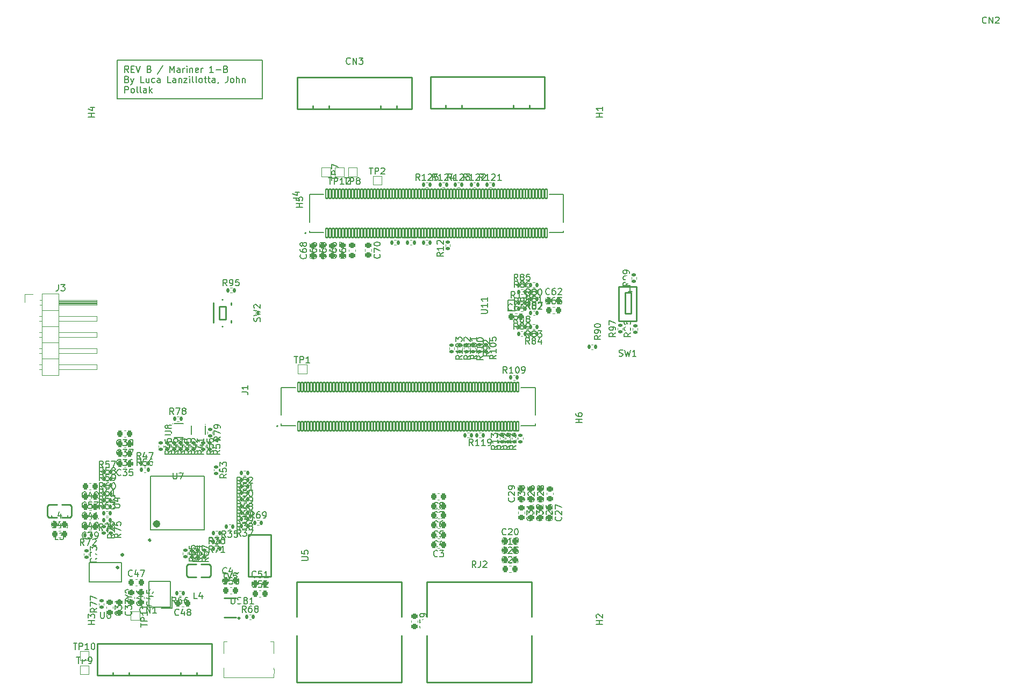
<source format=gbr>
%TF.GenerationSoftware,KiCad,Pcbnew,9.0.3*%
%TF.CreationDate,2025-08-11T10:56:28-06:00*%
%TF.ProjectId,imx8x_carrier_v2,696d7838-785f-4636-9172-726965725f76,A*%
%TF.SameCoordinates,Original*%
%TF.FileFunction,Legend,Top*%
%TF.FilePolarity,Positive*%
%FSLAX46Y46*%
G04 Gerber Fmt 4.6, Leading zero omitted, Abs format (unit mm)*
G04 Created by KiCad (PCBNEW 9.0.3) date 2025-08-11 10:56:28*
%MOMM*%
%LPD*%
G01*
G04 APERTURE LIST*
G04 Aperture macros list*
%AMRoundRect*
0 Rectangle with rounded corners*
0 $1 Rounding radius*
0 $2 $3 $4 $5 $6 $7 $8 $9 X,Y pos of 4 corners*
0 Add a 4 corners polygon primitive as box body*
4,1,4,$2,$3,$4,$5,$6,$7,$8,$9,$2,$3,0*
0 Add four circle primitives for the rounded corners*
1,1,$1+$1,$2,$3*
1,1,$1+$1,$4,$5*
1,1,$1+$1,$6,$7*
1,1,$1+$1,$8,$9*
0 Add four rect primitives between the rounded corners*
20,1,$1+$1,$2,$3,$4,$5,0*
20,1,$1+$1,$4,$5,$6,$7,0*
20,1,$1+$1,$6,$7,$8,$9,0*
20,1,$1+$1,$8,$9,$2,$3,0*%
G04 Aperture macros list end*
%ADD10C,0.150000*%
%ADD11C,0.200000*%
%ADD12C,0.120000*%
%ADD13C,0.250000*%
%ADD14C,0.300000*%
%ADD15C,0.100000*%
%ADD16C,0.600000*%
%ADD17C,0.000000*%
%ADD18C,5.600000*%
%ADD19RoundRect,0.135000X-0.135000X-0.185000X0.135000X-0.185000X0.135000X0.185000X-0.135000X0.185000X0*%
%ADD20R,1.700000X1.700000*%
%ADD21O,1.700000X1.700000*%
%ADD22RoundRect,0.135000X0.135000X0.185000X-0.135000X0.185000X-0.135000X-0.185000X0.135000X-0.185000X0*%
%ADD23RoundRect,0.225000X-0.225000X-0.250000X0.225000X-0.250000X0.225000X0.250000X-0.225000X0.250000X0*%
%ADD24RoundRect,0.225000X0.225000X0.250000X-0.225000X0.250000X-0.225000X-0.250000X0.225000X-0.250000X0*%
%ADD25R,0.450000X1.380000*%
%ADD26R,2.380000X1.900000*%
%ADD27R,1.480000X2.100000*%
%ADD28R,1.180000X1.900000*%
%ADD29RoundRect,0.225000X0.250000X-0.225000X0.250000X0.225000X-0.250000X0.225000X-0.250000X-0.225000X0*%
%ADD30RoundRect,0.225000X-0.250000X0.225000X-0.250000X-0.225000X0.250000X-0.225000X0.250000X0.225000X0*%
%ADD31RoundRect,0.135000X0.185000X-0.135000X0.185000X0.135000X-0.185000X0.135000X-0.185000X-0.135000X0*%
%ADD32RoundRect,0.135000X-0.185000X0.135000X-0.185000X-0.135000X0.185000X-0.135000X0.185000X0.135000X0*%
%ADD33C,3.250000*%
%ADD34C,1.520000*%
%ADD35C,2.500000*%
%ADD36R,0.420000X0.600000*%
%ADD37R,1.400000X1.400000*%
%ADD38C,1.400000*%
%ADD39R,1.000000X1.000000*%
%ADD40R,1.130000X1.380000*%
%ADD41R,1.200000X1.400000*%
%ADD42R,0.760000X1.270000*%
%ADD43R,1.100000X1.000000*%
%ADD44R,0.700000X2.000000*%
%ADD45C,4.700000*%
%ADD46R,1.100000X0.600000*%
%ADD47R,2.200000X0.900000*%
%ADD48R,2.200000X3.500000*%
%ADD49O,0.590000X2.050000*%
%ADD50C,1.016000*%
%ADD51RoundRect,0.102000X0.152500X0.725000X-0.152500X0.725000X-0.152500X-0.725000X0.152500X-0.725000X0*%
%ADD52C,0.200000*%
%ADD53R,0.600000X0.420000*%
%ADD54O,0.280000X1.800000*%
%ADD55O,1.800000X0.280000*%
G04 APERTURE END LIST*
D10*
X86380307Y-29368519D02*
X86046974Y-28892328D01*
X85808879Y-29368519D02*
X85808879Y-28368519D01*
X85808879Y-28368519D02*
X86189831Y-28368519D01*
X86189831Y-28368519D02*
X86285069Y-28416138D01*
X86285069Y-28416138D02*
X86332688Y-28463757D01*
X86332688Y-28463757D02*
X86380307Y-28558995D01*
X86380307Y-28558995D02*
X86380307Y-28701852D01*
X86380307Y-28701852D02*
X86332688Y-28797090D01*
X86332688Y-28797090D02*
X86285069Y-28844709D01*
X86285069Y-28844709D02*
X86189831Y-28892328D01*
X86189831Y-28892328D02*
X85808879Y-28892328D01*
X86808879Y-28844709D02*
X87142212Y-28844709D01*
X87285069Y-29368519D02*
X86808879Y-29368519D01*
X86808879Y-29368519D02*
X86808879Y-28368519D01*
X86808879Y-28368519D02*
X87285069Y-28368519D01*
X87570784Y-28368519D02*
X87904117Y-29368519D01*
X87904117Y-29368519D02*
X88237450Y-28368519D01*
X89666022Y-28844709D02*
X89808879Y-28892328D01*
X89808879Y-28892328D02*
X89856498Y-28939947D01*
X89856498Y-28939947D02*
X89904117Y-29035185D01*
X89904117Y-29035185D02*
X89904117Y-29178042D01*
X89904117Y-29178042D02*
X89856498Y-29273280D01*
X89856498Y-29273280D02*
X89808879Y-29320900D01*
X89808879Y-29320900D02*
X89713641Y-29368519D01*
X89713641Y-29368519D02*
X89332689Y-29368519D01*
X89332689Y-29368519D02*
X89332689Y-28368519D01*
X89332689Y-28368519D02*
X89666022Y-28368519D01*
X89666022Y-28368519D02*
X89761260Y-28416138D01*
X89761260Y-28416138D02*
X89808879Y-28463757D01*
X89808879Y-28463757D02*
X89856498Y-28558995D01*
X89856498Y-28558995D02*
X89856498Y-28654233D01*
X89856498Y-28654233D02*
X89808879Y-28749471D01*
X89808879Y-28749471D02*
X89761260Y-28797090D01*
X89761260Y-28797090D02*
X89666022Y-28844709D01*
X89666022Y-28844709D02*
X89332689Y-28844709D01*
X91808879Y-28320900D02*
X90951737Y-29606614D01*
X92904118Y-29368519D02*
X92904118Y-28368519D01*
X92904118Y-28368519D02*
X93237451Y-29082804D01*
X93237451Y-29082804D02*
X93570784Y-28368519D01*
X93570784Y-28368519D02*
X93570784Y-29368519D01*
X94475546Y-29368519D02*
X94475546Y-28844709D01*
X94475546Y-28844709D02*
X94427927Y-28749471D01*
X94427927Y-28749471D02*
X94332689Y-28701852D01*
X94332689Y-28701852D02*
X94142213Y-28701852D01*
X94142213Y-28701852D02*
X94046975Y-28749471D01*
X94475546Y-29320900D02*
X94380308Y-29368519D01*
X94380308Y-29368519D02*
X94142213Y-29368519D01*
X94142213Y-29368519D02*
X94046975Y-29320900D01*
X94046975Y-29320900D02*
X93999356Y-29225661D01*
X93999356Y-29225661D02*
X93999356Y-29130423D01*
X93999356Y-29130423D02*
X94046975Y-29035185D01*
X94046975Y-29035185D02*
X94142213Y-28987566D01*
X94142213Y-28987566D02*
X94380308Y-28987566D01*
X94380308Y-28987566D02*
X94475546Y-28939947D01*
X94951737Y-29368519D02*
X94951737Y-28701852D01*
X94951737Y-28892328D02*
X94999356Y-28797090D01*
X94999356Y-28797090D02*
X95046975Y-28749471D01*
X95046975Y-28749471D02*
X95142213Y-28701852D01*
X95142213Y-28701852D02*
X95237451Y-28701852D01*
X95570785Y-29368519D02*
X95570785Y-28701852D01*
X95570785Y-28368519D02*
X95523166Y-28416138D01*
X95523166Y-28416138D02*
X95570785Y-28463757D01*
X95570785Y-28463757D02*
X95618404Y-28416138D01*
X95618404Y-28416138D02*
X95570785Y-28368519D01*
X95570785Y-28368519D02*
X95570785Y-28463757D01*
X96046975Y-28701852D02*
X96046975Y-29368519D01*
X96046975Y-28797090D02*
X96094594Y-28749471D01*
X96094594Y-28749471D02*
X96189832Y-28701852D01*
X96189832Y-28701852D02*
X96332689Y-28701852D01*
X96332689Y-28701852D02*
X96427927Y-28749471D01*
X96427927Y-28749471D02*
X96475546Y-28844709D01*
X96475546Y-28844709D02*
X96475546Y-29368519D01*
X97332689Y-29320900D02*
X97237451Y-29368519D01*
X97237451Y-29368519D02*
X97046975Y-29368519D01*
X97046975Y-29368519D02*
X96951737Y-29320900D01*
X96951737Y-29320900D02*
X96904118Y-29225661D01*
X96904118Y-29225661D02*
X96904118Y-28844709D01*
X96904118Y-28844709D02*
X96951737Y-28749471D01*
X96951737Y-28749471D02*
X97046975Y-28701852D01*
X97046975Y-28701852D02*
X97237451Y-28701852D01*
X97237451Y-28701852D02*
X97332689Y-28749471D01*
X97332689Y-28749471D02*
X97380308Y-28844709D01*
X97380308Y-28844709D02*
X97380308Y-28939947D01*
X97380308Y-28939947D02*
X96904118Y-29035185D01*
X97808880Y-29368519D02*
X97808880Y-28701852D01*
X97808880Y-28892328D02*
X97856499Y-28797090D01*
X97856499Y-28797090D02*
X97904118Y-28749471D01*
X97904118Y-28749471D02*
X97999356Y-28701852D01*
X97999356Y-28701852D02*
X98094594Y-28701852D01*
X99713642Y-29368519D02*
X99142214Y-29368519D01*
X99427928Y-29368519D02*
X99427928Y-28368519D01*
X99427928Y-28368519D02*
X99332690Y-28511376D01*
X99332690Y-28511376D02*
X99237452Y-28606614D01*
X99237452Y-28606614D02*
X99142214Y-28654233D01*
X100142214Y-28987566D02*
X100904119Y-28987566D01*
X101713642Y-28844709D02*
X101856499Y-28892328D01*
X101856499Y-28892328D02*
X101904118Y-28939947D01*
X101904118Y-28939947D02*
X101951737Y-29035185D01*
X101951737Y-29035185D02*
X101951737Y-29178042D01*
X101951737Y-29178042D02*
X101904118Y-29273280D01*
X101904118Y-29273280D02*
X101856499Y-29320900D01*
X101856499Y-29320900D02*
X101761261Y-29368519D01*
X101761261Y-29368519D02*
X101380309Y-29368519D01*
X101380309Y-29368519D02*
X101380309Y-28368519D01*
X101380309Y-28368519D02*
X101713642Y-28368519D01*
X101713642Y-28368519D02*
X101808880Y-28416138D01*
X101808880Y-28416138D02*
X101856499Y-28463757D01*
X101856499Y-28463757D02*
X101904118Y-28558995D01*
X101904118Y-28558995D02*
X101904118Y-28654233D01*
X101904118Y-28654233D02*
X101856499Y-28749471D01*
X101856499Y-28749471D02*
X101808880Y-28797090D01*
X101808880Y-28797090D02*
X101713642Y-28844709D01*
X101713642Y-28844709D02*
X101380309Y-28844709D01*
X86142212Y-30454653D02*
X86285069Y-30502272D01*
X86285069Y-30502272D02*
X86332688Y-30549891D01*
X86332688Y-30549891D02*
X86380307Y-30645129D01*
X86380307Y-30645129D02*
X86380307Y-30787986D01*
X86380307Y-30787986D02*
X86332688Y-30883224D01*
X86332688Y-30883224D02*
X86285069Y-30930844D01*
X86285069Y-30930844D02*
X86189831Y-30978463D01*
X86189831Y-30978463D02*
X85808879Y-30978463D01*
X85808879Y-30978463D02*
X85808879Y-29978463D01*
X85808879Y-29978463D02*
X86142212Y-29978463D01*
X86142212Y-29978463D02*
X86237450Y-30026082D01*
X86237450Y-30026082D02*
X86285069Y-30073701D01*
X86285069Y-30073701D02*
X86332688Y-30168939D01*
X86332688Y-30168939D02*
X86332688Y-30264177D01*
X86332688Y-30264177D02*
X86285069Y-30359415D01*
X86285069Y-30359415D02*
X86237450Y-30407034D01*
X86237450Y-30407034D02*
X86142212Y-30454653D01*
X86142212Y-30454653D02*
X85808879Y-30454653D01*
X86713641Y-30311796D02*
X86951736Y-30978463D01*
X87189831Y-30311796D02*
X86951736Y-30978463D01*
X86951736Y-30978463D02*
X86856498Y-31216558D01*
X86856498Y-31216558D02*
X86808879Y-31264177D01*
X86808879Y-31264177D02*
X86713641Y-31311796D01*
X88808879Y-30978463D02*
X88332689Y-30978463D01*
X88332689Y-30978463D02*
X88332689Y-29978463D01*
X89570784Y-30311796D02*
X89570784Y-30978463D01*
X89142213Y-30311796D02*
X89142213Y-30835605D01*
X89142213Y-30835605D02*
X89189832Y-30930844D01*
X89189832Y-30930844D02*
X89285070Y-30978463D01*
X89285070Y-30978463D02*
X89427927Y-30978463D01*
X89427927Y-30978463D02*
X89523165Y-30930844D01*
X89523165Y-30930844D02*
X89570784Y-30883224D01*
X90475546Y-30930844D02*
X90380308Y-30978463D01*
X90380308Y-30978463D02*
X90189832Y-30978463D01*
X90189832Y-30978463D02*
X90094594Y-30930844D01*
X90094594Y-30930844D02*
X90046975Y-30883224D01*
X90046975Y-30883224D02*
X89999356Y-30787986D01*
X89999356Y-30787986D02*
X89999356Y-30502272D01*
X89999356Y-30502272D02*
X90046975Y-30407034D01*
X90046975Y-30407034D02*
X90094594Y-30359415D01*
X90094594Y-30359415D02*
X90189832Y-30311796D01*
X90189832Y-30311796D02*
X90380308Y-30311796D01*
X90380308Y-30311796D02*
X90475546Y-30359415D01*
X91332689Y-30978463D02*
X91332689Y-30454653D01*
X91332689Y-30454653D02*
X91285070Y-30359415D01*
X91285070Y-30359415D02*
X91189832Y-30311796D01*
X91189832Y-30311796D02*
X90999356Y-30311796D01*
X90999356Y-30311796D02*
X90904118Y-30359415D01*
X91332689Y-30930844D02*
X91237451Y-30978463D01*
X91237451Y-30978463D02*
X90999356Y-30978463D01*
X90999356Y-30978463D02*
X90904118Y-30930844D01*
X90904118Y-30930844D02*
X90856499Y-30835605D01*
X90856499Y-30835605D02*
X90856499Y-30740367D01*
X90856499Y-30740367D02*
X90904118Y-30645129D01*
X90904118Y-30645129D02*
X90999356Y-30597510D01*
X90999356Y-30597510D02*
X91237451Y-30597510D01*
X91237451Y-30597510D02*
X91332689Y-30549891D01*
X93046975Y-30978463D02*
X92570785Y-30978463D01*
X92570785Y-30978463D02*
X92570785Y-29978463D01*
X93808880Y-30978463D02*
X93808880Y-30454653D01*
X93808880Y-30454653D02*
X93761261Y-30359415D01*
X93761261Y-30359415D02*
X93666023Y-30311796D01*
X93666023Y-30311796D02*
X93475547Y-30311796D01*
X93475547Y-30311796D02*
X93380309Y-30359415D01*
X93808880Y-30930844D02*
X93713642Y-30978463D01*
X93713642Y-30978463D02*
X93475547Y-30978463D01*
X93475547Y-30978463D02*
X93380309Y-30930844D01*
X93380309Y-30930844D02*
X93332690Y-30835605D01*
X93332690Y-30835605D02*
X93332690Y-30740367D01*
X93332690Y-30740367D02*
X93380309Y-30645129D01*
X93380309Y-30645129D02*
X93475547Y-30597510D01*
X93475547Y-30597510D02*
X93713642Y-30597510D01*
X93713642Y-30597510D02*
X93808880Y-30549891D01*
X94285071Y-30311796D02*
X94285071Y-30978463D01*
X94285071Y-30407034D02*
X94332690Y-30359415D01*
X94332690Y-30359415D02*
X94427928Y-30311796D01*
X94427928Y-30311796D02*
X94570785Y-30311796D01*
X94570785Y-30311796D02*
X94666023Y-30359415D01*
X94666023Y-30359415D02*
X94713642Y-30454653D01*
X94713642Y-30454653D02*
X94713642Y-30978463D01*
X95094595Y-30311796D02*
X95618404Y-30311796D01*
X95618404Y-30311796D02*
X95094595Y-30978463D01*
X95094595Y-30978463D02*
X95618404Y-30978463D01*
X95999357Y-30978463D02*
X95999357Y-30311796D01*
X95999357Y-29978463D02*
X95951738Y-30026082D01*
X95951738Y-30026082D02*
X95999357Y-30073701D01*
X95999357Y-30073701D02*
X96046976Y-30026082D01*
X96046976Y-30026082D02*
X95999357Y-29978463D01*
X95999357Y-29978463D02*
X95999357Y-30073701D01*
X96618404Y-30978463D02*
X96523166Y-30930844D01*
X96523166Y-30930844D02*
X96475547Y-30835605D01*
X96475547Y-30835605D02*
X96475547Y-29978463D01*
X97142214Y-30978463D02*
X97046976Y-30930844D01*
X97046976Y-30930844D02*
X96999357Y-30835605D01*
X96999357Y-30835605D02*
X96999357Y-29978463D01*
X97666024Y-30978463D02*
X97570786Y-30930844D01*
X97570786Y-30930844D02*
X97523167Y-30883224D01*
X97523167Y-30883224D02*
X97475548Y-30787986D01*
X97475548Y-30787986D02*
X97475548Y-30502272D01*
X97475548Y-30502272D02*
X97523167Y-30407034D01*
X97523167Y-30407034D02*
X97570786Y-30359415D01*
X97570786Y-30359415D02*
X97666024Y-30311796D01*
X97666024Y-30311796D02*
X97808881Y-30311796D01*
X97808881Y-30311796D02*
X97904119Y-30359415D01*
X97904119Y-30359415D02*
X97951738Y-30407034D01*
X97951738Y-30407034D02*
X97999357Y-30502272D01*
X97999357Y-30502272D02*
X97999357Y-30787986D01*
X97999357Y-30787986D02*
X97951738Y-30883224D01*
X97951738Y-30883224D02*
X97904119Y-30930844D01*
X97904119Y-30930844D02*
X97808881Y-30978463D01*
X97808881Y-30978463D02*
X97666024Y-30978463D01*
X98285072Y-30311796D02*
X98666024Y-30311796D01*
X98427929Y-29978463D02*
X98427929Y-30835605D01*
X98427929Y-30835605D02*
X98475548Y-30930844D01*
X98475548Y-30930844D02*
X98570786Y-30978463D01*
X98570786Y-30978463D02*
X98666024Y-30978463D01*
X98856501Y-30311796D02*
X99237453Y-30311796D01*
X98999358Y-29978463D02*
X98999358Y-30835605D01*
X98999358Y-30835605D02*
X99046977Y-30930844D01*
X99046977Y-30930844D02*
X99142215Y-30978463D01*
X99142215Y-30978463D02*
X99237453Y-30978463D01*
X99999358Y-30978463D02*
X99999358Y-30454653D01*
X99999358Y-30454653D02*
X99951739Y-30359415D01*
X99951739Y-30359415D02*
X99856501Y-30311796D01*
X99856501Y-30311796D02*
X99666025Y-30311796D01*
X99666025Y-30311796D02*
X99570787Y-30359415D01*
X99999358Y-30930844D02*
X99904120Y-30978463D01*
X99904120Y-30978463D02*
X99666025Y-30978463D01*
X99666025Y-30978463D02*
X99570787Y-30930844D01*
X99570787Y-30930844D02*
X99523168Y-30835605D01*
X99523168Y-30835605D02*
X99523168Y-30740367D01*
X99523168Y-30740367D02*
X99570787Y-30645129D01*
X99570787Y-30645129D02*
X99666025Y-30597510D01*
X99666025Y-30597510D02*
X99904120Y-30597510D01*
X99904120Y-30597510D02*
X99999358Y-30549891D01*
X100523168Y-30930844D02*
X100523168Y-30978463D01*
X100523168Y-30978463D02*
X100475549Y-31073701D01*
X100475549Y-31073701D02*
X100427930Y-31121320D01*
X101999358Y-29978463D02*
X101999358Y-30692748D01*
X101999358Y-30692748D02*
X101951739Y-30835605D01*
X101951739Y-30835605D02*
X101856501Y-30930844D01*
X101856501Y-30930844D02*
X101713644Y-30978463D01*
X101713644Y-30978463D02*
X101618406Y-30978463D01*
X102618406Y-30978463D02*
X102523168Y-30930844D01*
X102523168Y-30930844D02*
X102475549Y-30883224D01*
X102475549Y-30883224D02*
X102427930Y-30787986D01*
X102427930Y-30787986D02*
X102427930Y-30502272D01*
X102427930Y-30502272D02*
X102475549Y-30407034D01*
X102475549Y-30407034D02*
X102523168Y-30359415D01*
X102523168Y-30359415D02*
X102618406Y-30311796D01*
X102618406Y-30311796D02*
X102761263Y-30311796D01*
X102761263Y-30311796D02*
X102856501Y-30359415D01*
X102856501Y-30359415D02*
X102904120Y-30407034D01*
X102904120Y-30407034D02*
X102951739Y-30502272D01*
X102951739Y-30502272D02*
X102951739Y-30787986D01*
X102951739Y-30787986D02*
X102904120Y-30883224D01*
X102904120Y-30883224D02*
X102856501Y-30930844D01*
X102856501Y-30930844D02*
X102761263Y-30978463D01*
X102761263Y-30978463D02*
X102618406Y-30978463D01*
X103380311Y-30978463D02*
X103380311Y-29978463D01*
X103808882Y-30978463D02*
X103808882Y-30454653D01*
X103808882Y-30454653D02*
X103761263Y-30359415D01*
X103761263Y-30359415D02*
X103666025Y-30311796D01*
X103666025Y-30311796D02*
X103523168Y-30311796D01*
X103523168Y-30311796D02*
X103427930Y-30359415D01*
X103427930Y-30359415D02*
X103380311Y-30407034D01*
X104285073Y-30311796D02*
X104285073Y-30978463D01*
X104285073Y-30407034D02*
X104332692Y-30359415D01*
X104332692Y-30359415D02*
X104427930Y-30311796D01*
X104427930Y-30311796D02*
X104570787Y-30311796D01*
X104570787Y-30311796D02*
X104666025Y-30359415D01*
X104666025Y-30359415D02*
X104713644Y-30454653D01*
X104713644Y-30454653D02*
X104713644Y-30978463D01*
X85808879Y-32588407D02*
X85808879Y-31588407D01*
X85808879Y-31588407D02*
X86189831Y-31588407D01*
X86189831Y-31588407D02*
X86285069Y-31636026D01*
X86285069Y-31636026D02*
X86332688Y-31683645D01*
X86332688Y-31683645D02*
X86380307Y-31778883D01*
X86380307Y-31778883D02*
X86380307Y-31921740D01*
X86380307Y-31921740D02*
X86332688Y-32016978D01*
X86332688Y-32016978D02*
X86285069Y-32064597D01*
X86285069Y-32064597D02*
X86189831Y-32112216D01*
X86189831Y-32112216D02*
X85808879Y-32112216D01*
X86951736Y-32588407D02*
X86856498Y-32540788D01*
X86856498Y-32540788D02*
X86808879Y-32493168D01*
X86808879Y-32493168D02*
X86761260Y-32397930D01*
X86761260Y-32397930D02*
X86761260Y-32112216D01*
X86761260Y-32112216D02*
X86808879Y-32016978D01*
X86808879Y-32016978D02*
X86856498Y-31969359D01*
X86856498Y-31969359D02*
X86951736Y-31921740D01*
X86951736Y-31921740D02*
X87094593Y-31921740D01*
X87094593Y-31921740D02*
X87189831Y-31969359D01*
X87189831Y-31969359D02*
X87237450Y-32016978D01*
X87237450Y-32016978D02*
X87285069Y-32112216D01*
X87285069Y-32112216D02*
X87285069Y-32397930D01*
X87285069Y-32397930D02*
X87237450Y-32493168D01*
X87237450Y-32493168D02*
X87189831Y-32540788D01*
X87189831Y-32540788D02*
X87094593Y-32588407D01*
X87094593Y-32588407D02*
X86951736Y-32588407D01*
X87856498Y-32588407D02*
X87761260Y-32540788D01*
X87761260Y-32540788D02*
X87713641Y-32445549D01*
X87713641Y-32445549D02*
X87713641Y-31588407D01*
X88380308Y-32588407D02*
X88285070Y-32540788D01*
X88285070Y-32540788D02*
X88237451Y-32445549D01*
X88237451Y-32445549D02*
X88237451Y-31588407D01*
X89189832Y-32588407D02*
X89189832Y-32064597D01*
X89189832Y-32064597D02*
X89142213Y-31969359D01*
X89142213Y-31969359D02*
X89046975Y-31921740D01*
X89046975Y-31921740D02*
X88856499Y-31921740D01*
X88856499Y-31921740D02*
X88761261Y-31969359D01*
X89189832Y-32540788D02*
X89094594Y-32588407D01*
X89094594Y-32588407D02*
X88856499Y-32588407D01*
X88856499Y-32588407D02*
X88761261Y-32540788D01*
X88761261Y-32540788D02*
X88713642Y-32445549D01*
X88713642Y-32445549D02*
X88713642Y-32350311D01*
X88713642Y-32350311D02*
X88761261Y-32255073D01*
X88761261Y-32255073D02*
X88856499Y-32207454D01*
X88856499Y-32207454D02*
X89094594Y-32207454D01*
X89094594Y-32207454D02*
X89189832Y-32159835D01*
X89666023Y-32588407D02*
X89666023Y-31588407D01*
X89761261Y-32207454D02*
X90046975Y-32588407D01*
X90046975Y-31921740D02*
X89666023Y-32302692D01*
X84544600Y-27401200D02*
X107455400Y-27401200D01*
X107455400Y-33548000D01*
X84544600Y-33548000D01*
X84544600Y-27401200D01*
X81045019Y-36390304D02*
X80045019Y-36390304D01*
X80521209Y-36390304D02*
X80521209Y-35818876D01*
X81045019Y-35818876D02*
X80045019Y-35818876D01*
X80378352Y-34914114D02*
X81045019Y-34914114D01*
X79997400Y-35152209D02*
X80711685Y-35390304D01*
X80711685Y-35390304D02*
X80711685Y-34771257D01*
X81045019Y-116390304D02*
X80045019Y-116390304D01*
X80521209Y-116390304D02*
X80521209Y-115818876D01*
X81045019Y-115818876D02*
X80045019Y-115818876D01*
X80045019Y-115437923D02*
X80045019Y-114818876D01*
X80045019Y-114818876D02*
X80425971Y-115152209D01*
X80425971Y-115152209D02*
X80425971Y-115009352D01*
X80425971Y-115009352D02*
X80473590Y-114914114D01*
X80473590Y-114914114D02*
X80521209Y-114866495D01*
X80521209Y-114866495D02*
X80616447Y-114818876D01*
X80616447Y-114818876D02*
X80854542Y-114818876D01*
X80854542Y-114818876D02*
X80949780Y-114866495D01*
X80949780Y-114866495D02*
X80997400Y-114914114D01*
X80997400Y-114914114D02*
X81045019Y-115009352D01*
X81045019Y-115009352D02*
X81045019Y-115295066D01*
X81045019Y-115295066D02*
X80997400Y-115390304D01*
X80997400Y-115390304D02*
X80949780Y-115437923D01*
X161045019Y-116390304D02*
X160045019Y-116390304D01*
X160521209Y-116390304D02*
X160521209Y-115818876D01*
X161045019Y-115818876D02*
X160045019Y-115818876D01*
X160140257Y-115390304D02*
X160092638Y-115342685D01*
X160092638Y-115342685D02*
X160045019Y-115247447D01*
X160045019Y-115247447D02*
X160045019Y-115009352D01*
X160045019Y-115009352D02*
X160092638Y-114914114D01*
X160092638Y-114914114D02*
X160140257Y-114866495D01*
X160140257Y-114866495D02*
X160235495Y-114818876D01*
X160235495Y-114818876D02*
X160330733Y-114818876D01*
X160330733Y-114818876D02*
X160473590Y-114866495D01*
X160473590Y-114866495D02*
X161045019Y-115437923D01*
X161045019Y-115437923D02*
X161045019Y-114818876D01*
X161045019Y-36390304D02*
X160045019Y-36390304D01*
X160521209Y-36390304D02*
X160521209Y-35818876D01*
X161045019Y-35818876D02*
X160045019Y-35818876D01*
X161045019Y-34818876D02*
X161045019Y-35390304D01*
X161045019Y-35104590D02*
X160045019Y-35104590D01*
X160045019Y-35104590D02*
X160187876Y-35199828D01*
X160187876Y-35199828D02*
X160283114Y-35295066D01*
X160283114Y-35295066D02*
X160330733Y-35390304D01*
X149597142Y-66604819D02*
X149263809Y-66128628D01*
X149025714Y-66604819D02*
X149025714Y-65604819D01*
X149025714Y-65604819D02*
X149406666Y-65604819D01*
X149406666Y-65604819D02*
X149501904Y-65652438D01*
X149501904Y-65652438D02*
X149549523Y-65700057D01*
X149549523Y-65700057D02*
X149597142Y-65795295D01*
X149597142Y-65795295D02*
X149597142Y-65938152D01*
X149597142Y-65938152D02*
X149549523Y-66033390D01*
X149549523Y-66033390D02*
X149501904Y-66081009D01*
X149501904Y-66081009D02*
X149406666Y-66128628D01*
X149406666Y-66128628D02*
X149025714Y-66128628D01*
X150168571Y-66033390D02*
X150073333Y-65985771D01*
X150073333Y-65985771D02*
X150025714Y-65938152D01*
X150025714Y-65938152D02*
X149978095Y-65842914D01*
X149978095Y-65842914D02*
X149978095Y-65795295D01*
X149978095Y-65795295D02*
X150025714Y-65700057D01*
X150025714Y-65700057D02*
X150073333Y-65652438D01*
X150073333Y-65652438D02*
X150168571Y-65604819D01*
X150168571Y-65604819D02*
X150359047Y-65604819D01*
X150359047Y-65604819D02*
X150454285Y-65652438D01*
X150454285Y-65652438D02*
X150501904Y-65700057D01*
X150501904Y-65700057D02*
X150549523Y-65795295D01*
X150549523Y-65795295D02*
X150549523Y-65842914D01*
X150549523Y-65842914D02*
X150501904Y-65938152D01*
X150501904Y-65938152D02*
X150454285Y-65985771D01*
X150454285Y-65985771D02*
X150359047Y-66033390D01*
X150359047Y-66033390D02*
X150168571Y-66033390D01*
X150168571Y-66033390D02*
X150073333Y-66081009D01*
X150073333Y-66081009D02*
X150025714Y-66128628D01*
X150025714Y-66128628D02*
X149978095Y-66223866D01*
X149978095Y-66223866D02*
X149978095Y-66414342D01*
X149978095Y-66414342D02*
X150025714Y-66509580D01*
X150025714Y-66509580D02*
X150073333Y-66557200D01*
X150073333Y-66557200D02*
X150168571Y-66604819D01*
X150168571Y-66604819D02*
X150359047Y-66604819D01*
X150359047Y-66604819D02*
X150454285Y-66557200D01*
X150454285Y-66557200D02*
X150501904Y-66509580D01*
X150501904Y-66509580D02*
X150549523Y-66414342D01*
X150549523Y-66414342D02*
X150549523Y-66223866D01*
X150549523Y-66223866D02*
X150501904Y-66128628D01*
X150501904Y-66128628D02*
X150454285Y-66081009D01*
X150454285Y-66081009D02*
X150359047Y-66033390D01*
X150882857Y-65604819D02*
X151549523Y-65604819D01*
X151549523Y-65604819D02*
X151120952Y-66604819D01*
X82323942Y-97164419D02*
X81990609Y-96688228D01*
X81752514Y-97164419D02*
X81752514Y-96164419D01*
X81752514Y-96164419D02*
X82133466Y-96164419D01*
X82133466Y-96164419D02*
X82228704Y-96212038D01*
X82228704Y-96212038D02*
X82276323Y-96259657D01*
X82276323Y-96259657D02*
X82323942Y-96354895D01*
X82323942Y-96354895D02*
X82323942Y-96497752D01*
X82323942Y-96497752D02*
X82276323Y-96592990D01*
X82276323Y-96592990D02*
X82228704Y-96640609D01*
X82228704Y-96640609D02*
X82133466Y-96688228D01*
X82133466Y-96688228D02*
X81752514Y-96688228D01*
X83181085Y-96164419D02*
X82990609Y-96164419D01*
X82990609Y-96164419D02*
X82895371Y-96212038D01*
X82895371Y-96212038D02*
X82847752Y-96259657D01*
X82847752Y-96259657D02*
X82752514Y-96402514D01*
X82752514Y-96402514D02*
X82704895Y-96592990D01*
X82704895Y-96592990D02*
X82704895Y-96973942D01*
X82704895Y-96973942D02*
X82752514Y-97069180D01*
X82752514Y-97069180D02*
X82800133Y-97116800D01*
X82800133Y-97116800D02*
X82895371Y-97164419D01*
X82895371Y-97164419D02*
X83085847Y-97164419D01*
X83085847Y-97164419D02*
X83181085Y-97116800D01*
X83181085Y-97116800D02*
X83228704Y-97069180D01*
X83228704Y-97069180D02*
X83276323Y-96973942D01*
X83276323Y-96973942D02*
X83276323Y-96735847D01*
X83276323Y-96735847D02*
X83228704Y-96640609D01*
X83228704Y-96640609D02*
X83181085Y-96592990D01*
X83181085Y-96592990D02*
X83085847Y-96545371D01*
X83085847Y-96545371D02*
X82895371Y-96545371D01*
X82895371Y-96545371D02*
X82800133Y-96592990D01*
X82800133Y-96592990D02*
X82752514Y-96640609D01*
X82752514Y-96640609D02*
X82704895Y-96735847D01*
X83657276Y-96259657D02*
X83704895Y-96212038D01*
X83704895Y-96212038D02*
X83800133Y-96164419D01*
X83800133Y-96164419D02*
X84038228Y-96164419D01*
X84038228Y-96164419D02*
X84133466Y-96212038D01*
X84133466Y-96212038D02*
X84181085Y-96259657D01*
X84181085Y-96259657D02*
X84228704Y-96354895D01*
X84228704Y-96354895D02*
X84228704Y-96450133D01*
X84228704Y-96450133D02*
X84181085Y-96592990D01*
X84181085Y-96592990D02*
X83609657Y-97164419D01*
X83609657Y-97164419D02*
X84228704Y-97164419D01*
X75349466Y-62818419D02*
X75349466Y-63532704D01*
X75349466Y-63532704D02*
X75301847Y-63675561D01*
X75301847Y-63675561D02*
X75206609Y-63770800D01*
X75206609Y-63770800D02*
X75063752Y-63818419D01*
X75063752Y-63818419D02*
X74968514Y-63818419D01*
X75730419Y-62818419D02*
X76349466Y-62818419D01*
X76349466Y-62818419D02*
X76016133Y-63199371D01*
X76016133Y-63199371D02*
X76158990Y-63199371D01*
X76158990Y-63199371D02*
X76254228Y-63246990D01*
X76254228Y-63246990D02*
X76301847Y-63294609D01*
X76301847Y-63294609D02*
X76349466Y-63389847D01*
X76349466Y-63389847D02*
X76349466Y-63627942D01*
X76349466Y-63627942D02*
X76301847Y-63723180D01*
X76301847Y-63723180D02*
X76254228Y-63770800D01*
X76254228Y-63770800D02*
X76158990Y-63818419D01*
X76158990Y-63818419D02*
X75873276Y-63818419D01*
X75873276Y-63818419D02*
X75778038Y-63770800D01*
X75778038Y-63770800D02*
X75730419Y-63723180D01*
X93831742Y-113180619D02*
X93498409Y-112704428D01*
X93260314Y-113180619D02*
X93260314Y-112180619D01*
X93260314Y-112180619D02*
X93641266Y-112180619D01*
X93641266Y-112180619D02*
X93736504Y-112228238D01*
X93736504Y-112228238D02*
X93784123Y-112275857D01*
X93784123Y-112275857D02*
X93831742Y-112371095D01*
X93831742Y-112371095D02*
X93831742Y-112513952D01*
X93831742Y-112513952D02*
X93784123Y-112609190D01*
X93784123Y-112609190D02*
X93736504Y-112656809D01*
X93736504Y-112656809D02*
X93641266Y-112704428D01*
X93641266Y-112704428D02*
X93260314Y-112704428D01*
X94688885Y-112180619D02*
X94498409Y-112180619D01*
X94498409Y-112180619D02*
X94403171Y-112228238D01*
X94403171Y-112228238D02*
X94355552Y-112275857D01*
X94355552Y-112275857D02*
X94260314Y-112418714D01*
X94260314Y-112418714D02*
X94212695Y-112609190D01*
X94212695Y-112609190D02*
X94212695Y-112990142D01*
X94212695Y-112990142D02*
X94260314Y-113085380D01*
X94260314Y-113085380D02*
X94307933Y-113133000D01*
X94307933Y-113133000D02*
X94403171Y-113180619D01*
X94403171Y-113180619D02*
X94593647Y-113180619D01*
X94593647Y-113180619D02*
X94688885Y-113133000D01*
X94688885Y-113133000D02*
X94736504Y-113085380D01*
X94736504Y-113085380D02*
X94784123Y-112990142D01*
X94784123Y-112990142D02*
X94784123Y-112752047D01*
X94784123Y-112752047D02*
X94736504Y-112656809D01*
X94736504Y-112656809D02*
X94688885Y-112609190D01*
X94688885Y-112609190D02*
X94593647Y-112561571D01*
X94593647Y-112561571D02*
X94403171Y-112561571D01*
X94403171Y-112561571D02*
X94307933Y-112609190D01*
X94307933Y-112609190D02*
X94260314Y-112656809D01*
X94260314Y-112656809D02*
X94212695Y-112752047D01*
X95641266Y-112180619D02*
X95450790Y-112180619D01*
X95450790Y-112180619D02*
X95355552Y-112228238D01*
X95355552Y-112228238D02*
X95307933Y-112275857D01*
X95307933Y-112275857D02*
X95212695Y-112418714D01*
X95212695Y-112418714D02*
X95165076Y-112609190D01*
X95165076Y-112609190D02*
X95165076Y-112990142D01*
X95165076Y-112990142D02*
X95212695Y-113085380D01*
X95212695Y-113085380D02*
X95260314Y-113133000D01*
X95260314Y-113133000D02*
X95355552Y-113180619D01*
X95355552Y-113180619D02*
X95546028Y-113180619D01*
X95546028Y-113180619D02*
X95641266Y-113133000D01*
X95641266Y-113133000D02*
X95688885Y-113085380D01*
X95688885Y-113085380D02*
X95736504Y-112990142D01*
X95736504Y-112990142D02*
X95736504Y-112752047D01*
X95736504Y-112752047D02*
X95688885Y-112656809D01*
X95688885Y-112656809D02*
X95641266Y-112609190D01*
X95641266Y-112609190D02*
X95546028Y-112561571D01*
X95546028Y-112561571D02*
X95355552Y-112561571D01*
X95355552Y-112561571D02*
X95260314Y-112609190D01*
X95260314Y-112609190D02*
X95212695Y-112656809D01*
X95212695Y-112656809D02*
X95165076Y-112752047D01*
X101833542Y-110006980D02*
X101785923Y-110054600D01*
X101785923Y-110054600D02*
X101643066Y-110102219D01*
X101643066Y-110102219D02*
X101547828Y-110102219D01*
X101547828Y-110102219D02*
X101404971Y-110054600D01*
X101404971Y-110054600D02*
X101309733Y-109959361D01*
X101309733Y-109959361D02*
X101262114Y-109864123D01*
X101262114Y-109864123D02*
X101214495Y-109673647D01*
X101214495Y-109673647D02*
X101214495Y-109530790D01*
X101214495Y-109530790D02*
X101262114Y-109340314D01*
X101262114Y-109340314D02*
X101309733Y-109245076D01*
X101309733Y-109245076D02*
X101404971Y-109149838D01*
X101404971Y-109149838D02*
X101547828Y-109102219D01*
X101547828Y-109102219D02*
X101643066Y-109102219D01*
X101643066Y-109102219D02*
X101785923Y-109149838D01*
X101785923Y-109149838D02*
X101833542Y-109197457D01*
X102738304Y-109102219D02*
X102262114Y-109102219D01*
X102262114Y-109102219D02*
X102214495Y-109578409D01*
X102214495Y-109578409D02*
X102262114Y-109530790D01*
X102262114Y-109530790D02*
X102357352Y-109483171D01*
X102357352Y-109483171D02*
X102595447Y-109483171D01*
X102595447Y-109483171D02*
X102690685Y-109530790D01*
X102690685Y-109530790D02*
X102738304Y-109578409D01*
X102738304Y-109578409D02*
X102785923Y-109673647D01*
X102785923Y-109673647D02*
X102785923Y-109911742D01*
X102785923Y-109911742D02*
X102738304Y-110006980D01*
X102738304Y-110006980D02*
X102690685Y-110054600D01*
X102690685Y-110054600D02*
X102595447Y-110102219D01*
X102595447Y-110102219D02*
X102357352Y-110102219D01*
X102357352Y-110102219D02*
X102262114Y-110054600D01*
X102262114Y-110054600D02*
X102214495Y-110006980D01*
X103404971Y-109102219D02*
X103500209Y-109102219D01*
X103500209Y-109102219D02*
X103595447Y-109149838D01*
X103595447Y-109149838D02*
X103643066Y-109197457D01*
X103643066Y-109197457D02*
X103690685Y-109292695D01*
X103690685Y-109292695D02*
X103738304Y-109483171D01*
X103738304Y-109483171D02*
X103738304Y-109721266D01*
X103738304Y-109721266D02*
X103690685Y-109911742D01*
X103690685Y-109911742D02*
X103643066Y-110006980D01*
X103643066Y-110006980D02*
X103595447Y-110054600D01*
X103595447Y-110054600D02*
X103500209Y-110102219D01*
X103500209Y-110102219D02*
X103404971Y-110102219D01*
X103404971Y-110102219D02*
X103309733Y-110054600D01*
X103309733Y-110054600D02*
X103262114Y-110006980D01*
X103262114Y-110006980D02*
X103214495Y-109911742D01*
X103214495Y-109911742D02*
X103166876Y-109721266D01*
X103166876Y-109721266D02*
X103166876Y-109483171D01*
X103166876Y-109483171D02*
X103214495Y-109292695D01*
X103214495Y-109292695D02*
X103262114Y-109197457D01*
X103262114Y-109197457D02*
X103309733Y-109149838D01*
X103309733Y-109149838D02*
X103404971Y-109102219D01*
X79694942Y-102798780D02*
X79647323Y-102846400D01*
X79647323Y-102846400D02*
X79504466Y-102894019D01*
X79504466Y-102894019D02*
X79409228Y-102894019D01*
X79409228Y-102894019D02*
X79266371Y-102846400D01*
X79266371Y-102846400D02*
X79171133Y-102751161D01*
X79171133Y-102751161D02*
X79123514Y-102655923D01*
X79123514Y-102655923D02*
X79075895Y-102465447D01*
X79075895Y-102465447D02*
X79075895Y-102322590D01*
X79075895Y-102322590D02*
X79123514Y-102132114D01*
X79123514Y-102132114D02*
X79171133Y-102036876D01*
X79171133Y-102036876D02*
X79266371Y-101941638D01*
X79266371Y-101941638D02*
X79409228Y-101894019D01*
X79409228Y-101894019D02*
X79504466Y-101894019D01*
X79504466Y-101894019D02*
X79647323Y-101941638D01*
X79647323Y-101941638D02*
X79694942Y-101989257D01*
X80028276Y-101894019D02*
X80647323Y-101894019D01*
X80647323Y-101894019D02*
X80313990Y-102274971D01*
X80313990Y-102274971D02*
X80456847Y-102274971D01*
X80456847Y-102274971D02*
X80552085Y-102322590D01*
X80552085Y-102322590D02*
X80599704Y-102370209D01*
X80599704Y-102370209D02*
X80647323Y-102465447D01*
X80647323Y-102465447D02*
X80647323Y-102703542D01*
X80647323Y-102703542D02*
X80599704Y-102798780D01*
X80599704Y-102798780D02*
X80552085Y-102846400D01*
X80552085Y-102846400D02*
X80456847Y-102894019D01*
X80456847Y-102894019D02*
X80171133Y-102894019D01*
X80171133Y-102894019D02*
X80075895Y-102846400D01*
X80075895Y-102846400D02*
X80028276Y-102798780D01*
X81123514Y-102894019D02*
X81313990Y-102894019D01*
X81313990Y-102894019D02*
X81409228Y-102846400D01*
X81409228Y-102846400D02*
X81456847Y-102798780D01*
X81456847Y-102798780D02*
X81552085Y-102655923D01*
X81552085Y-102655923D02*
X81599704Y-102465447D01*
X81599704Y-102465447D02*
X81599704Y-102084495D01*
X81599704Y-102084495D02*
X81552085Y-101989257D01*
X81552085Y-101989257D02*
X81504466Y-101941638D01*
X81504466Y-101941638D02*
X81409228Y-101894019D01*
X81409228Y-101894019D02*
X81218752Y-101894019D01*
X81218752Y-101894019D02*
X81123514Y-101941638D01*
X81123514Y-101941638D02*
X81075895Y-101989257D01*
X81075895Y-101989257D02*
X81028276Y-102084495D01*
X81028276Y-102084495D02*
X81028276Y-102322590D01*
X81028276Y-102322590D02*
X81075895Y-102417828D01*
X81075895Y-102417828D02*
X81123514Y-102465447D01*
X81123514Y-102465447D02*
X81218752Y-102513066D01*
X81218752Y-102513066D02*
X81409228Y-102513066D01*
X81409228Y-102513066D02*
X81504466Y-102465447D01*
X81504466Y-102465447D02*
X81552085Y-102417828D01*
X81552085Y-102417828D02*
X81599704Y-102322590D01*
X140635052Y-88232419D02*
X140301719Y-87756228D01*
X140063624Y-88232419D02*
X140063624Y-87232419D01*
X140063624Y-87232419D02*
X140444576Y-87232419D01*
X140444576Y-87232419D02*
X140539814Y-87280038D01*
X140539814Y-87280038D02*
X140587433Y-87327657D01*
X140587433Y-87327657D02*
X140635052Y-87422895D01*
X140635052Y-87422895D02*
X140635052Y-87565752D01*
X140635052Y-87565752D02*
X140587433Y-87660990D01*
X140587433Y-87660990D02*
X140539814Y-87708609D01*
X140539814Y-87708609D02*
X140444576Y-87756228D01*
X140444576Y-87756228D02*
X140063624Y-87756228D01*
X141587433Y-88232419D02*
X141016005Y-88232419D01*
X141301719Y-88232419D02*
X141301719Y-87232419D01*
X141301719Y-87232419D02*
X141206481Y-87375276D01*
X141206481Y-87375276D02*
X141111243Y-87470514D01*
X141111243Y-87470514D02*
X141016005Y-87518133D01*
X142539814Y-88232419D02*
X141968386Y-88232419D01*
X142254100Y-88232419D02*
X142254100Y-87232419D01*
X142254100Y-87232419D02*
X142158862Y-87375276D01*
X142158862Y-87375276D02*
X142063624Y-87470514D01*
X142063624Y-87470514D02*
X141968386Y-87518133D01*
X143016005Y-88232419D02*
X143206481Y-88232419D01*
X143206481Y-88232419D02*
X143301719Y-88184800D01*
X143301719Y-88184800D02*
X143349338Y-88137180D01*
X143349338Y-88137180D02*
X143444576Y-87994323D01*
X143444576Y-87994323D02*
X143492195Y-87803847D01*
X143492195Y-87803847D02*
X143492195Y-87422895D01*
X143492195Y-87422895D02*
X143444576Y-87327657D01*
X143444576Y-87327657D02*
X143396957Y-87280038D01*
X143396957Y-87280038D02*
X143301719Y-87232419D01*
X143301719Y-87232419D02*
X143111243Y-87232419D01*
X143111243Y-87232419D02*
X143016005Y-87280038D01*
X143016005Y-87280038D02*
X142968386Y-87327657D01*
X142968386Y-87327657D02*
X142920767Y-87422895D01*
X142920767Y-87422895D02*
X142920767Y-87660990D01*
X142920767Y-87660990D02*
X142968386Y-87756228D01*
X142968386Y-87756228D02*
X143016005Y-87803847D01*
X143016005Y-87803847D02*
X143111243Y-87851466D01*
X143111243Y-87851466D02*
X143301719Y-87851466D01*
X143301719Y-87851466D02*
X143396957Y-87803847D01*
X143396957Y-87803847D02*
X143444576Y-87756228D01*
X143444576Y-87756228D02*
X143492195Y-87660990D01*
X104017542Y-95237219D02*
X103684209Y-94761028D01*
X103446114Y-95237219D02*
X103446114Y-94237219D01*
X103446114Y-94237219D02*
X103827066Y-94237219D01*
X103827066Y-94237219D02*
X103922304Y-94284838D01*
X103922304Y-94284838D02*
X103969923Y-94332457D01*
X103969923Y-94332457D02*
X104017542Y-94427695D01*
X104017542Y-94427695D02*
X104017542Y-94570552D01*
X104017542Y-94570552D02*
X103969923Y-94665790D01*
X103969923Y-94665790D02*
X103922304Y-94713409D01*
X103922304Y-94713409D02*
X103827066Y-94761028D01*
X103827066Y-94761028D02*
X103446114Y-94761028D01*
X104922304Y-94237219D02*
X104446114Y-94237219D01*
X104446114Y-94237219D02*
X104398495Y-94713409D01*
X104398495Y-94713409D02*
X104446114Y-94665790D01*
X104446114Y-94665790D02*
X104541352Y-94618171D01*
X104541352Y-94618171D02*
X104779447Y-94618171D01*
X104779447Y-94618171D02*
X104874685Y-94665790D01*
X104874685Y-94665790D02*
X104922304Y-94713409D01*
X104922304Y-94713409D02*
X104969923Y-94808647D01*
X104969923Y-94808647D02*
X104969923Y-95046742D01*
X104969923Y-95046742D02*
X104922304Y-95141980D01*
X104922304Y-95141980D02*
X104874685Y-95189600D01*
X104874685Y-95189600D02*
X104779447Y-95237219D01*
X104779447Y-95237219D02*
X104541352Y-95237219D01*
X104541352Y-95237219D02*
X104446114Y-95189600D01*
X104446114Y-95189600D02*
X104398495Y-95141980D01*
X105922304Y-95237219D02*
X105350876Y-95237219D01*
X105636590Y-95237219D02*
X105636590Y-94237219D01*
X105636590Y-94237219D02*
X105541352Y-94380076D01*
X105541352Y-94380076D02*
X105446114Y-94475314D01*
X105446114Y-94475314D02*
X105350876Y-94522933D01*
X99619342Y-105041619D02*
X99286009Y-104565428D01*
X99047914Y-105041619D02*
X99047914Y-104041619D01*
X99047914Y-104041619D02*
X99428866Y-104041619D01*
X99428866Y-104041619D02*
X99524104Y-104089238D01*
X99524104Y-104089238D02*
X99571723Y-104136857D01*
X99571723Y-104136857D02*
X99619342Y-104232095D01*
X99619342Y-104232095D02*
X99619342Y-104374952D01*
X99619342Y-104374952D02*
X99571723Y-104470190D01*
X99571723Y-104470190D02*
X99524104Y-104517809D01*
X99524104Y-104517809D02*
X99428866Y-104565428D01*
X99428866Y-104565428D02*
X99047914Y-104565428D01*
X99952676Y-104041619D02*
X100619342Y-104041619D01*
X100619342Y-104041619D02*
X100190771Y-105041619D01*
X101524104Y-105041619D02*
X100952676Y-105041619D01*
X101238390Y-105041619D02*
X101238390Y-104041619D01*
X101238390Y-104041619D02*
X101143152Y-104184476D01*
X101143152Y-104184476D02*
X101047914Y-104279714D01*
X101047914Y-104279714D02*
X100952676Y-104327333D01*
X147717142Y-63284819D02*
X147383809Y-62808628D01*
X147145714Y-63284819D02*
X147145714Y-62284819D01*
X147145714Y-62284819D02*
X147526666Y-62284819D01*
X147526666Y-62284819D02*
X147621904Y-62332438D01*
X147621904Y-62332438D02*
X147669523Y-62380057D01*
X147669523Y-62380057D02*
X147717142Y-62475295D01*
X147717142Y-62475295D02*
X147717142Y-62618152D01*
X147717142Y-62618152D02*
X147669523Y-62713390D01*
X147669523Y-62713390D02*
X147621904Y-62761009D01*
X147621904Y-62761009D02*
X147526666Y-62808628D01*
X147526666Y-62808628D02*
X147145714Y-62808628D01*
X148288571Y-62713390D02*
X148193333Y-62665771D01*
X148193333Y-62665771D02*
X148145714Y-62618152D01*
X148145714Y-62618152D02*
X148098095Y-62522914D01*
X148098095Y-62522914D02*
X148098095Y-62475295D01*
X148098095Y-62475295D02*
X148145714Y-62380057D01*
X148145714Y-62380057D02*
X148193333Y-62332438D01*
X148193333Y-62332438D02*
X148288571Y-62284819D01*
X148288571Y-62284819D02*
X148479047Y-62284819D01*
X148479047Y-62284819D02*
X148574285Y-62332438D01*
X148574285Y-62332438D02*
X148621904Y-62380057D01*
X148621904Y-62380057D02*
X148669523Y-62475295D01*
X148669523Y-62475295D02*
X148669523Y-62522914D01*
X148669523Y-62522914D02*
X148621904Y-62618152D01*
X148621904Y-62618152D02*
X148574285Y-62665771D01*
X148574285Y-62665771D02*
X148479047Y-62713390D01*
X148479047Y-62713390D02*
X148288571Y-62713390D01*
X148288571Y-62713390D02*
X148193333Y-62761009D01*
X148193333Y-62761009D02*
X148145714Y-62808628D01*
X148145714Y-62808628D02*
X148098095Y-62903866D01*
X148098095Y-62903866D02*
X148098095Y-63094342D01*
X148098095Y-63094342D02*
X148145714Y-63189580D01*
X148145714Y-63189580D02*
X148193333Y-63237200D01*
X148193333Y-63237200D02*
X148288571Y-63284819D01*
X148288571Y-63284819D02*
X148479047Y-63284819D01*
X148479047Y-63284819D02*
X148574285Y-63237200D01*
X148574285Y-63237200D02*
X148621904Y-63189580D01*
X148621904Y-63189580D02*
X148669523Y-63094342D01*
X148669523Y-63094342D02*
X148669523Y-62903866D01*
X148669523Y-62903866D02*
X148621904Y-62808628D01*
X148621904Y-62808628D02*
X148574285Y-62761009D01*
X148574285Y-62761009D02*
X148479047Y-62713390D01*
X149526666Y-62284819D02*
X149336190Y-62284819D01*
X149336190Y-62284819D02*
X149240952Y-62332438D01*
X149240952Y-62332438D02*
X149193333Y-62380057D01*
X149193333Y-62380057D02*
X149098095Y-62522914D01*
X149098095Y-62522914D02*
X149050476Y-62713390D01*
X149050476Y-62713390D02*
X149050476Y-63094342D01*
X149050476Y-63094342D02*
X149098095Y-63189580D01*
X149098095Y-63189580D02*
X149145714Y-63237200D01*
X149145714Y-63237200D02*
X149240952Y-63284819D01*
X149240952Y-63284819D02*
X149431428Y-63284819D01*
X149431428Y-63284819D02*
X149526666Y-63237200D01*
X149526666Y-63237200D02*
X149574285Y-63189580D01*
X149574285Y-63189580D02*
X149621904Y-63094342D01*
X149621904Y-63094342D02*
X149621904Y-62856247D01*
X149621904Y-62856247D02*
X149574285Y-62761009D01*
X149574285Y-62761009D02*
X149526666Y-62713390D01*
X149526666Y-62713390D02*
X149431428Y-62665771D01*
X149431428Y-62665771D02*
X149240952Y-62665771D01*
X149240952Y-62665771D02*
X149145714Y-62713390D01*
X149145714Y-62713390D02*
X149098095Y-62761009D01*
X149098095Y-62761009D02*
X149050476Y-62856247D01*
X79694942Y-99658580D02*
X79647323Y-99706200D01*
X79647323Y-99706200D02*
X79504466Y-99753819D01*
X79504466Y-99753819D02*
X79409228Y-99753819D01*
X79409228Y-99753819D02*
X79266371Y-99706200D01*
X79266371Y-99706200D02*
X79171133Y-99610961D01*
X79171133Y-99610961D02*
X79123514Y-99515723D01*
X79123514Y-99515723D02*
X79075895Y-99325247D01*
X79075895Y-99325247D02*
X79075895Y-99182390D01*
X79075895Y-99182390D02*
X79123514Y-98991914D01*
X79123514Y-98991914D02*
X79171133Y-98896676D01*
X79171133Y-98896676D02*
X79266371Y-98801438D01*
X79266371Y-98801438D02*
X79409228Y-98753819D01*
X79409228Y-98753819D02*
X79504466Y-98753819D01*
X79504466Y-98753819D02*
X79647323Y-98801438D01*
X79647323Y-98801438D02*
X79694942Y-98849057D01*
X80552085Y-99087152D02*
X80552085Y-99753819D01*
X80313990Y-98706200D02*
X80075895Y-99420485D01*
X80075895Y-99420485D02*
X80694942Y-99420485D01*
X81599704Y-99753819D02*
X81028276Y-99753819D01*
X81313990Y-99753819D02*
X81313990Y-98753819D01*
X81313990Y-98753819D02*
X81218752Y-98896676D01*
X81218752Y-98896676D02*
X81123514Y-98991914D01*
X81123514Y-98991914D02*
X81028276Y-99039533D01*
X74858542Y-99574380D02*
X74810923Y-99622000D01*
X74810923Y-99622000D02*
X74668066Y-99669619D01*
X74668066Y-99669619D02*
X74572828Y-99669619D01*
X74572828Y-99669619D02*
X74429971Y-99622000D01*
X74429971Y-99622000D02*
X74334733Y-99526761D01*
X74334733Y-99526761D02*
X74287114Y-99431523D01*
X74287114Y-99431523D02*
X74239495Y-99241047D01*
X74239495Y-99241047D02*
X74239495Y-99098190D01*
X74239495Y-99098190D02*
X74287114Y-98907714D01*
X74287114Y-98907714D02*
X74334733Y-98812476D01*
X74334733Y-98812476D02*
X74429971Y-98717238D01*
X74429971Y-98717238D02*
X74572828Y-98669619D01*
X74572828Y-98669619D02*
X74668066Y-98669619D01*
X74668066Y-98669619D02*
X74810923Y-98717238D01*
X74810923Y-98717238D02*
X74858542Y-98764857D01*
X75715685Y-99002952D02*
X75715685Y-99669619D01*
X75477590Y-98622000D02*
X75239495Y-99336285D01*
X75239495Y-99336285D02*
X75858542Y-99336285D01*
X76144257Y-98669619D02*
X76763304Y-98669619D01*
X76763304Y-98669619D02*
X76429971Y-99050571D01*
X76429971Y-99050571D02*
X76572828Y-99050571D01*
X76572828Y-99050571D02*
X76668066Y-99098190D01*
X76668066Y-99098190D02*
X76715685Y-99145809D01*
X76715685Y-99145809D02*
X76763304Y-99241047D01*
X76763304Y-99241047D02*
X76763304Y-99479142D01*
X76763304Y-99479142D02*
X76715685Y-99574380D01*
X76715685Y-99574380D02*
X76668066Y-99622000D01*
X76668066Y-99622000D02*
X76572828Y-99669619D01*
X76572828Y-99669619D02*
X76287114Y-99669619D01*
X76287114Y-99669619D02*
X76191876Y-99622000D01*
X76191876Y-99622000D02*
X76144257Y-99574380D01*
X99623542Y-103699619D02*
X99290209Y-103223428D01*
X99052114Y-103699619D02*
X99052114Y-102699619D01*
X99052114Y-102699619D02*
X99433066Y-102699619D01*
X99433066Y-102699619D02*
X99528304Y-102747238D01*
X99528304Y-102747238D02*
X99575923Y-102794857D01*
X99575923Y-102794857D02*
X99623542Y-102890095D01*
X99623542Y-102890095D02*
X99623542Y-103032952D01*
X99623542Y-103032952D02*
X99575923Y-103128190D01*
X99575923Y-103128190D02*
X99528304Y-103175809D01*
X99528304Y-103175809D02*
X99433066Y-103223428D01*
X99433066Y-103223428D02*
X99052114Y-103223428D01*
X99956876Y-102699619D02*
X100575923Y-102699619D01*
X100575923Y-102699619D02*
X100242590Y-103080571D01*
X100242590Y-103080571D02*
X100385447Y-103080571D01*
X100385447Y-103080571D02*
X100480685Y-103128190D01*
X100480685Y-103128190D02*
X100528304Y-103175809D01*
X100528304Y-103175809D02*
X100575923Y-103271047D01*
X100575923Y-103271047D02*
X100575923Y-103509142D01*
X100575923Y-103509142D02*
X100528304Y-103604380D01*
X100528304Y-103604380D02*
X100480685Y-103652000D01*
X100480685Y-103652000D02*
X100385447Y-103699619D01*
X100385447Y-103699619D02*
X100099733Y-103699619D01*
X100099733Y-103699619D02*
X100004495Y-103652000D01*
X100004495Y-103652000D02*
X99956876Y-103604380D01*
X101433066Y-102699619D02*
X101242590Y-102699619D01*
X101242590Y-102699619D02*
X101147352Y-102747238D01*
X101147352Y-102747238D02*
X101099733Y-102794857D01*
X101099733Y-102794857D02*
X101004495Y-102937714D01*
X101004495Y-102937714D02*
X100956876Y-103128190D01*
X100956876Y-103128190D02*
X100956876Y-103509142D01*
X100956876Y-103509142D02*
X101004495Y-103604380D01*
X101004495Y-103604380D02*
X101052114Y-103652000D01*
X101052114Y-103652000D02*
X101147352Y-103699619D01*
X101147352Y-103699619D02*
X101337828Y-103699619D01*
X101337828Y-103699619D02*
X101433066Y-103652000D01*
X101433066Y-103652000D02*
X101480685Y-103604380D01*
X101480685Y-103604380D02*
X101528304Y-103509142D01*
X101528304Y-103509142D02*
X101528304Y-103271047D01*
X101528304Y-103271047D02*
X101480685Y-103175809D01*
X101480685Y-103175809D02*
X101433066Y-103128190D01*
X101433066Y-103128190D02*
X101337828Y-103080571D01*
X101337828Y-103080571D02*
X101147352Y-103080571D01*
X101147352Y-103080571D02*
X101052114Y-103128190D01*
X101052114Y-103128190D02*
X101004495Y-103175809D01*
X101004495Y-103175809D02*
X100956876Y-103271047D01*
X102528305Y-112179619D02*
X102528305Y-112989142D01*
X102528305Y-112989142D02*
X102575924Y-113084380D01*
X102575924Y-113084380D02*
X102623543Y-113132000D01*
X102623543Y-113132000D02*
X102718781Y-113179619D01*
X102718781Y-113179619D02*
X102909257Y-113179619D01*
X102909257Y-113179619D02*
X103004495Y-113132000D01*
X103004495Y-113132000D02*
X103052114Y-113084380D01*
X103052114Y-113084380D02*
X103099733Y-112989142D01*
X103099733Y-112989142D02*
X103099733Y-112179619D01*
X103528305Y-113132000D02*
X103671162Y-113179619D01*
X103671162Y-113179619D02*
X103909257Y-113179619D01*
X103909257Y-113179619D02*
X104004495Y-113132000D01*
X104004495Y-113132000D02*
X104052114Y-113084380D01*
X104052114Y-113084380D02*
X104099733Y-112989142D01*
X104099733Y-112989142D02*
X104099733Y-112893904D01*
X104099733Y-112893904D02*
X104052114Y-112798666D01*
X104052114Y-112798666D02*
X104004495Y-112751047D01*
X104004495Y-112751047D02*
X103909257Y-112703428D01*
X103909257Y-112703428D02*
X103718781Y-112655809D01*
X103718781Y-112655809D02*
X103623543Y-112608190D01*
X103623543Y-112608190D02*
X103575924Y-112560571D01*
X103575924Y-112560571D02*
X103528305Y-112465333D01*
X103528305Y-112465333D02*
X103528305Y-112370095D01*
X103528305Y-112370095D02*
X103575924Y-112274857D01*
X103575924Y-112274857D02*
X103623543Y-112227238D01*
X103623543Y-112227238D02*
X103718781Y-112179619D01*
X103718781Y-112179619D02*
X103956876Y-112179619D01*
X103956876Y-112179619D02*
X104099733Y-112227238D01*
X104861638Y-112655809D02*
X105004495Y-112703428D01*
X105004495Y-112703428D02*
X105052114Y-112751047D01*
X105052114Y-112751047D02*
X105099733Y-112846285D01*
X105099733Y-112846285D02*
X105099733Y-112989142D01*
X105099733Y-112989142D02*
X105052114Y-113084380D01*
X105052114Y-113084380D02*
X105004495Y-113132000D01*
X105004495Y-113132000D02*
X104909257Y-113179619D01*
X104909257Y-113179619D02*
X104528305Y-113179619D01*
X104528305Y-113179619D02*
X104528305Y-112179619D01*
X104528305Y-112179619D02*
X104861638Y-112179619D01*
X104861638Y-112179619D02*
X104956876Y-112227238D01*
X104956876Y-112227238D02*
X105004495Y-112274857D01*
X105004495Y-112274857D02*
X105052114Y-112370095D01*
X105052114Y-112370095D02*
X105052114Y-112465333D01*
X105052114Y-112465333D02*
X105004495Y-112560571D01*
X105004495Y-112560571D02*
X104956876Y-112608190D01*
X104956876Y-112608190D02*
X104861638Y-112655809D01*
X104861638Y-112655809D02*
X104528305Y-112655809D01*
X106052114Y-113179619D02*
X105480686Y-113179619D01*
X105766400Y-113179619D02*
X105766400Y-112179619D01*
X105766400Y-112179619D02*
X105671162Y-112322476D01*
X105671162Y-112322476D02*
X105575924Y-112417714D01*
X105575924Y-112417714D02*
X105480686Y-112465333D01*
X106439542Y-110499780D02*
X106391923Y-110547400D01*
X106391923Y-110547400D02*
X106249066Y-110595019D01*
X106249066Y-110595019D02*
X106153828Y-110595019D01*
X106153828Y-110595019D02*
X106010971Y-110547400D01*
X106010971Y-110547400D02*
X105915733Y-110452161D01*
X105915733Y-110452161D02*
X105868114Y-110356923D01*
X105868114Y-110356923D02*
X105820495Y-110166447D01*
X105820495Y-110166447D02*
X105820495Y-110023590D01*
X105820495Y-110023590D02*
X105868114Y-109833114D01*
X105868114Y-109833114D02*
X105915733Y-109737876D01*
X105915733Y-109737876D02*
X106010971Y-109642638D01*
X106010971Y-109642638D02*
X106153828Y-109595019D01*
X106153828Y-109595019D02*
X106249066Y-109595019D01*
X106249066Y-109595019D02*
X106391923Y-109642638D01*
X106391923Y-109642638D02*
X106439542Y-109690257D01*
X107344304Y-109595019D02*
X106868114Y-109595019D01*
X106868114Y-109595019D02*
X106820495Y-110071209D01*
X106820495Y-110071209D02*
X106868114Y-110023590D01*
X106868114Y-110023590D02*
X106963352Y-109975971D01*
X106963352Y-109975971D02*
X107201447Y-109975971D01*
X107201447Y-109975971D02*
X107296685Y-110023590D01*
X107296685Y-110023590D02*
X107344304Y-110071209D01*
X107344304Y-110071209D02*
X107391923Y-110166447D01*
X107391923Y-110166447D02*
X107391923Y-110404542D01*
X107391923Y-110404542D02*
X107344304Y-110499780D01*
X107344304Y-110499780D02*
X107296685Y-110547400D01*
X107296685Y-110547400D02*
X107201447Y-110595019D01*
X107201447Y-110595019D02*
X106963352Y-110595019D01*
X106963352Y-110595019D02*
X106868114Y-110547400D01*
X106868114Y-110547400D02*
X106820495Y-110499780D01*
X107772876Y-109690257D02*
X107820495Y-109642638D01*
X107820495Y-109642638D02*
X107915733Y-109595019D01*
X107915733Y-109595019D02*
X108153828Y-109595019D01*
X108153828Y-109595019D02*
X108249066Y-109642638D01*
X108249066Y-109642638D02*
X108296685Y-109690257D01*
X108296685Y-109690257D02*
X108344304Y-109785495D01*
X108344304Y-109785495D02*
X108344304Y-109880733D01*
X108344304Y-109880733D02*
X108296685Y-110023590D01*
X108296685Y-110023590D02*
X107725257Y-110595019D01*
X107725257Y-110595019D02*
X108344304Y-110595019D01*
X135043336Y-105676915D02*
X134995717Y-105724535D01*
X134995717Y-105724535D02*
X134852860Y-105772154D01*
X134852860Y-105772154D02*
X134757622Y-105772154D01*
X134757622Y-105772154D02*
X134614765Y-105724535D01*
X134614765Y-105724535D02*
X134519527Y-105629296D01*
X134519527Y-105629296D02*
X134471908Y-105534058D01*
X134471908Y-105534058D02*
X134424289Y-105343582D01*
X134424289Y-105343582D02*
X134424289Y-105200725D01*
X134424289Y-105200725D02*
X134471908Y-105010249D01*
X134471908Y-105010249D02*
X134519527Y-104915011D01*
X134519527Y-104915011D02*
X134614765Y-104819773D01*
X134614765Y-104819773D02*
X134757622Y-104772154D01*
X134757622Y-104772154D02*
X134852860Y-104772154D01*
X134852860Y-104772154D02*
X134995717Y-104819773D01*
X134995717Y-104819773D02*
X135043336Y-104867392D01*
X135376670Y-104772154D02*
X135995717Y-104772154D01*
X135995717Y-104772154D02*
X135662384Y-105153106D01*
X135662384Y-105153106D02*
X135805241Y-105153106D01*
X135805241Y-105153106D02*
X135900479Y-105200725D01*
X135900479Y-105200725D02*
X135948098Y-105248344D01*
X135948098Y-105248344D02*
X135995717Y-105343582D01*
X135995717Y-105343582D02*
X135995717Y-105581677D01*
X135995717Y-105581677D02*
X135948098Y-105676915D01*
X135948098Y-105676915D02*
X135900479Y-105724535D01*
X135900479Y-105724535D02*
X135805241Y-105772154D01*
X135805241Y-105772154D02*
X135519527Y-105772154D01*
X135519527Y-105772154D02*
X135424289Y-105724535D01*
X135424289Y-105724535D02*
X135376670Y-105676915D01*
X82387342Y-92734219D02*
X82054009Y-92258028D01*
X81815914Y-92734219D02*
X81815914Y-91734219D01*
X81815914Y-91734219D02*
X82196866Y-91734219D01*
X82196866Y-91734219D02*
X82292104Y-91781838D01*
X82292104Y-91781838D02*
X82339723Y-91829457D01*
X82339723Y-91829457D02*
X82387342Y-91924695D01*
X82387342Y-91924695D02*
X82387342Y-92067552D01*
X82387342Y-92067552D02*
X82339723Y-92162790D01*
X82339723Y-92162790D02*
X82292104Y-92210409D01*
X82292104Y-92210409D02*
X82196866Y-92258028D01*
X82196866Y-92258028D02*
X81815914Y-92258028D01*
X83292104Y-91734219D02*
X82815914Y-91734219D01*
X82815914Y-91734219D02*
X82768295Y-92210409D01*
X82768295Y-92210409D02*
X82815914Y-92162790D01*
X82815914Y-92162790D02*
X82911152Y-92115171D01*
X82911152Y-92115171D02*
X83149247Y-92115171D01*
X83149247Y-92115171D02*
X83244485Y-92162790D01*
X83244485Y-92162790D02*
X83292104Y-92210409D01*
X83292104Y-92210409D02*
X83339723Y-92305647D01*
X83339723Y-92305647D02*
X83339723Y-92543742D01*
X83339723Y-92543742D02*
X83292104Y-92638980D01*
X83292104Y-92638980D02*
X83244485Y-92686600D01*
X83244485Y-92686600D02*
X83149247Y-92734219D01*
X83149247Y-92734219D02*
X82911152Y-92734219D01*
X82911152Y-92734219D02*
X82815914Y-92686600D01*
X82815914Y-92686600D02*
X82768295Y-92638980D01*
X83911152Y-92162790D02*
X83815914Y-92115171D01*
X83815914Y-92115171D02*
X83768295Y-92067552D01*
X83768295Y-92067552D02*
X83720676Y-91972314D01*
X83720676Y-91972314D02*
X83720676Y-91924695D01*
X83720676Y-91924695D02*
X83768295Y-91829457D01*
X83768295Y-91829457D02*
X83815914Y-91781838D01*
X83815914Y-91781838D02*
X83911152Y-91734219D01*
X83911152Y-91734219D02*
X84101628Y-91734219D01*
X84101628Y-91734219D02*
X84196866Y-91781838D01*
X84196866Y-91781838D02*
X84244485Y-91829457D01*
X84244485Y-91829457D02*
X84292104Y-91924695D01*
X84292104Y-91924695D02*
X84292104Y-91972314D01*
X84292104Y-91972314D02*
X84244485Y-92067552D01*
X84244485Y-92067552D02*
X84196866Y-92115171D01*
X84196866Y-92115171D02*
X84101628Y-92162790D01*
X84101628Y-92162790D02*
X83911152Y-92162790D01*
X83911152Y-92162790D02*
X83815914Y-92210409D01*
X83815914Y-92210409D02*
X83768295Y-92258028D01*
X83768295Y-92258028D02*
X83720676Y-92353266D01*
X83720676Y-92353266D02*
X83720676Y-92543742D01*
X83720676Y-92543742D02*
X83768295Y-92638980D01*
X83768295Y-92638980D02*
X83815914Y-92686600D01*
X83815914Y-92686600D02*
X83911152Y-92734219D01*
X83911152Y-92734219D02*
X84101628Y-92734219D01*
X84101628Y-92734219D02*
X84196866Y-92686600D01*
X84196866Y-92686600D02*
X84244485Y-92638980D01*
X84244485Y-92638980D02*
X84292104Y-92543742D01*
X84292104Y-92543742D02*
X84292104Y-92353266D01*
X84292104Y-92353266D02*
X84244485Y-92258028D01*
X84244485Y-92258028D02*
X84196866Y-92210409D01*
X84196866Y-92210409D02*
X84101628Y-92162790D01*
X114311325Y-58118813D02*
X114358945Y-58166432D01*
X114358945Y-58166432D02*
X114406564Y-58309289D01*
X114406564Y-58309289D02*
X114406564Y-58404527D01*
X114406564Y-58404527D02*
X114358945Y-58547384D01*
X114358945Y-58547384D02*
X114263706Y-58642622D01*
X114263706Y-58642622D02*
X114168468Y-58690241D01*
X114168468Y-58690241D02*
X113977992Y-58737860D01*
X113977992Y-58737860D02*
X113835135Y-58737860D01*
X113835135Y-58737860D02*
X113644659Y-58690241D01*
X113644659Y-58690241D02*
X113549421Y-58642622D01*
X113549421Y-58642622D02*
X113454183Y-58547384D01*
X113454183Y-58547384D02*
X113406564Y-58404527D01*
X113406564Y-58404527D02*
X113406564Y-58309289D01*
X113406564Y-58309289D02*
X113454183Y-58166432D01*
X113454183Y-58166432D02*
X113501802Y-58118813D01*
X113406564Y-57261670D02*
X113406564Y-57452146D01*
X113406564Y-57452146D02*
X113454183Y-57547384D01*
X113454183Y-57547384D02*
X113501802Y-57595003D01*
X113501802Y-57595003D02*
X113644659Y-57690241D01*
X113644659Y-57690241D02*
X113835135Y-57737860D01*
X113835135Y-57737860D02*
X114216087Y-57737860D01*
X114216087Y-57737860D02*
X114311325Y-57690241D01*
X114311325Y-57690241D02*
X114358945Y-57642622D01*
X114358945Y-57642622D02*
X114406564Y-57547384D01*
X114406564Y-57547384D02*
X114406564Y-57356908D01*
X114406564Y-57356908D02*
X114358945Y-57261670D01*
X114358945Y-57261670D02*
X114311325Y-57214051D01*
X114311325Y-57214051D02*
X114216087Y-57166432D01*
X114216087Y-57166432D02*
X113977992Y-57166432D01*
X113977992Y-57166432D02*
X113882754Y-57214051D01*
X113882754Y-57214051D02*
X113835135Y-57261670D01*
X113835135Y-57261670D02*
X113787516Y-57356908D01*
X113787516Y-57356908D02*
X113787516Y-57547384D01*
X113787516Y-57547384D02*
X113835135Y-57642622D01*
X113835135Y-57642622D02*
X113882754Y-57690241D01*
X113882754Y-57690241D02*
X113977992Y-57737860D01*
X113835135Y-56595003D02*
X113787516Y-56690241D01*
X113787516Y-56690241D02*
X113739897Y-56737860D01*
X113739897Y-56737860D02*
X113644659Y-56785479D01*
X113644659Y-56785479D02*
X113597040Y-56785479D01*
X113597040Y-56785479D02*
X113501802Y-56737860D01*
X113501802Y-56737860D02*
X113454183Y-56690241D01*
X113454183Y-56690241D02*
X113406564Y-56595003D01*
X113406564Y-56595003D02*
X113406564Y-56404527D01*
X113406564Y-56404527D02*
X113454183Y-56309289D01*
X113454183Y-56309289D02*
X113501802Y-56261670D01*
X113501802Y-56261670D02*
X113597040Y-56214051D01*
X113597040Y-56214051D02*
X113644659Y-56214051D01*
X113644659Y-56214051D02*
X113739897Y-56261670D01*
X113739897Y-56261670D02*
X113787516Y-56309289D01*
X113787516Y-56309289D02*
X113835135Y-56404527D01*
X113835135Y-56404527D02*
X113835135Y-56595003D01*
X113835135Y-56595003D02*
X113882754Y-56690241D01*
X113882754Y-56690241D02*
X113930373Y-56737860D01*
X113930373Y-56737860D02*
X114025611Y-56785479D01*
X114025611Y-56785479D02*
X114216087Y-56785479D01*
X114216087Y-56785479D02*
X114311325Y-56737860D01*
X114311325Y-56737860D02*
X114358945Y-56690241D01*
X114358945Y-56690241D02*
X114406564Y-56595003D01*
X114406564Y-56595003D02*
X114406564Y-56404527D01*
X114406564Y-56404527D02*
X114358945Y-56309289D01*
X114358945Y-56309289D02*
X114311325Y-56261670D01*
X114311325Y-56261670D02*
X114216087Y-56214051D01*
X114216087Y-56214051D02*
X114025611Y-56214051D01*
X114025611Y-56214051D02*
X113930373Y-56261670D01*
X113930373Y-56261670D02*
X113882754Y-56309289D01*
X113882754Y-56309289D02*
X113835135Y-56404527D01*
X115862750Y-58130677D02*
X115910370Y-58178296D01*
X115910370Y-58178296D02*
X115957989Y-58321153D01*
X115957989Y-58321153D02*
X115957989Y-58416391D01*
X115957989Y-58416391D02*
X115910370Y-58559248D01*
X115910370Y-58559248D02*
X115815131Y-58654486D01*
X115815131Y-58654486D02*
X115719893Y-58702105D01*
X115719893Y-58702105D02*
X115529417Y-58749724D01*
X115529417Y-58749724D02*
X115386560Y-58749724D01*
X115386560Y-58749724D02*
X115196084Y-58702105D01*
X115196084Y-58702105D02*
X115100846Y-58654486D01*
X115100846Y-58654486D02*
X115005608Y-58559248D01*
X115005608Y-58559248D02*
X114957989Y-58416391D01*
X114957989Y-58416391D02*
X114957989Y-58321153D01*
X114957989Y-58321153D02*
X115005608Y-58178296D01*
X115005608Y-58178296D02*
X115053227Y-58130677D01*
X114957989Y-57273534D02*
X114957989Y-57464010D01*
X114957989Y-57464010D02*
X115005608Y-57559248D01*
X115005608Y-57559248D02*
X115053227Y-57606867D01*
X115053227Y-57606867D02*
X115196084Y-57702105D01*
X115196084Y-57702105D02*
X115386560Y-57749724D01*
X115386560Y-57749724D02*
X115767512Y-57749724D01*
X115767512Y-57749724D02*
X115862750Y-57702105D01*
X115862750Y-57702105D02*
X115910370Y-57654486D01*
X115910370Y-57654486D02*
X115957989Y-57559248D01*
X115957989Y-57559248D02*
X115957989Y-57368772D01*
X115957989Y-57368772D02*
X115910370Y-57273534D01*
X115910370Y-57273534D02*
X115862750Y-57225915D01*
X115862750Y-57225915D02*
X115767512Y-57178296D01*
X115767512Y-57178296D02*
X115529417Y-57178296D01*
X115529417Y-57178296D02*
X115434179Y-57225915D01*
X115434179Y-57225915D02*
X115386560Y-57273534D01*
X115386560Y-57273534D02*
X115338941Y-57368772D01*
X115338941Y-57368772D02*
X115338941Y-57559248D01*
X115338941Y-57559248D02*
X115386560Y-57654486D01*
X115386560Y-57654486D02*
X115434179Y-57702105D01*
X115434179Y-57702105D02*
X115529417Y-57749724D01*
X114957989Y-56273534D02*
X114957989Y-56749724D01*
X114957989Y-56749724D02*
X115434179Y-56797343D01*
X115434179Y-56797343D02*
X115386560Y-56749724D01*
X115386560Y-56749724D02*
X115338941Y-56654486D01*
X115338941Y-56654486D02*
X115338941Y-56416391D01*
X115338941Y-56416391D02*
X115386560Y-56321153D01*
X115386560Y-56321153D02*
X115434179Y-56273534D01*
X115434179Y-56273534D02*
X115529417Y-56225915D01*
X115529417Y-56225915D02*
X115767512Y-56225915D01*
X115767512Y-56225915D02*
X115862750Y-56273534D01*
X115862750Y-56273534D02*
X115910370Y-56321153D01*
X115910370Y-56321153D02*
X115957989Y-56416391D01*
X115957989Y-56416391D02*
X115957989Y-56654486D01*
X115957989Y-56654486D02*
X115910370Y-56749724D01*
X115910370Y-56749724D02*
X115862750Y-56797343D01*
X125920680Y-58067457D02*
X125968300Y-58115076D01*
X125968300Y-58115076D02*
X126015919Y-58257933D01*
X126015919Y-58257933D02*
X126015919Y-58353171D01*
X126015919Y-58353171D02*
X125968300Y-58496028D01*
X125968300Y-58496028D02*
X125873061Y-58591266D01*
X125873061Y-58591266D02*
X125777823Y-58638885D01*
X125777823Y-58638885D02*
X125587347Y-58686504D01*
X125587347Y-58686504D02*
X125444490Y-58686504D01*
X125444490Y-58686504D02*
X125254014Y-58638885D01*
X125254014Y-58638885D02*
X125158776Y-58591266D01*
X125158776Y-58591266D02*
X125063538Y-58496028D01*
X125063538Y-58496028D02*
X125015919Y-58353171D01*
X125015919Y-58353171D02*
X125015919Y-58257933D01*
X125015919Y-58257933D02*
X125063538Y-58115076D01*
X125063538Y-58115076D02*
X125111157Y-58067457D01*
X125015919Y-57734123D02*
X125015919Y-57067457D01*
X125015919Y-57067457D02*
X126015919Y-57496028D01*
X125015919Y-56496028D02*
X125015919Y-56400790D01*
X125015919Y-56400790D02*
X125063538Y-56305552D01*
X125063538Y-56305552D02*
X125111157Y-56257933D01*
X125111157Y-56257933D02*
X125206395Y-56210314D01*
X125206395Y-56210314D02*
X125396871Y-56162695D01*
X125396871Y-56162695D02*
X125634966Y-56162695D01*
X125634966Y-56162695D02*
X125825442Y-56210314D01*
X125825442Y-56210314D02*
X125920680Y-56257933D01*
X125920680Y-56257933D02*
X125968300Y-56305552D01*
X125968300Y-56305552D02*
X126015919Y-56400790D01*
X126015919Y-56400790D02*
X126015919Y-56496028D01*
X126015919Y-56496028D02*
X125968300Y-56591266D01*
X125968300Y-56591266D02*
X125920680Y-56638885D01*
X125920680Y-56638885D02*
X125825442Y-56686504D01*
X125825442Y-56686504D02*
X125634966Y-56734123D01*
X125634966Y-56734123D02*
X125396871Y-56734123D01*
X125396871Y-56734123D02*
X125206395Y-56686504D01*
X125206395Y-56686504D02*
X125111157Y-56638885D01*
X125111157Y-56638885D02*
X125063538Y-56591266D01*
X125063538Y-56591266D02*
X125015919Y-56496028D01*
X146444819Y-88219047D02*
X145968628Y-88552380D01*
X146444819Y-88790475D02*
X145444819Y-88790475D01*
X145444819Y-88790475D02*
X145444819Y-88409523D01*
X145444819Y-88409523D02*
X145492438Y-88314285D01*
X145492438Y-88314285D02*
X145540057Y-88266666D01*
X145540057Y-88266666D02*
X145635295Y-88219047D01*
X145635295Y-88219047D02*
X145778152Y-88219047D01*
X145778152Y-88219047D02*
X145873390Y-88266666D01*
X145873390Y-88266666D02*
X145921009Y-88314285D01*
X145921009Y-88314285D02*
X145968628Y-88409523D01*
X145968628Y-88409523D02*
X145968628Y-88790475D01*
X146444819Y-87266666D02*
X146444819Y-87838094D01*
X146444819Y-87552380D02*
X145444819Y-87552380D01*
X145444819Y-87552380D02*
X145587676Y-87647618D01*
X145587676Y-87647618D02*
X145682914Y-87742856D01*
X145682914Y-87742856D02*
X145730533Y-87838094D01*
X145444819Y-86933332D02*
X145444819Y-86314285D01*
X145444819Y-86314285D02*
X145825771Y-86647618D01*
X145825771Y-86647618D02*
X145825771Y-86504761D01*
X145825771Y-86504761D02*
X145873390Y-86409523D01*
X145873390Y-86409523D02*
X145921009Y-86361904D01*
X145921009Y-86361904D02*
X146016247Y-86314285D01*
X146016247Y-86314285D02*
X146254342Y-86314285D01*
X146254342Y-86314285D02*
X146349580Y-86361904D01*
X146349580Y-86361904D02*
X146397200Y-86409523D01*
X146397200Y-86409523D02*
X146444819Y-86504761D01*
X146444819Y-86504761D02*
X146444819Y-86790475D01*
X146444819Y-86790475D02*
X146397200Y-86885713D01*
X146397200Y-86885713D02*
X146349580Y-86933332D01*
X145540057Y-85933332D02*
X145492438Y-85885713D01*
X145492438Y-85885713D02*
X145444819Y-85790475D01*
X145444819Y-85790475D02*
X145444819Y-85552380D01*
X145444819Y-85552380D02*
X145492438Y-85457142D01*
X145492438Y-85457142D02*
X145540057Y-85409523D01*
X145540057Y-85409523D02*
X145635295Y-85361904D01*
X145635295Y-85361904D02*
X145730533Y-85361904D01*
X145730533Y-85361904D02*
X145873390Y-85409523D01*
X145873390Y-85409523D02*
X146444819Y-85980951D01*
X146444819Y-85980951D02*
X146444819Y-85361904D01*
X85153942Y-88177780D02*
X85106323Y-88225400D01*
X85106323Y-88225400D02*
X84963466Y-88273019D01*
X84963466Y-88273019D02*
X84868228Y-88273019D01*
X84868228Y-88273019D02*
X84725371Y-88225400D01*
X84725371Y-88225400D02*
X84630133Y-88130161D01*
X84630133Y-88130161D02*
X84582514Y-88034923D01*
X84582514Y-88034923D02*
X84534895Y-87844447D01*
X84534895Y-87844447D02*
X84534895Y-87701590D01*
X84534895Y-87701590D02*
X84582514Y-87511114D01*
X84582514Y-87511114D02*
X84630133Y-87415876D01*
X84630133Y-87415876D02*
X84725371Y-87320638D01*
X84725371Y-87320638D02*
X84868228Y-87273019D01*
X84868228Y-87273019D02*
X84963466Y-87273019D01*
X84963466Y-87273019D02*
X85106323Y-87320638D01*
X85106323Y-87320638D02*
X85153942Y-87368257D01*
X85487276Y-87273019D02*
X86106323Y-87273019D01*
X86106323Y-87273019D02*
X85772990Y-87653971D01*
X85772990Y-87653971D02*
X85915847Y-87653971D01*
X85915847Y-87653971D02*
X86011085Y-87701590D01*
X86011085Y-87701590D02*
X86058704Y-87749209D01*
X86058704Y-87749209D02*
X86106323Y-87844447D01*
X86106323Y-87844447D02*
X86106323Y-88082542D01*
X86106323Y-88082542D02*
X86058704Y-88177780D01*
X86058704Y-88177780D02*
X86011085Y-88225400D01*
X86011085Y-88225400D02*
X85915847Y-88273019D01*
X85915847Y-88273019D02*
X85630133Y-88273019D01*
X85630133Y-88273019D02*
X85534895Y-88225400D01*
X85534895Y-88225400D02*
X85487276Y-88177780D01*
X86677752Y-87701590D02*
X86582514Y-87653971D01*
X86582514Y-87653971D02*
X86534895Y-87606352D01*
X86534895Y-87606352D02*
X86487276Y-87511114D01*
X86487276Y-87511114D02*
X86487276Y-87463495D01*
X86487276Y-87463495D02*
X86534895Y-87368257D01*
X86534895Y-87368257D02*
X86582514Y-87320638D01*
X86582514Y-87320638D02*
X86677752Y-87273019D01*
X86677752Y-87273019D02*
X86868228Y-87273019D01*
X86868228Y-87273019D02*
X86963466Y-87320638D01*
X86963466Y-87320638D02*
X87011085Y-87368257D01*
X87011085Y-87368257D02*
X87058704Y-87463495D01*
X87058704Y-87463495D02*
X87058704Y-87511114D01*
X87058704Y-87511114D02*
X87011085Y-87606352D01*
X87011085Y-87606352D02*
X86963466Y-87653971D01*
X86963466Y-87653971D02*
X86868228Y-87701590D01*
X86868228Y-87701590D02*
X86677752Y-87701590D01*
X86677752Y-87701590D02*
X86582514Y-87749209D01*
X86582514Y-87749209D02*
X86534895Y-87796828D01*
X86534895Y-87796828D02*
X86487276Y-87892066D01*
X86487276Y-87892066D02*
X86487276Y-88082542D01*
X86487276Y-88082542D02*
X86534895Y-88177780D01*
X86534895Y-88177780D02*
X86582514Y-88225400D01*
X86582514Y-88225400D02*
X86677752Y-88273019D01*
X86677752Y-88273019D02*
X86868228Y-88273019D01*
X86868228Y-88273019D02*
X86963466Y-88225400D01*
X86963466Y-88225400D02*
X87011085Y-88177780D01*
X87011085Y-88177780D02*
X87058704Y-88082542D01*
X87058704Y-88082542D02*
X87058704Y-87892066D01*
X87058704Y-87892066D02*
X87011085Y-87796828D01*
X87011085Y-87796828D02*
X86963466Y-87749209D01*
X86963466Y-87749209D02*
X86868228Y-87701590D01*
X74870342Y-101107780D02*
X74822723Y-101155400D01*
X74822723Y-101155400D02*
X74679866Y-101203019D01*
X74679866Y-101203019D02*
X74584628Y-101203019D01*
X74584628Y-101203019D02*
X74441771Y-101155400D01*
X74441771Y-101155400D02*
X74346533Y-101060161D01*
X74346533Y-101060161D02*
X74298914Y-100964923D01*
X74298914Y-100964923D02*
X74251295Y-100774447D01*
X74251295Y-100774447D02*
X74251295Y-100631590D01*
X74251295Y-100631590D02*
X74298914Y-100441114D01*
X74298914Y-100441114D02*
X74346533Y-100345876D01*
X74346533Y-100345876D02*
X74441771Y-100250638D01*
X74441771Y-100250638D02*
X74584628Y-100203019D01*
X74584628Y-100203019D02*
X74679866Y-100203019D01*
X74679866Y-100203019D02*
X74822723Y-100250638D01*
X74822723Y-100250638D02*
X74870342Y-100298257D01*
X75727485Y-100536352D02*
X75727485Y-101203019D01*
X75489390Y-100155400D02*
X75251295Y-100869685D01*
X75251295Y-100869685D02*
X75870342Y-100869685D01*
X76679866Y-100536352D02*
X76679866Y-101203019D01*
X76441771Y-100155400D02*
X76203676Y-100869685D01*
X76203676Y-100869685D02*
X76822723Y-100869685D01*
X141212919Y-73986647D02*
X140736728Y-74319980D01*
X141212919Y-74558075D02*
X140212919Y-74558075D01*
X140212919Y-74558075D02*
X140212919Y-74177123D01*
X140212919Y-74177123D02*
X140260538Y-74081885D01*
X140260538Y-74081885D02*
X140308157Y-74034266D01*
X140308157Y-74034266D02*
X140403395Y-73986647D01*
X140403395Y-73986647D02*
X140546252Y-73986647D01*
X140546252Y-73986647D02*
X140641490Y-74034266D01*
X140641490Y-74034266D02*
X140689109Y-74081885D01*
X140689109Y-74081885D02*
X140736728Y-74177123D01*
X140736728Y-74177123D02*
X140736728Y-74558075D01*
X141212919Y-73034266D02*
X141212919Y-73605694D01*
X141212919Y-73319980D02*
X140212919Y-73319980D01*
X140212919Y-73319980D02*
X140355776Y-73415218D01*
X140355776Y-73415218D02*
X140451014Y-73510456D01*
X140451014Y-73510456D02*
X140498633Y-73605694D01*
X140212919Y-72415218D02*
X140212919Y-72319980D01*
X140212919Y-72319980D02*
X140260538Y-72224742D01*
X140260538Y-72224742D02*
X140308157Y-72177123D01*
X140308157Y-72177123D02*
X140403395Y-72129504D01*
X140403395Y-72129504D02*
X140593871Y-72081885D01*
X140593871Y-72081885D02*
X140831966Y-72081885D01*
X140831966Y-72081885D02*
X141022442Y-72129504D01*
X141022442Y-72129504D02*
X141117680Y-72177123D01*
X141117680Y-72177123D02*
X141165300Y-72224742D01*
X141165300Y-72224742D02*
X141212919Y-72319980D01*
X141212919Y-72319980D02*
X141212919Y-72415218D01*
X141212919Y-72415218D02*
X141165300Y-72510456D01*
X141165300Y-72510456D02*
X141117680Y-72558075D01*
X141117680Y-72558075D02*
X141022442Y-72605694D01*
X141022442Y-72605694D02*
X140831966Y-72653313D01*
X140831966Y-72653313D02*
X140593871Y-72653313D01*
X140593871Y-72653313D02*
X140403395Y-72605694D01*
X140403395Y-72605694D02*
X140308157Y-72558075D01*
X140308157Y-72558075D02*
X140260538Y-72510456D01*
X140260538Y-72510456D02*
X140212919Y-72415218D01*
X141212919Y-71129504D02*
X141212919Y-71700932D01*
X141212919Y-71415218D02*
X140212919Y-71415218D01*
X140212919Y-71415218D02*
X140355776Y-71510456D01*
X140355776Y-71510456D02*
X140451014Y-71605694D01*
X140451014Y-71605694D02*
X140498633Y-71700932D01*
X135033337Y-99563714D02*
X134985718Y-99611334D01*
X134985718Y-99611334D02*
X134842861Y-99658953D01*
X134842861Y-99658953D02*
X134747623Y-99658953D01*
X134747623Y-99658953D02*
X134604766Y-99611334D01*
X134604766Y-99611334D02*
X134509528Y-99516095D01*
X134509528Y-99516095D02*
X134461909Y-99420857D01*
X134461909Y-99420857D02*
X134414290Y-99230381D01*
X134414290Y-99230381D02*
X134414290Y-99087524D01*
X134414290Y-99087524D02*
X134461909Y-98897048D01*
X134461909Y-98897048D02*
X134509528Y-98801810D01*
X134509528Y-98801810D02*
X134604766Y-98706572D01*
X134604766Y-98706572D02*
X134747623Y-98658953D01*
X134747623Y-98658953D02*
X134842861Y-98658953D01*
X134842861Y-98658953D02*
X134985718Y-98706572D01*
X134985718Y-98706572D02*
X135033337Y-98754191D01*
X135366671Y-98658953D02*
X136033337Y-98658953D01*
X136033337Y-98658953D02*
X135604766Y-99658953D01*
X154479583Y-99475192D02*
X154527203Y-99522811D01*
X154527203Y-99522811D02*
X154574822Y-99665668D01*
X154574822Y-99665668D02*
X154574822Y-99760906D01*
X154574822Y-99760906D02*
X154527203Y-99903763D01*
X154527203Y-99903763D02*
X154431964Y-99999001D01*
X154431964Y-99999001D02*
X154336726Y-100046620D01*
X154336726Y-100046620D02*
X154146250Y-100094239D01*
X154146250Y-100094239D02*
X154003393Y-100094239D01*
X154003393Y-100094239D02*
X153812917Y-100046620D01*
X153812917Y-100046620D02*
X153717679Y-99999001D01*
X153717679Y-99999001D02*
X153622441Y-99903763D01*
X153622441Y-99903763D02*
X153574822Y-99760906D01*
X153574822Y-99760906D02*
X153574822Y-99665668D01*
X153574822Y-99665668D02*
X153622441Y-99522811D01*
X153622441Y-99522811D02*
X153670060Y-99475192D01*
X153670060Y-99094239D02*
X153622441Y-99046620D01*
X153622441Y-99046620D02*
X153574822Y-98951382D01*
X153574822Y-98951382D02*
X153574822Y-98713287D01*
X153574822Y-98713287D02*
X153622441Y-98618049D01*
X153622441Y-98618049D02*
X153670060Y-98570430D01*
X153670060Y-98570430D02*
X153765298Y-98522811D01*
X153765298Y-98522811D02*
X153860536Y-98522811D01*
X153860536Y-98522811D02*
X154003393Y-98570430D01*
X154003393Y-98570430D02*
X154574822Y-99141858D01*
X154574822Y-99141858D02*
X154574822Y-98522811D01*
X153574822Y-98189477D02*
X153574822Y-97522811D01*
X153574822Y-97522811D02*
X154574822Y-97951382D01*
X95156019Y-88995457D02*
X94679828Y-89328790D01*
X95156019Y-89566885D02*
X94156019Y-89566885D01*
X94156019Y-89566885D02*
X94156019Y-89185933D01*
X94156019Y-89185933D02*
X94203638Y-89090695D01*
X94203638Y-89090695D02*
X94251257Y-89043076D01*
X94251257Y-89043076D02*
X94346495Y-88995457D01*
X94346495Y-88995457D02*
X94489352Y-88995457D01*
X94489352Y-88995457D02*
X94584590Y-89043076D01*
X94584590Y-89043076D02*
X94632209Y-89090695D01*
X94632209Y-89090695D02*
X94679828Y-89185933D01*
X94679828Y-89185933D02*
X94679828Y-89566885D01*
X94489352Y-88138314D02*
X95156019Y-88138314D01*
X94108400Y-88376409D02*
X94822685Y-88614504D01*
X94822685Y-88614504D02*
X94822685Y-87995457D01*
X94489352Y-87185933D02*
X95156019Y-87185933D01*
X94108400Y-87424028D02*
X94822685Y-87662123D01*
X94822685Y-87662123D02*
X94822685Y-87043076D01*
X104017542Y-97320019D02*
X103684209Y-96843828D01*
X103446114Y-97320019D02*
X103446114Y-96320019D01*
X103446114Y-96320019D02*
X103827066Y-96320019D01*
X103827066Y-96320019D02*
X103922304Y-96367638D01*
X103922304Y-96367638D02*
X103969923Y-96415257D01*
X103969923Y-96415257D02*
X104017542Y-96510495D01*
X104017542Y-96510495D02*
X104017542Y-96653352D01*
X104017542Y-96653352D02*
X103969923Y-96748590D01*
X103969923Y-96748590D02*
X103922304Y-96796209D01*
X103922304Y-96796209D02*
X103827066Y-96843828D01*
X103827066Y-96843828D02*
X103446114Y-96843828D01*
X104874685Y-96653352D02*
X104874685Y-97320019D01*
X104636590Y-96272400D02*
X104398495Y-96986685D01*
X104398495Y-96986685D02*
X105017542Y-96986685D01*
X105446114Y-97320019D02*
X105636590Y-97320019D01*
X105636590Y-97320019D02*
X105731828Y-97272400D01*
X105731828Y-97272400D02*
X105779447Y-97224780D01*
X105779447Y-97224780D02*
X105874685Y-97081923D01*
X105874685Y-97081923D02*
X105922304Y-96891447D01*
X105922304Y-96891447D02*
X105922304Y-96510495D01*
X105922304Y-96510495D02*
X105874685Y-96415257D01*
X105874685Y-96415257D02*
X105827066Y-96367638D01*
X105827066Y-96367638D02*
X105731828Y-96320019D01*
X105731828Y-96320019D02*
X105541352Y-96320019D01*
X105541352Y-96320019D02*
X105446114Y-96367638D01*
X105446114Y-96367638D02*
X105398495Y-96415257D01*
X105398495Y-96415257D02*
X105350876Y-96510495D01*
X105350876Y-96510495D02*
X105350876Y-96748590D01*
X105350876Y-96748590D02*
X105398495Y-96843828D01*
X105398495Y-96843828D02*
X105446114Y-96891447D01*
X105446114Y-96891447D02*
X105541352Y-96939066D01*
X105541352Y-96939066D02*
X105731828Y-96939066D01*
X105731828Y-96939066D02*
X105827066Y-96891447D01*
X105827066Y-96891447D02*
X105874685Y-96843828D01*
X105874685Y-96843828D02*
X105922304Y-96748590D01*
X88303542Y-90321219D02*
X87970209Y-89845028D01*
X87732114Y-90321219D02*
X87732114Y-89321219D01*
X87732114Y-89321219D02*
X88113066Y-89321219D01*
X88113066Y-89321219D02*
X88208304Y-89368838D01*
X88208304Y-89368838D02*
X88255923Y-89416457D01*
X88255923Y-89416457D02*
X88303542Y-89511695D01*
X88303542Y-89511695D02*
X88303542Y-89654552D01*
X88303542Y-89654552D02*
X88255923Y-89749790D01*
X88255923Y-89749790D02*
X88208304Y-89797409D01*
X88208304Y-89797409D02*
X88113066Y-89845028D01*
X88113066Y-89845028D02*
X87732114Y-89845028D01*
X89160685Y-89654552D02*
X89160685Y-90321219D01*
X88922590Y-89273600D02*
X88684495Y-89987885D01*
X88684495Y-89987885D02*
X89303542Y-89987885D01*
X89589257Y-89321219D02*
X90255923Y-89321219D01*
X90255923Y-89321219D02*
X89827352Y-90321219D01*
X82321942Y-101587219D02*
X81988609Y-101111028D01*
X81750514Y-101587219D02*
X81750514Y-100587219D01*
X81750514Y-100587219D02*
X82131466Y-100587219D01*
X82131466Y-100587219D02*
X82226704Y-100634838D01*
X82226704Y-100634838D02*
X82274323Y-100682457D01*
X82274323Y-100682457D02*
X82321942Y-100777695D01*
X82321942Y-100777695D02*
X82321942Y-100920552D01*
X82321942Y-100920552D02*
X82274323Y-101015790D01*
X82274323Y-101015790D02*
X82226704Y-101063409D01*
X82226704Y-101063409D02*
X82131466Y-101111028D01*
X82131466Y-101111028D02*
X81750514Y-101111028D01*
X82655276Y-100587219D02*
X83321942Y-100587219D01*
X83321942Y-100587219D02*
X82893371Y-101587219D01*
X84131466Y-100920552D02*
X84131466Y-101587219D01*
X83893371Y-100539600D02*
X83655276Y-101253885D01*
X83655276Y-101253885D02*
X84274323Y-101253885D01*
X94114619Y-88997457D02*
X93638428Y-89330790D01*
X94114619Y-89568885D02*
X93114619Y-89568885D01*
X93114619Y-89568885D02*
X93114619Y-89187933D01*
X93114619Y-89187933D02*
X93162238Y-89092695D01*
X93162238Y-89092695D02*
X93209857Y-89045076D01*
X93209857Y-89045076D02*
X93305095Y-88997457D01*
X93305095Y-88997457D02*
X93447952Y-88997457D01*
X93447952Y-88997457D02*
X93543190Y-89045076D01*
X93543190Y-89045076D02*
X93590809Y-89092695D01*
X93590809Y-89092695D02*
X93638428Y-89187933D01*
X93638428Y-89187933D02*
X93638428Y-89568885D01*
X93447952Y-88140314D02*
X94114619Y-88140314D01*
X93067000Y-88378409D02*
X93781285Y-88616504D01*
X93781285Y-88616504D02*
X93781285Y-87997457D01*
X93114619Y-87140314D02*
X93114619Y-87616504D01*
X93114619Y-87616504D02*
X93590809Y-87664123D01*
X93590809Y-87664123D02*
X93543190Y-87616504D01*
X93543190Y-87616504D02*
X93495571Y-87521266D01*
X93495571Y-87521266D02*
X93495571Y-87283171D01*
X93495571Y-87283171D02*
X93543190Y-87187933D01*
X93543190Y-87187933D02*
X93590809Y-87140314D01*
X93590809Y-87140314D02*
X93686047Y-87092695D01*
X93686047Y-87092695D02*
X93924142Y-87092695D01*
X93924142Y-87092695D02*
X94019380Y-87140314D01*
X94019380Y-87140314D02*
X94067000Y-87187933D01*
X94067000Y-87187933D02*
X94114619Y-87283171D01*
X94114619Y-87283171D02*
X94114619Y-87521266D01*
X94114619Y-87521266D02*
X94067000Y-87616504D01*
X94067000Y-87616504D02*
X94019380Y-87664123D01*
X144260919Y-73986647D02*
X143784728Y-74319980D01*
X144260919Y-74558075D02*
X143260919Y-74558075D01*
X143260919Y-74558075D02*
X143260919Y-74177123D01*
X143260919Y-74177123D02*
X143308538Y-74081885D01*
X143308538Y-74081885D02*
X143356157Y-74034266D01*
X143356157Y-74034266D02*
X143451395Y-73986647D01*
X143451395Y-73986647D02*
X143594252Y-73986647D01*
X143594252Y-73986647D02*
X143689490Y-74034266D01*
X143689490Y-74034266D02*
X143737109Y-74081885D01*
X143737109Y-74081885D02*
X143784728Y-74177123D01*
X143784728Y-74177123D02*
X143784728Y-74558075D01*
X144260919Y-73034266D02*
X144260919Y-73605694D01*
X144260919Y-73319980D02*
X143260919Y-73319980D01*
X143260919Y-73319980D02*
X143403776Y-73415218D01*
X143403776Y-73415218D02*
X143499014Y-73510456D01*
X143499014Y-73510456D02*
X143546633Y-73605694D01*
X143260919Y-72415218D02*
X143260919Y-72319980D01*
X143260919Y-72319980D02*
X143308538Y-72224742D01*
X143308538Y-72224742D02*
X143356157Y-72177123D01*
X143356157Y-72177123D02*
X143451395Y-72129504D01*
X143451395Y-72129504D02*
X143641871Y-72081885D01*
X143641871Y-72081885D02*
X143879966Y-72081885D01*
X143879966Y-72081885D02*
X144070442Y-72129504D01*
X144070442Y-72129504D02*
X144165680Y-72177123D01*
X144165680Y-72177123D02*
X144213300Y-72224742D01*
X144213300Y-72224742D02*
X144260919Y-72319980D01*
X144260919Y-72319980D02*
X144260919Y-72415218D01*
X144260919Y-72415218D02*
X144213300Y-72510456D01*
X144213300Y-72510456D02*
X144165680Y-72558075D01*
X144165680Y-72558075D02*
X144070442Y-72605694D01*
X144070442Y-72605694D02*
X143879966Y-72653313D01*
X143879966Y-72653313D02*
X143641871Y-72653313D01*
X143641871Y-72653313D02*
X143451395Y-72605694D01*
X143451395Y-72605694D02*
X143356157Y-72558075D01*
X143356157Y-72558075D02*
X143308538Y-72510456D01*
X143308538Y-72510456D02*
X143260919Y-72415218D01*
X143260919Y-71177123D02*
X143260919Y-71653313D01*
X143260919Y-71653313D02*
X143737109Y-71700932D01*
X143737109Y-71700932D02*
X143689490Y-71653313D01*
X143689490Y-71653313D02*
X143641871Y-71558075D01*
X143641871Y-71558075D02*
X143641871Y-71319980D01*
X143641871Y-71319980D02*
X143689490Y-71224742D01*
X143689490Y-71224742D02*
X143737109Y-71177123D01*
X143737109Y-71177123D02*
X143832347Y-71129504D01*
X143832347Y-71129504D02*
X144070442Y-71129504D01*
X144070442Y-71129504D02*
X144165680Y-71177123D01*
X144165680Y-71177123D02*
X144213300Y-71224742D01*
X144213300Y-71224742D02*
X144260919Y-71319980D01*
X144260919Y-71319980D02*
X144260919Y-71558075D01*
X144260919Y-71558075D02*
X144213300Y-71653313D01*
X144213300Y-71653313D02*
X144165680Y-71700932D01*
X149567142Y-64524819D02*
X149233809Y-64048628D01*
X148995714Y-64524819D02*
X148995714Y-63524819D01*
X148995714Y-63524819D02*
X149376666Y-63524819D01*
X149376666Y-63524819D02*
X149471904Y-63572438D01*
X149471904Y-63572438D02*
X149519523Y-63620057D01*
X149519523Y-63620057D02*
X149567142Y-63715295D01*
X149567142Y-63715295D02*
X149567142Y-63858152D01*
X149567142Y-63858152D02*
X149519523Y-63953390D01*
X149519523Y-63953390D02*
X149471904Y-64001009D01*
X149471904Y-64001009D02*
X149376666Y-64048628D01*
X149376666Y-64048628D02*
X148995714Y-64048628D01*
X150138571Y-63953390D02*
X150043333Y-63905771D01*
X150043333Y-63905771D02*
X149995714Y-63858152D01*
X149995714Y-63858152D02*
X149948095Y-63762914D01*
X149948095Y-63762914D02*
X149948095Y-63715295D01*
X149948095Y-63715295D02*
X149995714Y-63620057D01*
X149995714Y-63620057D02*
X150043333Y-63572438D01*
X150043333Y-63572438D02*
X150138571Y-63524819D01*
X150138571Y-63524819D02*
X150329047Y-63524819D01*
X150329047Y-63524819D02*
X150424285Y-63572438D01*
X150424285Y-63572438D02*
X150471904Y-63620057D01*
X150471904Y-63620057D02*
X150519523Y-63715295D01*
X150519523Y-63715295D02*
X150519523Y-63762914D01*
X150519523Y-63762914D02*
X150471904Y-63858152D01*
X150471904Y-63858152D02*
X150424285Y-63905771D01*
X150424285Y-63905771D02*
X150329047Y-63953390D01*
X150329047Y-63953390D02*
X150138571Y-63953390D01*
X150138571Y-63953390D02*
X150043333Y-64001009D01*
X150043333Y-64001009D02*
X149995714Y-64048628D01*
X149995714Y-64048628D02*
X149948095Y-64143866D01*
X149948095Y-64143866D02*
X149948095Y-64334342D01*
X149948095Y-64334342D02*
X149995714Y-64429580D01*
X149995714Y-64429580D02*
X150043333Y-64477200D01*
X150043333Y-64477200D02*
X150138571Y-64524819D01*
X150138571Y-64524819D02*
X150329047Y-64524819D01*
X150329047Y-64524819D02*
X150424285Y-64477200D01*
X150424285Y-64477200D02*
X150471904Y-64429580D01*
X150471904Y-64429580D02*
X150519523Y-64334342D01*
X150519523Y-64334342D02*
X150519523Y-64143866D01*
X150519523Y-64143866D02*
X150471904Y-64048628D01*
X150471904Y-64048628D02*
X150424285Y-64001009D01*
X150424285Y-64001009D02*
X150329047Y-63953390D01*
X151138571Y-63524819D02*
X151233809Y-63524819D01*
X151233809Y-63524819D02*
X151329047Y-63572438D01*
X151329047Y-63572438D02*
X151376666Y-63620057D01*
X151376666Y-63620057D02*
X151424285Y-63715295D01*
X151424285Y-63715295D02*
X151471904Y-63905771D01*
X151471904Y-63905771D02*
X151471904Y-64143866D01*
X151471904Y-64143866D02*
X151424285Y-64334342D01*
X151424285Y-64334342D02*
X151376666Y-64429580D01*
X151376666Y-64429580D02*
X151329047Y-64477200D01*
X151329047Y-64477200D02*
X151233809Y-64524819D01*
X151233809Y-64524819D02*
X151138571Y-64524819D01*
X151138571Y-64524819D02*
X151043333Y-64477200D01*
X151043333Y-64477200D02*
X150995714Y-64429580D01*
X150995714Y-64429580D02*
X150948095Y-64334342D01*
X150948095Y-64334342D02*
X150900476Y-64143866D01*
X150900476Y-64143866D02*
X150900476Y-63905771D01*
X150900476Y-63905771D02*
X150948095Y-63715295D01*
X150948095Y-63715295D02*
X150995714Y-63620057D01*
X150995714Y-63620057D02*
X151043333Y-63572438D01*
X151043333Y-63572438D02*
X151138571Y-63524819D01*
X92156219Y-86556704D02*
X92965742Y-86556704D01*
X92965742Y-86556704D02*
X93060980Y-86509085D01*
X93060980Y-86509085D02*
X93108600Y-86461466D01*
X93108600Y-86461466D02*
X93156219Y-86366228D01*
X93156219Y-86366228D02*
X93156219Y-86175752D01*
X93156219Y-86175752D02*
X93108600Y-86080514D01*
X93108600Y-86080514D02*
X93060980Y-86032895D01*
X93060980Y-86032895D02*
X92965742Y-85985276D01*
X92965742Y-85985276D02*
X92156219Y-85985276D01*
X92584790Y-85366228D02*
X92537171Y-85461466D01*
X92537171Y-85461466D02*
X92489552Y-85509085D01*
X92489552Y-85509085D02*
X92394314Y-85556704D01*
X92394314Y-85556704D02*
X92346695Y-85556704D01*
X92346695Y-85556704D02*
X92251457Y-85509085D01*
X92251457Y-85509085D02*
X92203838Y-85461466D01*
X92203838Y-85461466D02*
X92156219Y-85366228D01*
X92156219Y-85366228D02*
X92156219Y-85175752D01*
X92156219Y-85175752D02*
X92203838Y-85080514D01*
X92203838Y-85080514D02*
X92251457Y-85032895D01*
X92251457Y-85032895D02*
X92346695Y-84985276D01*
X92346695Y-84985276D02*
X92394314Y-84985276D01*
X92394314Y-84985276D02*
X92489552Y-85032895D01*
X92489552Y-85032895D02*
X92537171Y-85080514D01*
X92537171Y-85080514D02*
X92584790Y-85175752D01*
X92584790Y-85175752D02*
X92584790Y-85366228D01*
X92584790Y-85366228D02*
X92632409Y-85461466D01*
X92632409Y-85461466D02*
X92680028Y-85509085D01*
X92680028Y-85509085D02*
X92775266Y-85556704D01*
X92775266Y-85556704D02*
X92965742Y-85556704D01*
X92965742Y-85556704D02*
X93060980Y-85509085D01*
X93060980Y-85509085D02*
X93108600Y-85461466D01*
X93108600Y-85461466D02*
X93156219Y-85366228D01*
X93156219Y-85366228D02*
X93156219Y-85175752D01*
X93156219Y-85175752D02*
X93108600Y-85080514D01*
X93108600Y-85080514D02*
X93060980Y-85032895D01*
X93060980Y-85032895D02*
X92965742Y-84985276D01*
X92965742Y-84985276D02*
X92775266Y-84985276D01*
X92775266Y-84985276D02*
X92680028Y-85032895D01*
X92680028Y-85032895D02*
X92632409Y-85080514D01*
X92632409Y-85080514D02*
X92584790Y-85175752D01*
X85153942Y-89752580D02*
X85106323Y-89800200D01*
X85106323Y-89800200D02*
X84963466Y-89847819D01*
X84963466Y-89847819D02*
X84868228Y-89847819D01*
X84868228Y-89847819D02*
X84725371Y-89800200D01*
X84725371Y-89800200D02*
X84630133Y-89704961D01*
X84630133Y-89704961D02*
X84582514Y-89609723D01*
X84582514Y-89609723D02*
X84534895Y-89419247D01*
X84534895Y-89419247D02*
X84534895Y-89276390D01*
X84534895Y-89276390D02*
X84582514Y-89085914D01*
X84582514Y-89085914D02*
X84630133Y-88990676D01*
X84630133Y-88990676D02*
X84725371Y-88895438D01*
X84725371Y-88895438D02*
X84868228Y-88847819D01*
X84868228Y-88847819D02*
X84963466Y-88847819D01*
X84963466Y-88847819D02*
X85106323Y-88895438D01*
X85106323Y-88895438D02*
X85153942Y-88943057D01*
X85487276Y-88847819D02*
X86106323Y-88847819D01*
X86106323Y-88847819D02*
X85772990Y-89228771D01*
X85772990Y-89228771D02*
X85915847Y-89228771D01*
X85915847Y-89228771D02*
X86011085Y-89276390D01*
X86011085Y-89276390D02*
X86058704Y-89324009D01*
X86058704Y-89324009D02*
X86106323Y-89419247D01*
X86106323Y-89419247D02*
X86106323Y-89657342D01*
X86106323Y-89657342D02*
X86058704Y-89752580D01*
X86058704Y-89752580D02*
X86011085Y-89800200D01*
X86011085Y-89800200D02*
X85915847Y-89847819D01*
X85915847Y-89847819D02*
X85630133Y-89847819D01*
X85630133Y-89847819D02*
X85534895Y-89800200D01*
X85534895Y-89800200D02*
X85487276Y-89752580D01*
X86439657Y-88847819D02*
X87106323Y-88847819D01*
X87106323Y-88847819D02*
X86677752Y-89847819D01*
X221493723Y-21532580D02*
X221446104Y-21580200D01*
X221446104Y-21580200D02*
X221303247Y-21627819D01*
X221303247Y-21627819D02*
X221208009Y-21627819D01*
X221208009Y-21627819D02*
X221065152Y-21580200D01*
X221065152Y-21580200D02*
X220969914Y-21484961D01*
X220969914Y-21484961D02*
X220922295Y-21389723D01*
X220922295Y-21389723D02*
X220874676Y-21199247D01*
X220874676Y-21199247D02*
X220874676Y-21056390D01*
X220874676Y-21056390D02*
X220922295Y-20865914D01*
X220922295Y-20865914D02*
X220969914Y-20770676D01*
X220969914Y-20770676D02*
X221065152Y-20675438D01*
X221065152Y-20675438D02*
X221208009Y-20627819D01*
X221208009Y-20627819D02*
X221303247Y-20627819D01*
X221303247Y-20627819D02*
X221446104Y-20675438D01*
X221446104Y-20675438D02*
X221493723Y-20723057D01*
X221922295Y-21627819D02*
X221922295Y-20627819D01*
X221922295Y-20627819D02*
X222493723Y-21627819D01*
X222493723Y-21627819D02*
X222493723Y-20627819D01*
X222922295Y-20723057D02*
X222969914Y-20675438D01*
X222969914Y-20675438D02*
X223065152Y-20627819D01*
X223065152Y-20627819D02*
X223303247Y-20627819D01*
X223303247Y-20627819D02*
X223398485Y-20675438D01*
X223398485Y-20675438D02*
X223446104Y-20723057D01*
X223446104Y-20723057D02*
X223493723Y-20818295D01*
X223493723Y-20818295D02*
X223493723Y-20913533D01*
X223493723Y-20913533D02*
X223446104Y-21056390D01*
X223446104Y-21056390D02*
X222874676Y-21627819D01*
X222874676Y-21627819D02*
X223493723Y-21627819D01*
X152692142Y-64329580D02*
X152644523Y-64377200D01*
X152644523Y-64377200D02*
X152501666Y-64424819D01*
X152501666Y-64424819D02*
X152406428Y-64424819D01*
X152406428Y-64424819D02*
X152263571Y-64377200D01*
X152263571Y-64377200D02*
X152168333Y-64281961D01*
X152168333Y-64281961D02*
X152120714Y-64186723D01*
X152120714Y-64186723D02*
X152073095Y-63996247D01*
X152073095Y-63996247D02*
X152073095Y-63853390D01*
X152073095Y-63853390D02*
X152120714Y-63662914D01*
X152120714Y-63662914D02*
X152168333Y-63567676D01*
X152168333Y-63567676D02*
X152263571Y-63472438D01*
X152263571Y-63472438D02*
X152406428Y-63424819D01*
X152406428Y-63424819D02*
X152501666Y-63424819D01*
X152501666Y-63424819D02*
X152644523Y-63472438D01*
X152644523Y-63472438D02*
X152692142Y-63520057D01*
X153549285Y-63424819D02*
X153358809Y-63424819D01*
X153358809Y-63424819D02*
X153263571Y-63472438D01*
X153263571Y-63472438D02*
X153215952Y-63520057D01*
X153215952Y-63520057D02*
X153120714Y-63662914D01*
X153120714Y-63662914D02*
X153073095Y-63853390D01*
X153073095Y-63853390D02*
X153073095Y-64234342D01*
X153073095Y-64234342D02*
X153120714Y-64329580D01*
X153120714Y-64329580D02*
X153168333Y-64377200D01*
X153168333Y-64377200D02*
X153263571Y-64424819D01*
X153263571Y-64424819D02*
X153454047Y-64424819D01*
X153454047Y-64424819D02*
X153549285Y-64377200D01*
X153549285Y-64377200D02*
X153596904Y-64329580D01*
X153596904Y-64329580D02*
X153644523Y-64234342D01*
X153644523Y-64234342D02*
X153644523Y-63996247D01*
X153644523Y-63996247D02*
X153596904Y-63901009D01*
X153596904Y-63901009D02*
X153549285Y-63853390D01*
X153549285Y-63853390D02*
X153454047Y-63805771D01*
X153454047Y-63805771D02*
X153263571Y-63805771D01*
X153263571Y-63805771D02*
X153168333Y-63853390D01*
X153168333Y-63853390D02*
X153120714Y-63901009D01*
X153120714Y-63901009D02*
X153073095Y-63996247D01*
X154025476Y-63520057D02*
X154073095Y-63472438D01*
X154073095Y-63472438D02*
X154168333Y-63424819D01*
X154168333Y-63424819D02*
X154406428Y-63424819D01*
X154406428Y-63424819D02*
X154501666Y-63472438D01*
X154501666Y-63472438D02*
X154549285Y-63520057D01*
X154549285Y-63520057D02*
X154596904Y-63615295D01*
X154596904Y-63615295D02*
X154596904Y-63710533D01*
X154596904Y-63710533D02*
X154549285Y-63853390D01*
X154549285Y-63853390D02*
X153977857Y-64424819D01*
X153977857Y-64424819D02*
X154596904Y-64424819D01*
X147717143Y-65964819D02*
X147383810Y-65488628D01*
X147145715Y-65964819D02*
X147145715Y-64964819D01*
X147145715Y-64964819D02*
X147526667Y-64964819D01*
X147526667Y-64964819D02*
X147621905Y-65012438D01*
X147621905Y-65012438D02*
X147669524Y-65060057D01*
X147669524Y-65060057D02*
X147717143Y-65155295D01*
X147717143Y-65155295D02*
X147717143Y-65298152D01*
X147717143Y-65298152D02*
X147669524Y-65393390D01*
X147669524Y-65393390D02*
X147621905Y-65441009D01*
X147621905Y-65441009D02*
X147526667Y-65488628D01*
X147526667Y-65488628D02*
X147145715Y-65488628D01*
X148193334Y-65964819D02*
X148383810Y-65964819D01*
X148383810Y-65964819D02*
X148479048Y-65917200D01*
X148479048Y-65917200D02*
X148526667Y-65869580D01*
X148526667Y-65869580D02*
X148621905Y-65726723D01*
X148621905Y-65726723D02*
X148669524Y-65536247D01*
X148669524Y-65536247D02*
X148669524Y-65155295D01*
X148669524Y-65155295D02*
X148621905Y-65060057D01*
X148621905Y-65060057D02*
X148574286Y-65012438D01*
X148574286Y-65012438D02*
X148479048Y-64964819D01*
X148479048Y-64964819D02*
X148288572Y-64964819D01*
X148288572Y-64964819D02*
X148193334Y-65012438D01*
X148193334Y-65012438D02*
X148145715Y-65060057D01*
X148145715Y-65060057D02*
X148098096Y-65155295D01*
X148098096Y-65155295D02*
X148098096Y-65393390D01*
X148098096Y-65393390D02*
X148145715Y-65488628D01*
X148145715Y-65488628D02*
X148193334Y-65536247D01*
X148193334Y-65536247D02*
X148288572Y-65583866D01*
X148288572Y-65583866D02*
X148479048Y-65583866D01*
X148479048Y-65583866D02*
X148574286Y-65536247D01*
X148574286Y-65536247D02*
X148621905Y-65488628D01*
X148621905Y-65488628D02*
X148669524Y-65393390D01*
X149621905Y-65964819D02*
X149050477Y-65964819D01*
X149336191Y-65964819D02*
X149336191Y-64964819D01*
X149336191Y-64964819D02*
X149240953Y-65107676D01*
X149240953Y-65107676D02*
X149145715Y-65202914D01*
X149145715Y-65202914D02*
X149050477Y-65250533D01*
X85190780Y-114410457D02*
X85238400Y-114458076D01*
X85238400Y-114458076D02*
X85286019Y-114600933D01*
X85286019Y-114600933D02*
X85286019Y-114696171D01*
X85286019Y-114696171D02*
X85238400Y-114839028D01*
X85238400Y-114839028D02*
X85143161Y-114934266D01*
X85143161Y-114934266D02*
X85047923Y-114981885D01*
X85047923Y-114981885D02*
X84857447Y-115029504D01*
X84857447Y-115029504D02*
X84714590Y-115029504D01*
X84714590Y-115029504D02*
X84524114Y-114981885D01*
X84524114Y-114981885D02*
X84428876Y-114934266D01*
X84428876Y-114934266D02*
X84333638Y-114839028D01*
X84333638Y-114839028D02*
X84286019Y-114696171D01*
X84286019Y-114696171D02*
X84286019Y-114600933D01*
X84286019Y-114600933D02*
X84333638Y-114458076D01*
X84333638Y-114458076D02*
X84381257Y-114410457D01*
X84286019Y-114077123D02*
X84286019Y-113458076D01*
X84286019Y-113458076D02*
X84666971Y-113791409D01*
X84666971Y-113791409D02*
X84666971Y-113648552D01*
X84666971Y-113648552D02*
X84714590Y-113553314D01*
X84714590Y-113553314D02*
X84762209Y-113505695D01*
X84762209Y-113505695D02*
X84857447Y-113458076D01*
X84857447Y-113458076D02*
X85095542Y-113458076D01*
X85095542Y-113458076D02*
X85190780Y-113505695D01*
X85190780Y-113505695D02*
X85238400Y-113553314D01*
X85238400Y-113553314D02*
X85286019Y-113648552D01*
X85286019Y-113648552D02*
X85286019Y-113934266D01*
X85286019Y-113934266D02*
X85238400Y-114029504D01*
X85238400Y-114029504D02*
X85190780Y-114077123D01*
X84619352Y-112600933D02*
X85286019Y-112600933D01*
X84238400Y-112839028D02*
X84952685Y-113077123D01*
X84952685Y-113077123D02*
X84952685Y-112458076D01*
X142228919Y-74111647D02*
X141752728Y-74444980D01*
X142228919Y-74683075D02*
X141228919Y-74683075D01*
X141228919Y-74683075D02*
X141228919Y-74302123D01*
X141228919Y-74302123D02*
X141276538Y-74206885D01*
X141276538Y-74206885D02*
X141324157Y-74159266D01*
X141324157Y-74159266D02*
X141419395Y-74111647D01*
X141419395Y-74111647D02*
X141562252Y-74111647D01*
X141562252Y-74111647D02*
X141657490Y-74159266D01*
X141657490Y-74159266D02*
X141705109Y-74206885D01*
X141705109Y-74206885D02*
X141752728Y-74302123D01*
X141752728Y-74302123D02*
X141752728Y-74683075D01*
X142228919Y-73159266D02*
X142228919Y-73730694D01*
X142228919Y-73444980D02*
X141228919Y-73444980D01*
X141228919Y-73444980D02*
X141371776Y-73540218D01*
X141371776Y-73540218D02*
X141467014Y-73635456D01*
X141467014Y-73635456D02*
X141514633Y-73730694D01*
X141228919Y-72540218D02*
X141228919Y-72444980D01*
X141228919Y-72444980D02*
X141276538Y-72349742D01*
X141276538Y-72349742D02*
X141324157Y-72302123D01*
X141324157Y-72302123D02*
X141419395Y-72254504D01*
X141419395Y-72254504D02*
X141609871Y-72206885D01*
X141609871Y-72206885D02*
X141847966Y-72206885D01*
X141847966Y-72206885D02*
X142038442Y-72254504D01*
X142038442Y-72254504D02*
X142133680Y-72302123D01*
X142133680Y-72302123D02*
X142181300Y-72349742D01*
X142181300Y-72349742D02*
X142228919Y-72444980D01*
X142228919Y-72444980D02*
X142228919Y-72540218D01*
X142228919Y-72540218D02*
X142181300Y-72635456D01*
X142181300Y-72635456D02*
X142133680Y-72683075D01*
X142133680Y-72683075D02*
X142038442Y-72730694D01*
X142038442Y-72730694D02*
X141847966Y-72778313D01*
X141847966Y-72778313D02*
X141609871Y-72778313D01*
X141609871Y-72778313D02*
X141419395Y-72730694D01*
X141419395Y-72730694D02*
X141324157Y-72683075D01*
X141324157Y-72683075D02*
X141276538Y-72635456D01*
X141276538Y-72635456D02*
X141228919Y-72540218D01*
X141228919Y-71587837D02*
X141228919Y-71492599D01*
X141228919Y-71492599D02*
X141276538Y-71397361D01*
X141276538Y-71397361D02*
X141324157Y-71349742D01*
X141324157Y-71349742D02*
X141419395Y-71302123D01*
X141419395Y-71302123D02*
X141609871Y-71254504D01*
X141609871Y-71254504D02*
X141847966Y-71254504D01*
X141847966Y-71254504D02*
X142038442Y-71302123D01*
X142038442Y-71302123D02*
X142133680Y-71349742D01*
X142133680Y-71349742D02*
X142181300Y-71397361D01*
X142181300Y-71397361D02*
X142228919Y-71492599D01*
X142228919Y-71492599D02*
X142228919Y-71587837D01*
X142228919Y-71587837D02*
X142181300Y-71683075D01*
X142181300Y-71683075D02*
X142133680Y-71730694D01*
X142133680Y-71730694D02*
X142038442Y-71778313D01*
X142038442Y-71778313D02*
X141847966Y-71825932D01*
X141847966Y-71825932D02*
X141609871Y-71825932D01*
X141609871Y-71825932D02*
X141419395Y-71778313D01*
X141419395Y-71778313D02*
X141324157Y-71730694D01*
X141324157Y-71730694D02*
X141276538Y-71683075D01*
X141276538Y-71683075D02*
X141228919Y-71587837D01*
X147099583Y-96470192D02*
X147147203Y-96517811D01*
X147147203Y-96517811D02*
X147194822Y-96660668D01*
X147194822Y-96660668D02*
X147194822Y-96755906D01*
X147194822Y-96755906D02*
X147147203Y-96898763D01*
X147147203Y-96898763D02*
X147051964Y-96994001D01*
X147051964Y-96994001D02*
X146956726Y-97041620D01*
X146956726Y-97041620D02*
X146766250Y-97089239D01*
X146766250Y-97089239D02*
X146623393Y-97089239D01*
X146623393Y-97089239D02*
X146432917Y-97041620D01*
X146432917Y-97041620D02*
X146337679Y-96994001D01*
X146337679Y-96994001D02*
X146242441Y-96898763D01*
X146242441Y-96898763D02*
X146194822Y-96755906D01*
X146194822Y-96755906D02*
X146194822Y-96660668D01*
X146194822Y-96660668D02*
X146242441Y-96517811D01*
X146242441Y-96517811D02*
X146290060Y-96470192D01*
X146290060Y-96089239D02*
X146242441Y-96041620D01*
X146242441Y-96041620D02*
X146194822Y-95946382D01*
X146194822Y-95946382D02*
X146194822Y-95708287D01*
X146194822Y-95708287D02*
X146242441Y-95613049D01*
X146242441Y-95613049D02*
X146290060Y-95565430D01*
X146290060Y-95565430D02*
X146385298Y-95517811D01*
X146385298Y-95517811D02*
X146480536Y-95517811D01*
X146480536Y-95517811D02*
X146623393Y-95565430D01*
X146623393Y-95565430D02*
X147194822Y-96136858D01*
X147194822Y-96136858D02*
X147194822Y-95517811D01*
X147194822Y-95041620D02*
X147194822Y-94851144D01*
X147194822Y-94851144D02*
X147147203Y-94755906D01*
X147147203Y-94755906D02*
X147099583Y-94708287D01*
X147099583Y-94708287D02*
X146956726Y-94613049D01*
X146956726Y-94613049D02*
X146766250Y-94565430D01*
X146766250Y-94565430D02*
X146385298Y-94565430D01*
X146385298Y-94565430D02*
X146290060Y-94613049D01*
X146290060Y-94613049D02*
X146242441Y-94660668D01*
X146242441Y-94660668D02*
X146194822Y-94755906D01*
X146194822Y-94755906D02*
X146194822Y-94946382D01*
X146194822Y-94946382D02*
X146242441Y-95041620D01*
X146242441Y-95041620D02*
X146290060Y-95089239D01*
X146290060Y-95089239D02*
X146385298Y-95136858D01*
X146385298Y-95136858D02*
X146623393Y-95136858D01*
X146623393Y-95136858D02*
X146718631Y-95089239D01*
X146718631Y-95089239D02*
X146766250Y-95041620D01*
X146766250Y-95041620D02*
X146813869Y-94946382D01*
X146813869Y-94946382D02*
X146813869Y-94755906D01*
X146813869Y-94755906D02*
X146766250Y-94660668D01*
X146766250Y-94660668D02*
X146718631Y-94613049D01*
X146718631Y-94613049D02*
X146623393Y-94565430D01*
X82321942Y-98205819D02*
X81988609Y-97729628D01*
X81750514Y-98205819D02*
X81750514Y-97205819D01*
X81750514Y-97205819D02*
X82131466Y-97205819D01*
X82131466Y-97205819D02*
X82226704Y-97253438D01*
X82226704Y-97253438D02*
X82274323Y-97301057D01*
X82274323Y-97301057D02*
X82321942Y-97396295D01*
X82321942Y-97396295D02*
X82321942Y-97539152D01*
X82321942Y-97539152D02*
X82274323Y-97634390D01*
X82274323Y-97634390D02*
X82226704Y-97682009D01*
X82226704Y-97682009D02*
X82131466Y-97729628D01*
X82131466Y-97729628D02*
X81750514Y-97729628D01*
X83179085Y-97205819D02*
X82988609Y-97205819D01*
X82988609Y-97205819D02*
X82893371Y-97253438D01*
X82893371Y-97253438D02*
X82845752Y-97301057D01*
X82845752Y-97301057D02*
X82750514Y-97443914D01*
X82750514Y-97443914D02*
X82702895Y-97634390D01*
X82702895Y-97634390D02*
X82702895Y-98015342D01*
X82702895Y-98015342D02*
X82750514Y-98110580D01*
X82750514Y-98110580D02*
X82798133Y-98158200D01*
X82798133Y-98158200D02*
X82893371Y-98205819D01*
X82893371Y-98205819D02*
X83083847Y-98205819D01*
X83083847Y-98205819D02*
X83179085Y-98158200D01*
X83179085Y-98158200D02*
X83226704Y-98110580D01*
X83226704Y-98110580D02*
X83274323Y-98015342D01*
X83274323Y-98015342D02*
X83274323Y-97777247D01*
X83274323Y-97777247D02*
X83226704Y-97682009D01*
X83226704Y-97682009D02*
X83179085Y-97634390D01*
X83179085Y-97634390D02*
X83083847Y-97586771D01*
X83083847Y-97586771D02*
X82893371Y-97586771D01*
X82893371Y-97586771D02*
X82798133Y-97634390D01*
X82798133Y-97634390D02*
X82750514Y-97682009D01*
X82750514Y-97682009D02*
X82702895Y-97777247D01*
X83607657Y-97205819D02*
X84226704Y-97205819D01*
X84226704Y-97205819D02*
X83893371Y-97586771D01*
X83893371Y-97586771D02*
X84036228Y-97586771D01*
X84036228Y-97586771D02*
X84131466Y-97634390D01*
X84131466Y-97634390D02*
X84179085Y-97682009D01*
X84179085Y-97682009D02*
X84226704Y-97777247D01*
X84226704Y-97777247D02*
X84226704Y-98015342D01*
X84226704Y-98015342D02*
X84179085Y-98110580D01*
X84179085Y-98110580D02*
X84131466Y-98158200D01*
X84131466Y-98158200D02*
X84036228Y-98205819D01*
X84036228Y-98205819D02*
X83750514Y-98205819D01*
X83750514Y-98205819D02*
X83655276Y-98158200D01*
X83655276Y-98158200D02*
X83607657Y-98110580D01*
X93098619Y-88997457D02*
X92622428Y-89330790D01*
X93098619Y-89568885D02*
X92098619Y-89568885D01*
X92098619Y-89568885D02*
X92098619Y-89187933D01*
X92098619Y-89187933D02*
X92146238Y-89092695D01*
X92146238Y-89092695D02*
X92193857Y-89045076D01*
X92193857Y-89045076D02*
X92289095Y-88997457D01*
X92289095Y-88997457D02*
X92431952Y-88997457D01*
X92431952Y-88997457D02*
X92527190Y-89045076D01*
X92527190Y-89045076D02*
X92574809Y-89092695D01*
X92574809Y-89092695D02*
X92622428Y-89187933D01*
X92622428Y-89187933D02*
X92622428Y-89568885D01*
X92431952Y-88140314D02*
X93098619Y-88140314D01*
X92051000Y-88378409D02*
X92765285Y-88616504D01*
X92765285Y-88616504D02*
X92765285Y-87997457D01*
X92098619Y-87187933D02*
X92098619Y-87378409D01*
X92098619Y-87378409D02*
X92146238Y-87473647D01*
X92146238Y-87473647D02*
X92193857Y-87521266D01*
X92193857Y-87521266D02*
X92336714Y-87616504D01*
X92336714Y-87616504D02*
X92527190Y-87664123D01*
X92527190Y-87664123D02*
X92908142Y-87664123D01*
X92908142Y-87664123D02*
X93003380Y-87616504D01*
X93003380Y-87616504D02*
X93051000Y-87568885D01*
X93051000Y-87568885D02*
X93098619Y-87473647D01*
X93098619Y-87473647D02*
X93098619Y-87283171D01*
X93098619Y-87283171D02*
X93051000Y-87187933D01*
X93051000Y-87187933D02*
X93003380Y-87140314D01*
X93003380Y-87140314D02*
X92908142Y-87092695D01*
X92908142Y-87092695D02*
X92670047Y-87092695D01*
X92670047Y-87092695D02*
X92574809Y-87140314D01*
X92574809Y-87140314D02*
X92527190Y-87187933D01*
X92527190Y-87187933D02*
X92479571Y-87283171D01*
X92479571Y-87283171D02*
X92479571Y-87473647D01*
X92479571Y-87473647D02*
X92527190Y-87568885D01*
X92527190Y-87568885D02*
X92574809Y-87616504D01*
X92574809Y-87616504D02*
X92670047Y-87664123D01*
X146777142Y-66819580D02*
X146729523Y-66867200D01*
X146729523Y-66867200D02*
X146586666Y-66914819D01*
X146586666Y-66914819D02*
X146491428Y-66914819D01*
X146491428Y-66914819D02*
X146348571Y-66867200D01*
X146348571Y-66867200D02*
X146253333Y-66771961D01*
X146253333Y-66771961D02*
X146205714Y-66676723D01*
X146205714Y-66676723D02*
X146158095Y-66486247D01*
X146158095Y-66486247D02*
X146158095Y-66343390D01*
X146158095Y-66343390D02*
X146205714Y-66152914D01*
X146205714Y-66152914D02*
X146253333Y-66057676D01*
X146253333Y-66057676D02*
X146348571Y-65962438D01*
X146348571Y-65962438D02*
X146491428Y-65914819D01*
X146491428Y-65914819D02*
X146586666Y-65914819D01*
X146586666Y-65914819D02*
X146729523Y-65962438D01*
X146729523Y-65962438D02*
X146777142Y-66010057D01*
X147634285Y-65914819D02*
X147443809Y-65914819D01*
X147443809Y-65914819D02*
X147348571Y-65962438D01*
X147348571Y-65962438D02*
X147300952Y-66010057D01*
X147300952Y-66010057D02*
X147205714Y-66152914D01*
X147205714Y-66152914D02*
X147158095Y-66343390D01*
X147158095Y-66343390D02*
X147158095Y-66724342D01*
X147158095Y-66724342D02*
X147205714Y-66819580D01*
X147205714Y-66819580D02*
X147253333Y-66867200D01*
X147253333Y-66867200D02*
X147348571Y-66914819D01*
X147348571Y-66914819D02*
X147539047Y-66914819D01*
X147539047Y-66914819D02*
X147634285Y-66867200D01*
X147634285Y-66867200D02*
X147681904Y-66819580D01*
X147681904Y-66819580D02*
X147729523Y-66724342D01*
X147729523Y-66724342D02*
X147729523Y-66486247D01*
X147729523Y-66486247D02*
X147681904Y-66391009D01*
X147681904Y-66391009D02*
X147634285Y-66343390D01*
X147634285Y-66343390D02*
X147539047Y-66295771D01*
X147539047Y-66295771D02*
X147348571Y-66295771D01*
X147348571Y-66295771D02*
X147253333Y-66343390D01*
X147253333Y-66343390D02*
X147205714Y-66391009D01*
X147205714Y-66391009D02*
X147158095Y-66486247D01*
X148586666Y-66248152D02*
X148586666Y-66914819D01*
X148348571Y-65867200D02*
X148110476Y-66581485D01*
X148110476Y-66581485D02*
X148729523Y-66581485D01*
X98951219Y-105937657D02*
X98475028Y-106270990D01*
X98951219Y-106509085D02*
X97951219Y-106509085D01*
X97951219Y-106509085D02*
X97951219Y-106128133D01*
X97951219Y-106128133D02*
X97998838Y-106032895D01*
X97998838Y-106032895D02*
X98046457Y-105985276D01*
X98046457Y-105985276D02*
X98141695Y-105937657D01*
X98141695Y-105937657D02*
X98284552Y-105937657D01*
X98284552Y-105937657D02*
X98379790Y-105985276D01*
X98379790Y-105985276D02*
X98427409Y-106032895D01*
X98427409Y-106032895D02*
X98475028Y-106128133D01*
X98475028Y-106128133D02*
X98475028Y-106509085D01*
X97951219Y-105080514D02*
X97951219Y-105270990D01*
X97951219Y-105270990D02*
X97998838Y-105366228D01*
X97998838Y-105366228D02*
X98046457Y-105413847D01*
X98046457Y-105413847D02*
X98189314Y-105509085D01*
X98189314Y-105509085D02*
X98379790Y-105556704D01*
X98379790Y-105556704D02*
X98760742Y-105556704D01*
X98760742Y-105556704D02*
X98855980Y-105509085D01*
X98855980Y-105509085D02*
X98903600Y-105461466D01*
X98903600Y-105461466D02*
X98951219Y-105366228D01*
X98951219Y-105366228D02*
X98951219Y-105175752D01*
X98951219Y-105175752D02*
X98903600Y-105080514D01*
X98903600Y-105080514D02*
X98855980Y-105032895D01*
X98855980Y-105032895D02*
X98760742Y-104985276D01*
X98760742Y-104985276D02*
X98522647Y-104985276D01*
X98522647Y-104985276D02*
X98427409Y-105032895D01*
X98427409Y-105032895D02*
X98379790Y-105080514D01*
X98379790Y-105080514D02*
X98332171Y-105175752D01*
X98332171Y-105175752D02*
X98332171Y-105366228D01*
X98332171Y-105366228D02*
X98379790Y-105461466D01*
X98379790Y-105461466D02*
X98427409Y-105509085D01*
X98427409Y-105509085D02*
X98522647Y-105556704D01*
X97951219Y-104651942D02*
X97951219Y-103985276D01*
X97951219Y-103985276D02*
X98951219Y-104413847D01*
X132235052Y-46392419D02*
X131901719Y-45916228D01*
X131663624Y-46392419D02*
X131663624Y-45392419D01*
X131663624Y-45392419D02*
X132044576Y-45392419D01*
X132044576Y-45392419D02*
X132139814Y-45440038D01*
X132139814Y-45440038D02*
X132187433Y-45487657D01*
X132187433Y-45487657D02*
X132235052Y-45582895D01*
X132235052Y-45582895D02*
X132235052Y-45725752D01*
X132235052Y-45725752D02*
X132187433Y-45820990D01*
X132187433Y-45820990D02*
X132139814Y-45868609D01*
X132139814Y-45868609D02*
X132044576Y-45916228D01*
X132044576Y-45916228D02*
X131663624Y-45916228D01*
X133187433Y-46392419D02*
X132616005Y-46392419D01*
X132901719Y-46392419D02*
X132901719Y-45392419D01*
X132901719Y-45392419D02*
X132806481Y-45535276D01*
X132806481Y-45535276D02*
X132711243Y-45630514D01*
X132711243Y-45630514D02*
X132616005Y-45678133D01*
X133568386Y-45487657D02*
X133616005Y-45440038D01*
X133616005Y-45440038D02*
X133711243Y-45392419D01*
X133711243Y-45392419D02*
X133949338Y-45392419D01*
X133949338Y-45392419D02*
X134044576Y-45440038D01*
X134044576Y-45440038D02*
X134092195Y-45487657D01*
X134092195Y-45487657D02*
X134139814Y-45582895D01*
X134139814Y-45582895D02*
X134139814Y-45678133D01*
X134139814Y-45678133D02*
X134092195Y-45820990D01*
X134092195Y-45820990D02*
X133520767Y-46392419D01*
X133520767Y-46392419D02*
X134139814Y-46392419D01*
X135044576Y-45392419D02*
X134568386Y-45392419D01*
X134568386Y-45392419D02*
X134520767Y-45868609D01*
X134520767Y-45868609D02*
X134568386Y-45820990D01*
X134568386Y-45820990D02*
X134663624Y-45773371D01*
X134663624Y-45773371D02*
X134901719Y-45773371D01*
X134901719Y-45773371D02*
X134996957Y-45820990D01*
X134996957Y-45820990D02*
X135044576Y-45868609D01*
X135044576Y-45868609D02*
X135092195Y-45963847D01*
X135092195Y-45963847D02*
X135092195Y-46201942D01*
X135092195Y-46201942D02*
X135044576Y-46297180D01*
X135044576Y-46297180D02*
X134996957Y-46344800D01*
X134996957Y-46344800D02*
X134901719Y-46392419D01*
X134901719Y-46392419D02*
X134663624Y-46392419D01*
X134663624Y-46392419D02*
X134568386Y-46344800D01*
X134568386Y-46344800D02*
X134520767Y-46297180D01*
X77687705Y-119393419D02*
X78259133Y-119393419D01*
X77973419Y-120393419D02*
X77973419Y-119393419D01*
X78592467Y-120393419D02*
X78592467Y-119393419D01*
X78592467Y-119393419D02*
X78973419Y-119393419D01*
X78973419Y-119393419D02*
X79068657Y-119441038D01*
X79068657Y-119441038D02*
X79116276Y-119488657D01*
X79116276Y-119488657D02*
X79163895Y-119583895D01*
X79163895Y-119583895D02*
X79163895Y-119726752D01*
X79163895Y-119726752D02*
X79116276Y-119821990D01*
X79116276Y-119821990D02*
X79068657Y-119869609D01*
X79068657Y-119869609D02*
X78973419Y-119917228D01*
X78973419Y-119917228D02*
X78592467Y-119917228D01*
X80116276Y-120393419D02*
X79544848Y-120393419D01*
X79830562Y-120393419D02*
X79830562Y-119393419D01*
X79830562Y-119393419D02*
X79735324Y-119536276D01*
X79735324Y-119536276D02*
X79640086Y-119631514D01*
X79640086Y-119631514D02*
X79544848Y-119679133D01*
X80735324Y-119393419D02*
X80830562Y-119393419D01*
X80830562Y-119393419D02*
X80925800Y-119441038D01*
X80925800Y-119441038D02*
X80973419Y-119488657D01*
X80973419Y-119488657D02*
X81021038Y-119583895D01*
X81021038Y-119583895D02*
X81068657Y-119774371D01*
X81068657Y-119774371D02*
X81068657Y-120012466D01*
X81068657Y-120012466D02*
X81021038Y-120202942D01*
X81021038Y-120202942D02*
X80973419Y-120298180D01*
X80973419Y-120298180D02*
X80925800Y-120345800D01*
X80925800Y-120345800D02*
X80830562Y-120393419D01*
X80830562Y-120393419D02*
X80735324Y-120393419D01*
X80735324Y-120393419D02*
X80640086Y-120345800D01*
X80640086Y-120345800D02*
X80592467Y-120298180D01*
X80592467Y-120298180D02*
X80544848Y-120202942D01*
X80544848Y-120202942D02*
X80497229Y-120012466D01*
X80497229Y-120012466D02*
X80497229Y-119774371D01*
X80497229Y-119774371D02*
X80544848Y-119583895D01*
X80544848Y-119583895D02*
X80592467Y-119488657D01*
X80592467Y-119488657D02*
X80640086Y-119441038D01*
X80640086Y-119441038D02*
X80735324Y-119393419D01*
X137235052Y-46392419D02*
X136901719Y-45916228D01*
X136663624Y-46392419D02*
X136663624Y-45392419D01*
X136663624Y-45392419D02*
X137044576Y-45392419D01*
X137044576Y-45392419D02*
X137139814Y-45440038D01*
X137139814Y-45440038D02*
X137187433Y-45487657D01*
X137187433Y-45487657D02*
X137235052Y-45582895D01*
X137235052Y-45582895D02*
X137235052Y-45725752D01*
X137235052Y-45725752D02*
X137187433Y-45820990D01*
X137187433Y-45820990D02*
X137139814Y-45868609D01*
X137139814Y-45868609D02*
X137044576Y-45916228D01*
X137044576Y-45916228D02*
X136663624Y-45916228D01*
X138187433Y-46392419D02*
X137616005Y-46392419D01*
X137901719Y-46392419D02*
X137901719Y-45392419D01*
X137901719Y-45392419D02*
X137806481Y-45535276D01*
X137806481Y-45535276D02*
X137711243Y-45630514D01*
X137711243Y-45630514D02*
X137616005Y-45678133D01*
X138568386Y-45487657D02*
X138616005Y-45440038D01*
X138616005Y-45440038D02*
X138711243Y-45392419D01*
X138711243Y-45392419D02*
X138949338Y-45392419D01*
X138949338Y-45392419D02*
X139044576Y-45440038D01*
X139044576Y-45440038D02*
X139092195Y-45487657D01*
X139092195Y-45487657D02*
X139139814Y-45582895D01*
X139139814Y-45582895D02*
X139139814Y-45678133D01*
X139139814Y-45678133D02*
X139092195Y-45820990D01*
X139092195Y-45820990D02*
X138520767Y-46392419D01*
X138520767Y-46392419D02*
X139139814Y-46392419D01*
X139473148Y-45392419D02*
X140092195Y-45392419D01*
X140092195Y-45392419D02*
X139758862Y-45773371D01*
X139758862Y-45773371D02*
X139901719Y-45773371D01*
X139901719Y-45773371D02*
X139996957Y-45820990D01*
X139996957Y-45820990D02*
X140044576Y-45868609D01*
X140044576Y-45868609D02*
X140092195Y-45963847D01*
X140092195Y-45963847D02*
X140092195Y-46201942D01*
X140092195Y-46201942D02*
X140044576Y-46297180D01*
X140044576Y-46297180D02*
X139996957Y-46344800D01*
X139996957Y-46344800D02*
X139901719Y-46392419D01*
X139901719Y-46392419D02*
X139616005Y-46392419D01*
X139616005Y-46392419D02*
X139520767Y-46344800D01*
X139520767Y-46344800D02*
X139473148Y-46297180D01*
X104015542Y-98361419D02*
X103682209Y-97885228D01*
X103444114Y-98361419D02*
X103444114Y-97361419D01*
X103444114Y-97361419D02*
X103825066Y-97361419D01*
X103825066Y-97361419D02*
X103920304Y-97409038D01*
X103920304Y-97409038D02*
X103967923Y-97456657D01*
X103967923Y-97456657D02*
X104015542Y-97551895D01*
X104015542Y-97551895D02*
X104015542Y-97694752D01*
X104015542Y-97694752D02*
X103967923Y-97789990D01*
X103967923Y-97789990D02*
X103920304Y-97837609D01*
X103920304Y-97837609D02*
X103825066Y-97885228D01*
X103825066Y-97885228D02*
X103444114Y-97885228D01*
X104872685Y-97694752D02*
X104872685Y-98361419D01*
X104634590Y-97313800D02*
X104396495Y-98028085D01*
X104396495Y-98028085D02*
X105015542Y-98028085D01*
X105539352Y-97789990D02*
X105444114Y-97742371D01*
X105444114Y-97742371D02*
X105396495Y-97694752D01*
X105396495Y-97694752D02*
X105348876Y-97599514D01*
X105348876Y-97599514D02*
X105348876Y-97551895D01*
X105348876Y-97551895D02*
X105396495Y-97456657D01*
X105396495Y-97456657D02*
X105444114Y-97409038D01*
X105444114Y-97409038D02*
X105539352Y-97361419D01*
X105539352Y-97361419D02*
X105729828Y-97361419D01*
X105729828Y-97361419D02*
X105825066Y-97409038D01*
X105825066Y-97409038D02*
X105872685Y-97456657D01*
X105872685Y-97456657D02*
X105920304Y-97551895D01*
X105920304Y-97551895D02*
X105920304Y-97599514D01*
X105920304Y-97599514D02*
X105872685Y-97694752D01*
X105872685Y-97694752D02*
X105825066Y-97742371D01*
X105825066Y-97742371D02*
X105729828Y-97789990D01*
X105729828Y-97789990D02*
X105539352Y-97789990D01*
X105539352Y-97789990D02*
X105444114Y-97837609D01*
X105444114Y-97837609D02*
X105396495Y-97885228D01*
X105396495Y-97885228D02*
X105348876Y-97980466D01*
X105348876Y-97980466D02*
X105348876Y-98170942D01*
X105348876Y-98170942D02*
X105396495Y-98266180D01*
X105396495Y-98266180D02*
X105444114Y-98313800D01*
X105444114Y-98313800D02*
X105539352Y-98361419D01*
X105539352Y-98361419D02*
X105729828Y-98361419D01*
X105729828Y-98361419D02*
X105825066Y-98313800D01*
X105825066Y-98313800D02*
X105872685Y-98266180D01*
X105872685Y-98266180D02*
X105920304Y-98170942D01*
X105920304Y-98170942D02*
X105920304Y-97980466D01*
X105920304Y-97980466D02*
X105872685Y-97885228D01*
X105872685Y-97885228D02*
X105825066Y-97837609D01*
X105825066Y-97837609D02*
X105729828Y-97789990D01*
X100826219Y-86852657D02*
X100350028Y-87185990D01*
X100826219Y-87424085D02*
X99826219Y-87424085D01*
X99826219Y-87424085D02*
X99826219Y-87043133D01*
X99826219Y-87043133D02*
X99873838Y-86947895D01*
X99873838Y-86947895D02*
X99921457Y-86900276D01*
X99921457Y-86900276D02*
X100016695Y-86852657D01*
X100016695Y-86852657D02*
X100159552Y-86852657D01*
X100159552Y-86852657D02*
X100254790Y-86900276D01*
X100254790Y-86900276D02*
X100302409Y-86947895D01*
X100302409Y-86947895D02*
X100350028Y-87043133D01*
X100350028Y-87043133D02*
X100350028Y-87424085D01*
X99826219Y-86519323D02*
X99826219Y-85852657D01*
X99826219Y-85852657D02*
X100826219Y-86281228D01*
X100826219Y-85424085D02*
X100826219Y-85233609D01*
X100826219Y-85233609D02*
X100778600Y-85138371D01*
X100778600Y-85138371D02*
X100730980Y-85090752D01*
X100730980Y-85090752D02*
X100588123Y-84995514D01*
X100588123Y-84995514D02*
X100397647Y-84947895D01*
X100397647Y-84947895D02*
X100016695Y-84947895D01*
X100016695Y-84947895D02*
X99921457Y-84995514D01*
X99921457Y-84995514D02*
X99873838Y-85043133D01*
X99873838Y-85043133D02*
X99826219Y-85138371D01*
X99826219Y-85138371D02*
X99826219Y-85328847D01*
X99826219Y-85328847D02*
X99873838Y-85424085D01*
X99873838Y-85424085D02*
X99921457Y-85471704D01*
X99921457Y-85471704D02*
X100016695Y-85519323D01*
X100016695Y-85519323D02*
X100254790Y-85519323D01*
X100254790Y-85519323D02*
X100350028Y-85471704D01*
X100350028Y-85471704D02*
X100397647Y-85424085D01*
X100397647Y-85424085D02*
X100445266Y-85328847D01*
X100445266Y-85328847D02*
X100445266Y-85138371D01*
X100445266Y-85138371D02*
X100397647Y-85043133D01*
X100397647Y-85043133D02*
X100350028Y-84995514D01*
X100350028Y-84995514D02*
X100254790Y-84947895D01*
X85153942Y-91301980D02*
X85106323Y-91349600D01*
X85106323Y-91349600D02*
X84963466Y-91397219D01*
X84963466Y-91397219D02*
X84868228Y-91397219D01*
X84868228Y-91397219D02*
X84725371Y-91349600D01*
X84725371Y-91349600D02*
X84630133Y-91254361D01*
X84630133Y-91254361D02*
X84582514Y-91159123D01*
X84582514Y-91159123D02*
X84534895Y-90968647D01*
X84534895Y-90968647D02*
X84534895Y-90825790D01*
X84534895Y-90825790D02*
X84582514Y-90635314D01*
X84582514Y-90635314D02*
X84630133Y-90540076D01*
X84630133Y-90540076D02*
X84725371Y-90444838D01*
X84725371Y-90444838D02*
X84868228Y-90397219D01*
X84868228Y-90397219D02*
X84963466Y-90397219D01*
X84963466Y-90397219D02*
X85106323Y-90444838D01*
X85106323Y-90444838D02*
X85153942Y-90492457D01*
X85487276Y-90397219D02*
X86106323Y-90397219D01*
X86106323Y-90397219D02*
X85772990Y-90778171D01*
X85772990Y-90778171D02*
X85915847Y-90778171D01*
X85915847Y-90778171D02*
X86011085Y-90825790D01*
X86011085Y-90825790D02*
X86058704Y-90873409D01*
X86058704Y-90873409D02*
X86106323Y-90968647D01*
X86106323Y-90968647D02*
X86106323Y-91206742D01*
X86106323Y-91206742D02*
X86058704Y-91301980D01*
X86058704Y-91301980D02*
X86011085Y-91349600D01*
X86011085Y-91349600D02*
X85915847Y-91397219D01*
X85915847Y-91397219D02*
X85630133Y-91397219D01*
X85630133Y-91397219D02*
X85534895Y-91349600D01*
X85534895Y-91349600D02*
X85487276Y-91301980D01*
X86963466Y-90397219D02*
X86772990Y-90397219D01*
X86772990Y-90397219D02*
X86677752Y-90444838D01*
X86677752Y-90444838D02*
X86630133Y-90492457D01*
X86630133Y-90492457D02*
X86534895Y-90635314D01*
X86534895Y-90635314D02*
X86487276Y-90825790D01*
X86487276Y-90825790D02*
X86487276Y-91206742D01*
X86487276Y-91206742D02*
X86534895Y-91301980D01*
X86534895Y-91301980D02*
X86582514Y-91349600D01*
X86582514Y-91349600D02*
X86677752Y-91397219D01*
X86677752Y-91397219D02*
X86868228Y-91397219D01*
X86868228Y-91397219D02*
X86963466Y-91349600D01*
X86963466Y-91349600D02*
X87011085Y-91301980D01*
X87011085Y-91301980D02*
X87058704Y-91206742D01*
X87058704Y-91206742D02*
X87058704Y-90968647D01*
X87058704Y-90968647D02*
X87011085Y-90873409D01*
X87011085Y-90873409D02*
X86963466Y-90825790D01*
X86963466Y-90825790D02*
X86868228Y-90778171D01*
X86868228Y-90778171D02*
X86677752Y-90778171D01*
X86677752Y-90778171D02*
X86582514Y-90825790D01*
X86582514Y-90825790D02*
X86534895Y-90873409D01*
X86534895Y-90873409D02*
X86487276Y-90968647D01*
X104015542Y-102527019D02*
X103682209Y-102050828D01*
X103444114Y-102527019D02*
X103444114Y-101527019D01*
X103444114Y-101527019D02*
X103825066Y-101527019D01*
X103825066Y-101527019D02*
X103920304Y-101574638D01*
X103920304Y-101574638D02*
X103967923Y-101622257D01*
X103967923Y-101622257D02*
X104015542Y-101717495D01*
X104015542Y-101717495D02*
X104015542Y-101860352D01*
X104015542Y-101860352D02*
X103967923Y-101955590D01*
X103967923Y-101955590D02*
X103920304Y-102003209D01*
X103920304Y-102003209D02*
X103825066Y-102050828D01*
X103825066Y-102050828D02*
X103444114Y-102050828D01*
X104348876Y-101527019D02*
X104967923Y-101527019D01*
X104967923Y-101527019D02*
X104634590Y-101907971D01*
X104634590Y-101907971D02*
X104777447Y-101907971D01*
X104777447Y-101907971D02*
X104872685Y-101955590D01*
X104872685Y-101955590D02*
X104920304Y-102003209D01*
X104920304Y-102003209D02*
X104967923Y-102098447D01*
X104967923Y-102098447D02*
X104967923Y-102336542D01*
X104967923Y-102336542D02*
X104920304Y-102431780D01*
X104920304Y-102431780D02*
X104872685Y-102479400D01*
X104872685Y-102479400D02*
X104777447Y-102527019D01*
X104777447Y-102527019D02*
X104491733Y-102527019D01*
X104491733Y-102527019D02*
X104396495Y-102479400D01*
X104396495Y-102479400D02*
X104348876Y-102431780D01*
X105301257Y-101527019D02*
X105967923Y-101527019D01*
X105967923Y-101527019D02*
X105539352Y-102527019D01*
X135043336Y-101030316D02*
X134995717Y-101077936D01*
X134995717Y-101077936D02*
X134852860Y-101125555D01*
X134852860Y-101125555D02*
X134757622Y-101125555D01*
X134757622Y-101125555D02*
X134614765Y-101077936D01*
X134614765Y-101077936D02*
X134519527Y-100982697D01*
X134519527Y-100982697D02*
X134471908Y-100887459D01*
X134471908Y-100887459D02*
X134424289Y-100696983D01*
X134424289Y-100696983D02*
X134424289Y-100554126D01*
X134424289Y-100554126D02*
X134471908Y-100363650D01*
X134471908Y-100363650D02*
X134519527Y-100268412D01*
X134519527Y-100268412D02*
X134614765Y-100173174D01*
X134614765Y-100173174D02*
X134757622Y-100125555D01*
X134757622Y-100125555D02*
X134852860Y-100125555D01*
X134852860Y-100125555D02*
X134995717Y-100173174D01*
X134995717Y-100173174D02*
X135043336Y-100220793D01*
X135900479Y-100125555D02*
X135710003Y-100125555D01*
X135710003Y-100125555D02*
X135614765Y-100173174D01*
X135614765Y-100173174D02*
X135567146Y-100220793D01*
X135567146Y-100220793D02*
X135471908Y-100363650D01*
X135471908Y-100363650D02*
X135424289Y-100554126D01*
X135424289Y-100554126D02*
X135424289Y-100935078D01*
X135424289Y-100935078D02*
X135471908Y-101030316D01*
X135471908Y-101030316D02*
X135519527Y-101077936D01*
X135519527Y-101077936D02*
X135614765Y-101125555D01*
X135614765Y-101125555D02*
X135805241Y-101125555D01*
X135805241Y-101125555D02*
X135900479Y-101077936D01*
X135900479Y-101077936D02*
X135948098Y-101030316D01*
X135948098Y-101030316D02*
X135995717Y-100935078D01*
X135995717Y-100935078D02*
X135995717Y-100696983D01*
X135995717Y-100696983D02*
X135948098Y-100601745D01*
X135948098Y-100601745D02*
X135900479Y-100554126D01*
X135900479Y-100554126D02*
X135805241Y-100506507D01*
X135805241Y-100506507D02*
X135614765Y-100506507D01*
X135614765Y-100506507D02*
X135519527Y-100554126D01*
X135519527Y-100554126D02*
X135471908Y-100601745D01*
X135471908Y-100601745D02*
X135424289Y-100696983D01*
X117852105Y-46014419D02*
X118423533Y-46014419D01*
X118137819Y-47014419D02*
X118137819Y-46014419D01*
X118756867Y-47014419D02*
X118756867Y-46014419D01*
X118756867Y-46014419D02*
X119137819Y-46014419D01*
X119137819Y-46014419D02*
X119233057Y-46062038D01*
X119233057Y-46062038D02*
X119280676Y-46109657D01*
X119280676Y-46109657D02*
X119328295Y-46204895D01*
X119328295Y-46204895D02*
X119328295Y-46347752D01*
X119328295Y-46347752D02*
X119280676Y-46442990D01*
X119280676Y-46442990D02*
X119233057Y-46490609D01*
X119233057Y-46490609D02*
X119137819Y-46538228D01*
X119137819Y-46538228D02*
X118756867Y-46538228D01*
X120280676Y-47014419D02*
X119709248Y-47014419D01*
X119994962Y-47014419D02*
X119994962Y-46014419D01*
X119994962Y-46014419D02*
X119899724Y-46157276D01*
X119899724Y-46157276D02*
X119804486Y-46252514D01*
X119804486Y-46252514D02*
X119709248Y-46300133D01*
X120661629Y-46109657D02*
X120709248Y-46062038D01*
X120709248Y-46062038D02*
X120804486Y-46014419D01*
X120804486Y-46014419D02*
X121042581Y-46014419D01*
X121042581Y-46014419D02*
X121137819Y-46062038D01*
X121137819Y-46062038D02*
X121185438Y-46109657D01*
X121185438Y-46109657D02*
X121233057Y-46204895D01*
X121233057Y-46204895D02*
X121233057Y-46300133D01*
X121233057Y-46300133D02*
X121185438Y-46442990D01*
X121185438Y-46442990D02*
X120614010Y-47014419D01*
X120614010Y-47014419D02*
X121233057Y-47014419D01*
X135043336Y-104130316D02*
X134995717Y-104177936D01*
X134995717Y-104177936D02*
X134852860Y-104225555D01*
X134852860Y-104225555D02*
X134757622Y-104225555D01*
X134757622Y-104225555D02*
X134614765Y-104177936D01*
X134614765Y-104177936D02*
X134519527Y-104082697D01*
X134519527Y-104082697D02*
X134471908Y-103987459D01*
X134471908Y-103987459D02*
X134424289Y-103796983D01*
X134424289Y-103796983D02*
X134424289Y-103654126D01*
X134424289Y-103654126D02*
X134471908Y-103463650D01*
X134471908Y-103463650D02*
X134519527Y-103368412D01*
X134519527Y-103368412D02*
X134614765Y-103273174D01*
X134614765Y-103273174D02*
X134757622Y-103225555D01*
X134757622Y-103225555D02*
X134852860Y-103225555D01*
X134852860Y-103225555D02*
X134995717Y-103273174D01*
X134995717Y-103273174D02*
X135043336Y-103320793D01*
X135900479Y-103558888D02*
X135900479Y-104225555D01*
X135662384Y-103177936D02*
X135424289Y-103892221D01*
X135424289Y-103892221D02*
X136043336Y-103892221D01*
X99619342Y-103768419D02*
X99286009Y-103292228D01*
X99047914Y-103768419D02*
X99047914Y-102768419D01*
X99047914Y-102768419D02*
X99428866Y-102768419D01*
X99428866Y-102768419D02*
X99524104Y-102816038D01*
X99524104Y-102816038D02*
X99571723Y-102863657D01*
X99571723Y-102863657D02*
X99619342Y-102958895D01*
X99619342Y-102958895D02*
X99619342Y-103101752D01*
X99619342Y-103101752D02*
X99571723Y-103196990D01*
X99571723Y-103196990D02*
X99524104Y-103244609D01*
X99524104Y-103244609D02*
X99428866Y-103292228D01*
X99428866Y-103292228D02*
X99047914Y-103292228D01*
X99952676Y-102768419D02*
X100619342Y-102768419D01*
X100619342Y-102768419D02*
X100190771Y-103768419D01*
X101190771Y-102768419D02*
X101286009Y-102768419D01*
X101286009Y-102768419D02*
X101381247Y-102816038D01*
X101381247Y-102816038D02*
X101428866Y-102863657D01*
X101428866Y-102863657D02*
X101476485Y-102958895D01*
X101476485Y-102958895D02*
X101524104Y-103149371D01*
X101524104Y-103149371D02*
X101524104Y-103387466D01*
X101524104Y-103387466D02*
X101476485Y-103577942D01*
X101476485Y-103577942D02*
X101428866Y-103673180D01*
X101428866Y-103673180D02*
X101381247Y-103720800D01*
X101381247Y-103720800D02*
X101286009Y-103768419D01*
X101286009Y-103768419D02*
X101190771Y-103768419D01*
X101190771Y-103768419D02*
X101095533Y-103720800D01*
X101095533Y-103720800D02*
X101047914Y-103673180D01*
X101047914Y-103673180D02*
X101000295Y-103577942D01*
X101000295Y-103577942D02*
X100952676Y-103387466D01*
X100952676Y-103387466D02*
X100952676Y-103149371D01*
X100952676Y-103149371D02*
X101000295Y-102958895D01*
X101000295Y-102958895D02*
X101047914Y-102863657D01*
X101047914Y-102863657D02*
X101095533Y-102816038D01*
X101095533Y-102816038D02*
X101190771Y-102768419D01*
X82385342Y-95107019D02*
X82052009Y-94630828D01*
X81813914Y-95107019D02*
X81813914Y-94107019D01*
X81813914Y-94107019D02*
X82194866Y-94107019D01*
X82194866Y-94107019D02*
X82290104Y-94154638D01*
X82290104Y-94154638D02*
X82337723Y-94202257D01*
X82337723Y-94202257D02*
X82385342Y-94297495D01*
X82385342Y-94297495D02*
X82385342Y-94440352D01*
X82385342Y-94440352D02*
X82337723Y-94535590D01*
X82337723Y-94535590D02*
X82290104Y-94583209D01*
X82290104Y-94583209D02*
X82194866Y-94630828D01*
X82194866Y-94630828D02*
X81813914Y-94630828D01*
X83242485Y-94107019D02*
X83052009Y-94107019D01*
X83052009Y-94107019D02*
X82956771Y-94154638D01*
X82956771Y-94154638D02*
X82909152Y-94202257D01*
X82909152Y-94202257D02*
X82813914Y-94345114D01*
X82813914Y-94345114D02*
X82766295Y-94535590D01*
X82766295Y-94535590D02*
X82766295Y-94916542D01*
X82766295Y-94916542D02*
X82813914Y-95011780D01*
X82813914Y-95011780D02*
X82861533Y-95059400D01*
X82861533Y-95059400D02*
X82956771Y-95107019D01*
X82956771Y-95107019D02*
X83147247Y-95107019D01*
X83147247Y-95107019D02*
X83242485Y-95059400D01*
X83242485Y-95059400D02*
X83290104Y-95011780D01*
X83290104Y-95011780D02*
X83337723Y-94916542D01*
X83337723Y-94916542D02*
X83337723Y-94678447D01*
X83337723Y-94678447D02*
X83290104Y-94583209D01*
X83290104Y-94583209D02*
X83242485Y-94535590D01*
X83242485Y-94535590D02*
X83147247Y-94487971D01*
X83147247Y-94487971D02*
X82956771Y-94487971D01*
X82956771Y-94487971D02*
X82861533Y-94535590D01*
X82861533Y-94535590D02*
X82813914Y-94583209D01*
X82813914Y-94583209D02*
X82766295Y-94678447D01*
X83956771Y-94107019D02*
X84052009Y-94107019D01*
X84052009Y-94107019D02*
X84147247Y-94154638D01*
X84147247Y-94154638D02*
X84194866Y-94202257D01*
X84194866Y-94202257D02*
X84242485Y-94297495D01*
X84242485Y-94297495D02*
X84290104Y-94487971D01*
X84290104Y-94487971D02*
X84290104Y-94726066D01*
X84290104Y-94726066D02*
X84242485Y-94916542D01*
X84242485Y-94916542D02*
X84194866Y-95011780D01*
X84194866Y-95011780D02*
X84147247Y-95059400D01*
X84147247Y-95059400D02*
X84052009Y-95107019D01*
X84052009Y-95107019D02*
X83956771Y-95107019D01*
X83956771Y-95107019D02*
X83861533Y-95059400D01*
X83861533Y-95059400D02*
X83813914Y-95011780D01*
X83813914Y-95011780D02*
X83766295Y-94916542D01*
X83766295Y-94916542D02*
X83718676Y-94726066D01*
X83718676Y-94726066D02*
X83718676Y-94487971D01*
X83718676Y-94487971D02*
X83766295Y-94297495D01*
X83766295Y-94297495D02*
X83813914Y-94202257D01*
X83813914Y-94202257D02*
X83861533Y-94154638D01*
X83861533Y-94154638D02*
X83956771Y-94107019D01*
X79693742Y-98058380D02*
X79646123Y-98106000D01*
X79646123Y-98106000D02*
X79503266Y-98153619D01*
X79503266Y-98153619D02*
X79408028Y-98153619D01*
X79408028Y-98153619D02*
X79265171Y-98106000D01*
X79265171Y-98106000D02*
X79169933Y-98010761D01*
X79169933Y-98010761D02*
X79122314Y-97915523D01*
X79122314Y-97915523D02*
X79074695Y-97725047D01*
X79074695Y-97725047D02*
X79074695Y-97582190D01*
X79074695Y-97582190D02*
X79122314Y-97391714D01*
X79122314Y-97391714D02*
X79169933Y-97296476D01*
X79169933Y-97296476D02*
X79265171Y-97201238D01*
X79265171Y-97201238D02*
X79408028Y-97153619D01*
X79408028Y-97153619D02*
X79503266Y-97153619D01*
X79503266Y-97153619D02*
X79646123Y-97201238D01*
X79646123Y-97201238D02*
X79693742Y-97248857D01*
X80598504Y-97153619D02*
X80122314Y-97153619D01*
X80122314Y-97153619D02*
X80074695Y-97629809D01*
X80074695Y-97629809D02*
X80122314Y-97582190D01*
X80122314Y-97582190D02*
X80217552Y-97534571D01*
X80217552Y-97534571D02*
X80455647Y-97534571D01*
X80455647Y-97534571D02*
X80550885Y-97582190D01*
X80550885Y-97582190D02*
X80598504Y-97629809D01*
X80598504Y-97629809D02*
X80646123Y-97725047D01*
X80646123Y-97725047D02*
X80646123Y-97963142D01*
X80646123Y-97963142D02*
X80598504Y-98058380D01*
X80598504Y-98058380D02*
X80550885Y-98106000D01*
X80550885Y-98106000D02*
X80455647Y-98153619D01*
X80455647Y-98153619D02*
X80217552Y-98153619D01*
X80217552Y-98153619D02*
X80122314Y-98106000D01*
X80122314Y-98106000D02*
X80074695Y-98058380D01*
X80979457Y-97153619D02*
X81598504Y-97153619D01*
X81598504Y-97153619D02*
X81265171Y-97534571D01*
X81265171Y-97534571D02*
X81408028Y-97534571D01*
X81408028Y-97534571D02*
X81503266Y-97582190D01*
X81503266Y-97582190D02*
X81550885Y-97629809D01*
X81550885Y-97629809D02*
X81598504Y-97725047D01*
X81598504Y-97725047D02*
X81598504Y-97963142D01*
X81598504Y-97963142D02*
X81550885Y-98058380D01*
X81550885Y-98058380D02*
X81503266Y-98106000D01*
X81503266Y-98106000D02*
X81408028Y-98153619D01*
X81408028Y-98153619D02*
X81122314Y-98153619D01*
X81122314Y-98153619D02*
X81027076Y-98106000D01*
X81027076Y-98106000D02*
X80979457Y-98058380D01*
X151669584Y-96480192D02*
X151717204Y-96527811D01*
X151717204Y-96527811D02*
X151764823Y-96670668D01*
X151764823Y-96670668D02*
X151764823Y-96765906D01*
X151764823Y-96765906D02*
X151717204Y-96908763D01*
X151717204Y-96908763D02*
X151621965Y-97004001D01*
X151621965Y-97004001D02*
X151526727Y-97051620D01*
X151526727Y-97051620D02*
X151336251Y-97099239D01*
X151336251Y-97099239D02*
X151193394Y-97099239D01*
X151193394Y-97099239D02*
X151002918Y-97051620D01*
X151002918Y-97051620D02*
X150907680Y-97004001D01*
X150907680Y-97004001D02*
X150812442Y-96908763D01*
X150812442Y-96908763D02*
X150764823Y-96765906D01*
X150764823Y-96765906D02*
X150764823Y-96670668D01*
X150764823Y-96670668D02*
X150812442Y-96527811D01*
X150812442Y-96527811D02*
X150860061Y-96480192D01*
X150860061Y-96099239D02*
X150812442Y-96051620D01*
X150812442Y-96051620D02*
X150764823Y-95956382D01*
X150764823Y-95956382D02*
X150764823Y-95718287D01*
X150764823Y-95718287D02*
X150812442Y-95623049D01*
X150812442Y-95623049D02*
X150860061Y-95575430D01*
X150860061Y-95575430D02*
X150955299Y-95527811D01*
X150955299Y-95527811D02*
X151050537Y-95527811D01*
X151050537Y-95527811D02*
X151193394Y-95575430D01*
X151193394Y-95575430D02*
X151764823Y-96146858D01*
X151764823Y-96146858D02*
X151764823Y-95527811D01*
X151193394Y-94956382D02*
X151145775Y-95051620D01*
X151145775Y-95051620D02*
X151098156Y-95099239D01*
X151098156Y-95099239D02*
X151002918Y-95146858D01*
X151002918Y-95146858D02*
X150955299Y-95146858D01*
X150955299Y-95146858D02*
X150860061Y-95099239D01*
X150860061Y-95099239D02*
X150812442Y-95051620D01*
X150812442Y-95051620D02*
X150764823Y-94956382D01*
X150764823Y-94956382D02*
X150764823Y-94765906D01*
X150764823Y-94765906D02*
X150812442Y-94670668D01*
X150812442Y-94670668D02*
X150860061Y-94623049D01*
X150860061Y-94623049D02*
X150955299Y-94575430D01*
X150955299Y-94575430D02*
X151002918Y-94575430D01*
X151002918Y-94575430D02*
X151098156Y-94623049D01*
X151098156Y-94623049D02*
X151145775Y-94670668D01*
X151145775Y-94670668D02*
X151193394Y-94765906D01*
X151193394Y-94765906D02*
X151193394Y-94956382D01*
X151193394Y-94956382D02*
X151241013Y-95051620D01*
X151241013Y-95051620D02*
X151288632Y-95099239D01*
X151288632Y-95099239D02*
X151383870Y-95146858D01*
X151383870Y-95146858D02*
X151574346Y-95146858D01*
X151574346Y-95146858D02*
X151669584Y-95099239D01*
X151669584Y-95099239D02*
X151717204Y-95051620D01*
X151717204Y-95051620D02*
X151764823Y-94956382D01*
X151764823Y-94956382D02*
X151764823Y-94765906D01*
X151764823Y-94765906D02*
X151717204Y-94670668D01*
X151717204Y-94670668D02*
X151669584Y-94623049D01*
X151669584Y-94623049D02*
X151574346Y-94575430D01*
X151574346Y-94575430D02*
X151383870Y-94575430D01*
X151383870Y-94575430D02*
X151288632Y-94623049D01*
X151288632Y-94623049D02*
X151241013Y-94670668D01*
X151241013Y-94670668D02*
X151193394Y-94765906D01*
X101821142Y-108381380D02*
X101773523Y-108429000D01*
X101773523Y-108429000D02*
X101630666Y-108476619D01*
X101630666Y-108476619D02*
X101535428Y-108476619D01*
X101535428Y-108476619D02*
X101392571Y-108429000D01*
X101392571Y-108429000D02*
X101297333Y-108333761D01*
X101297333Y-108333761D02*
X101249714Y-108238523D01*
X101249714Y-108238523D02*
X101202095Y-108048047D01*
X101202095Y-108048047D02*
X101202095Y-107905190D01*
X101202095Y-107905190D02*
X101249714Y-107714714D01*
X101249714Y-107714714D02*
X101297333Y-107619476D01*
X101297333Y-107619476D02*
X101392571Y-107524238D01*
X101392571Y-107524238D02*
X101535428Y-107476619D01*
X101535428Y-107476619D02*
X101630666Y-107476619D01*
X101630666Y-107476619D02*
X101773523Y-107524238D01*
X101773523Y-107524238D02*
X101821142Y-107571857D01*
X102678285Y-107809952D02*
X102678285Y-108476619D01*
X102440190Y-107429000D02*
X102202095Y-108143285D01*
X102202095Y-108143285D02*
X102821142Y-108143285D01*
X103249714Y-108476619D02*
X103440190Y-108476619D01*
X103440190Y-108476619D02*
X103535428Y-108429000D01*
X103535428Y-108429000D02*
X103583047Y-108381380D01*
X103583047Y-108381380D02*
X103678285Y-108238523D01*
X103678285Y-108238523D02*
X103725904Y-108048047D01*
X103725904Y-108048047D02*
X103725904Y-107667095D01*
X103725904Y-107667095D02*
X103678285Y-107571857D01*
X103678285Y-107571857D02*
X103630666Y-107524238D01*
X103630666Y-107524238D02*
X103535428Y-107476619D01*
X103535428Y-107476619D02*
X103344952Y-107476619D01*
X103344952Y-107476619D02*
X103249714Y-107524238D01*
X103249714Y-107524238D02*
X103202095Y-107571857D01*
X103202095Y-107571857D02*
X103154476Y-107667095D01*
X103154476Y-107667095D02*
X103154476Y-107905190D01*
X103154476Y-107905190D02*
X103202095Y-108000428D01*
X103202095Y-108000428D02*
X103249714Y-108048047D01*
X103249714Y-108048047D02*
X103344952Y-108095666D01*
X103344952Y-108095666D02*
X103535428Y-108095666D01*
X103535428Y-108095666D02*
X103630666Y-108048047D01*
X103630666Y-108048047D02*
X103678285Y-108000428D01*
X103678285Y-108000428D02*
X103725904Y-107905190D01*
X139735052Y-46392419D02*
X139401719Y-45916228D01*
X139163624Y-46392419D02*
X139163624Y-45392419D01*
X139163624Y-45392419D02*
X139544576Y-45392419D01*
X139544576Y-45392419D02*
X139639814Y-45440038D01*
X139639814Y-45440038D02*
X139687433Y-45487657D01*
X139687433Y-45487657D02*
X139735052Y-45582895D01*
X139735052Y-45582895D02*
X139735052Y-45725752D01*
X139735052Y-45725752D02*
X139687433Y-45820990D01*
X139687433Y-45820990D02*
X139639814Y-45868609D01*
X139639814Y-45868609D02*
X139544576Y-45916228D01*
X139544576Y-45916228D02*
X139163624Y-45916228D01*
X140687433Y-46392419D02*
X140116005Y-46392419D01*
X140401719Y-46392419D02*
X140401719Y-45392419D01*
X140401719Y-45392419D02*
X140306481Y-45535276D01*
X140306481Y-45535276D02*
X140211243Y-45630514D01*
X140211243Y-45630514D02*
X140116005Y-45678133D01*
X141068386Y-45487657D02*
X141116005Y-45440038D01*
X141116005Y-45440038D02*
X141211243Y-45392419D01*
X141211243Y-45392419D02*
X141449338Y-45392419D01*
X141449338Y-45392419D02*
X141544576Y-45440038D01*
X141544576Y-45440038D02*
X141592195Y-45487657D01*
X141592195Y-45487657D02*
X141639814Y-45582895D01*
X141639814Y-45582895D02*
X141639814Y-45678133D01*
X141639814Y-45678133D02*
X141592195Y-45820990D01*
X141592195Y-45820990D02*
X141020767Y-46392419D01*
X141020767Y-46392419D02*
X141639814Y-46392419D01*
X142020767Y-45487657D02*
X142068386Y-45440038D01*
X142068386Y-45440038D02*
X142163624Y-45392419D01*
X142163624Y-45392419D02*
X142401719Y-45392419D01*
X142401719Y-45392419D02*
X142496957Y-45440038D01*
X142496957Y-45440038D02*
X142544576Y-45487657D01*
X142544576Y-45487657D02*
X142592195Y-45582895D01*
X142592195Y-45582895D02*
X142592195Y-45678133D01*
X142592195Y-45678133D02*
X142544576Y-45820990D01*
X142544576Y-45820990D02*
X141973148Y-46392419D01*
X141973148Y-46392419D02*
X142592195Y-46392419D01*
X97184733Y-112399619D02*
X96708543Y-112399619D01*
X96708543Y-112399619D02*
X96708543Y-111399619D01*
X97946638Y-111732952D02*
X97946638Y-112399619D01*
X97708543Y-111352000D02*
X97470448Y-112066285D01*
X97470448Y-112066285D02*
X98089495Y-112066285D01*
X147240953Y-64964819D02*
X146907620Y-64488628D01*
X146669525Y-64964819D02*
X146669525Y-63964819D01*
X146669525Y-63964819D02*
X147050477Y-63964819D01*
X147050477Y-63964819D02*
X147145715Y-64012438D01*
X147145715Y-64012438D02*
X147193334Y-64060057D01*
X147193334Y-64060057D02*
X147240953Y-64155295D01*
X147240953Y-64155295D02*
X147240953Y-64298152D01*
X147240953Y-64298152D02*
X147193334Y-64393390D01*
X147193334Y-64393390D02*
X147145715Y-64441009D01*
X147145715Y-64441009D02*
X147050477Y-64488628D01*
X147050477Y-64488628D02*
X146669525Y-64488628D01*
X148193334Y-64964819D02*
X147621906Y-64964819D01*
X147907620Y-64964819D02*
X147907620Y-63964819D01*
X147907620Y-63964819D02*
X147812382Y-64107676D01*
X147812382Y-64107676D02*
X147717144Y-64202914D01*
X147717144Y-64202914D02*
X147621906Y-64250533D01*
X148526668Y-63964819D02*
X149145715Y-63964819D01*
X149145715Y-63964819D02*
X148812382Y-64345771D01*
X148812382Y-64345771D02*
X148955239Y-64345771D01*
X148955239Y-64345771D02*
X149050477Y-64393390D01*
X149050477Y-64393390D02*
X149098096Y-64441009D01*
X149098096Y-64441009D02*
X149145715Y-64536247D01*
X149145715Y-64536247D02*
X149145715Y-64774342D01*
X149145715Y-64774342D02*
X149098096Y-64869580D01*
X149098096Y-64869580D02*
X149050477Y-64917200D01*
X149050477Y-64917200D02*
X148955239Y-64964819D01*
X148955239Y-64964819D02*
X148669525Y-64964819D01*
X148669525Y-64964819D02*
X148574287Y-64917200D01*
X148574287Y-64917200D02*
X148526668Y-64869580D01*
X150002858Y-63964819D02*
X149812382Y-63964819D01*
X149812382Y-63964819D02*
X149717144Y-64012438D01*
X149717144Y-64012438D02*
X149669525Y-64060057D01*
X149669525Y-64060057D02*
X149574287Y-64202914D01*
X149574287Y-64202914D02*
X149526668Y-64393390D01*
X149526668Y-64393390D02*
X149526668Y-64774342D01*
X149526668Y-64774342D02*
X149574287Y-64869580D01*
X149574287Y-64869580D02*
X149621906Y-64917200D01*
X149621906Y-64917200D02*
X149717144Y-64964819D01*
X149717144Y-64964819D02*
X149907620Y-64964819D01*
X149907620Y-64964819D02*
X150002858Y-64917200D01*
X150002858Y-64917200D02*
X150050477Y-64869580D01*
X150050477Y-64869580D02*
X150098096Y-64774342D01*
X150098096Y-64774342D02*
X150098096Y-64536247D01*
X150098096Y-64536247D02*
X150050477Y-64441009D01*
X150050477Y-64441009D02*
X150002858Y-64393390D01*
X150002858Y-64393390D02*
X149907620Y-64345771D01*
X149907620Y-64345771D02*
X149717144Y-64345771D01*
X149717144Y-64345771D02*
X149621906Y-64393390D01*
X149621906Y-64393390D02*
X149574287Y-64441009D01*
X149574287Y-64441009D02*
X149526668Y-64536247D01*
X145444819Y-88219047D02*
X144968628Y-88552380D01*
X145444819Y-88790475D02*
X144444819Y-88790475D01*
X144444819Y-88790475D02*
X144444819Y-88409523D01*
X144444819Y-88409523D02*
X144492438Y-88314285D01*
X144492438Y-88314285D02*
X144540057Y-88266666D01*
X144540057Y-88266666D02*
X144635295Y-88219047D01*
X144635295Y-88219047D02*
X144778152Y-88219047D01*
X144778152Y-88219047D02*
X144873390Y-88266666D01*
X144873390Y-88266666D02*
X144921009Y-88314285D01*
X144921009Y-88314285D02*
X144968628Y-88409523D01*
X144968628Y-88409523D02*
X144968628Y-88790475D01*
X145444819Y-87266666D02*
X145444819Y-87838094D01*
X145444819Y-87552380D02*
X144444819Y-87552380D01*
X144444819Y-87552380D02*
X144587676Y-87647618D01*
X144587676Y-87647618D02*
X144682914Y-87742856D01*
X144682914Y-87742856D02*
X144730533Y-87838094D01*
X144444819Y-86933332D02*
X144444819Y-86314285D01*
X144444819Y-86314285D02*
X144825771Y-86647618D01*
X144825771Y-86647618D02*
X144825771Y-86504761D01*
X144825771Y-86504761D02*
X144873390Y-86409523D01*
X144873390Y-86409523D02*
X144921009Y-86361904D01*
X144921009Y-86361904D02*
X145016247Y-86314285D01*
X145016247Y-86314285D02*
X145254342Y-86314285D01*
X145254342Y-86314285D02*
X145349580Y-86361904D01*
X145349580Y-86361904D02*
X145397200Y-86409523D01*
X145397200Y-86409523D02*
X145444819Y-86504761D01*
X145444819Y-86504761D02*
X145444819Y-86790475D01*
X145444819Y-86790475D02*
X145397200Y-86885713D01*
X145397200Y-86885713D02*
X145349580Y-86933332D01*
X144444819Y-85980951D02*
X144444819Y-85361904D01*
X144444819Y-85361904D02*
X144825771Y-85695237D01*
X144825771Y-85695237D02*
X144825771Y-85552380D01*
X144825771Y-85552380D02*
X144873390Y-85457142D01*
X144873390Y-85457142D02*
X144921009Y-85409523D01*
X144921009Y-85409523D02*
X145016247Y-85361904D01*
X145016247Y-85361904D02*
X145254342Y-85361904D01*
X145254342Y-85361904D02*
X145349580Y-85409523D01*
X145349580Y-85409523D02*
X145397200Y-85457142D01*
X145397200Y-85457142D02*
X145444819Y-85552380D01*
X145444819Y-85552380D02*
X145444819Y-85838094D01*
X145444819Y-85838094D02*
X145397200Y-85933332D01*
X145397200Y-85933332D02*
X145349580Y-85980951D01*
X150179584Y-96490193D02*
X150227204Y-96537812D01*
X150227204Y-96537812D02*
X150274823Y-96680669D01*
X150274823Y-96680669D02*
X150274823Y-96775907D01*
X150274823Y-96775907D02*
X150227204Y-96918764D01*
X150227204Y-96918764D02*
X150131965Y-97014002D01*
X150131965Y-97014002D02*
X150036727Y-97061621D01*
X150036727Y-97061621D02*
X149846251Y-97109240D01*
X149846251Y-97109240D02*
X149703394Y-97109240D01*
X149703394Y-97109240D02*
X149512918Y-97061621D01*
X149512918Y-97061621D02*
X149417680Y-97014002D01*
X149417680Y-97014002D02*
X149322442Y-96918764D01*
X149322442Y-96918764D02*
X149274823Y-96775907D01*
X149274823Y-96775907D02*
X149274823Y-96680669D01*
X149274823Y-96680669D02*
X149322442Y-96537812D01*
X149322442Y-96537812D02*
X149370061Y-96490193D01*
X149370061Y-96109240D02*
X149322442Y-96061621D01*
X149322442Y-96061621D02*
X149274823Y-95966383D01*
X149274823Y-95966383D02*
X149274823Y-95728288D01*
X149274823Y-95728288D02*
X149322442Y-95633050D01*
X149322442Y-95633050D02*
X149370061Y-95585431D01*
X149370061Y-95585431D02*
X149465299Y-95537812D01*
X149465299Y-95537812D02*
X149560537Y-95537812D01*
X149560537Y-95537812D02*
X149703394Y-95585431D01*
X149703394Y-95585431D02*
X150274823Y-96156859D01*
X150274823Y-96156859D02*
X150274823Y-95537812D01*
X149274823Y-94633050D02*
X149274823Y-95109240D01*
X149274823Y-95109240D02*
X149751013Y-95156859D01*
X149751013Y-95156859D02*
X149703394Y-95109240D01*
X149703394Y-95109240D02*
X149655775Y-95014002D01*
X149655775Y-95014002D02*
X149655775Y-94775907D01*
X149655775Y-94775907D02*
X149703394Y-94680669D01*
X149703394Y-94680669D02*
X149751013Y-94633050D01*
X149751013Y-94633050D02*
X149846251Y-94585431D01*
X149846251Y-94585431D02*
X150084346Y-94585431D01*
X150084346Y-94585431D02*
X150179584Y-94633050D01*
X150179584Y-94633050D02*
X150227204Y-94680669D01*
X150227204Y-94680669D02*
X150274823Y-94775907D01*
X150274823Y-94775907D02*
X150274823Y-95014002D01*
X150274823Y-95014002D02*
X150227204Y-95109240D01*
X150227204Y-95109240D02*
X150179584Y-95156859D01*
X85151219Y-102177657D02*
X84675028Y-102510990D01*
X85151219Y-102749085D02*
X84151219Y-102749085D01*
X84151219Y-102749085D02*
X84151219Y-102368133D01*
X84151219Y-102368133D02*
X84198838Y-102272895D01*
X84198838Y-102272895D02*
X84246457Y-102225276D01*
X84246457Y-102225276D02*
X84341695Y-102177657D01*
X84341695Y-102177657D02*
X84484552Y-102177657D01*
X84484552Y-102177657D02*
X84579790Y-102225276D01*
X84579790Y-102225276D02*
X84627409Y-102272895D01*
X84627409Y-102272895D02*
X84675028Y-102368133D01*
X84675028Y-102368133D02*
X84675028Y-102749085D01*
X84151219Y-101844323D02*
X84151219Y-101177657D01*
X84151219Y-101177657D02*
X85151219Y-101606228D01*
X84151219Y-100320514D02*
X84151219Y-100796704D01*
X84151219Y-100796704D02*
X84627409Y-100844323D01*
X84627409Y-100844323D02*
X84579790Y-100796704D01*
X84579790Y-100796704D02*
X84532171Y-100701466D01*
X84532171Y-100701466D02*
X84532171Y-100463371D01*
X84532171Y-100463371D02*
X84579790Y-100368133D01*
X84579790Y-100368133D02*
X84627409Y-100320514D01*
X84627409Y-100320514D02*
X84722647Y-100272895D01*
X84722647Y-100272895D02*
X84960742Y-100272895D01*
X84960742Y-100272895D02*
X85055980Y-100320514D01*
X85055980Y-100320514D02*
X85103600Y-100368133D01*
X85103600Y-100368133D02*
X85151219Y-100463371D01*
X85151219Y-100463371D02*
X85151219Y-100701466D01*
X85151219Y-100701466D02*
X85103600Y-100796704D01*
X85103600Y-100796704D02*
X85055980Y-100844323D01*
X101873542Y-63038819D02*
X101540209Y-62562628D01*
X101302114Y-63038819D02*
X101302114Y-62038819D01*
X101302114Y-62038819D02*
X101683066Y-62038819D01*
X101683066Y-62038819D02*
X101778304Y-62086438D01*
X101778304Y-62086438D02*
X101825923Y-62134057D01*
X101825923Y-62134057D02*
X101873542Y-62229295D01*
X101873542Y-62229295D02*
X101873542Y-62372152D01*
X101873542Y-62372152D02*
X101825923Y-62467390D01*
X101825923Y-62467390D02*
X101778304Y-62515009D01*
X101778304Y-62515009D02*
X101683066Y-62562628D01*
X101683066Y-62562628D02*
X101302114Y-62562628D01*
X102349733Y-63038819D02*
X102540209Y-63038819D01*
X102540209Y-63038819D02*
X102635447Y-62991200D01*
X102635447Y-62991200D02*
X102683066Y-62943580D01*
X102683066Y-62943580D02*
X102778304Y-62800723D01*
X102778304Y-62800723D02*
X102825923Y-62610247D01*
X102825923Y-62610247D02*
X102825923Y-62229295D01*
X102825923Y-62229295D02*
X102778304Y-62134057D01*
X102778304Y-62134057D02*
X102730685Y-62086438D01*
X102730685Y-62086438D02*
X102635447Y-62038819D01*
X102635447Y-62038819D02*
X102444971Y-62038819D01*
X102444971Y-62038819D02*
X102349733Y-62086438D01*
X102349733Y-62086438D02*
X102302114Y-62134057D01*
X102302114Y-62134057D02*
X102254495Y-62229295D01*
X102254495Y-62229295D02*
X102254495Y-62467390D01*
X102254495Y-62467390D02*
X102302114Y-62562628D01*
X102302114Y-62562628D02*
X102349733Y-62610247D01*
X102349733Y-62610247D02*
X102444971Y-62657866D01*
X102444971Y-62657866D02*
X102635447Y-62657866D01*
X102635447Y-62657866D02*
X102730685Y-62610247D01*
X102730685Y-62610247D02*
X102778304Y-62562628D01*
X102778304Y-62562628D02*
X102825923Y-62467390D01*
X103730685Y-62038819D02*
X103254495Y-62038819D01*
X103254495Y-62038819D02*
X103206876Y-62515009D01*
X103206876Y-62515009D02*
X103254495Y-62467390D01*
X103254495Y-62467390D02*
X103349733Y-62419771D01*
X103349733Y-62419771D02*
X103587828Y-62419771D01*
X103587828Y-62419771D02*
X103683066Y-62467390D01*
X103683066Y-62467390D02*
X103730685Y-62515009D01*
X103730685Y-62515009D02*
X103778304Y-62610247D01*
X103778304Y-62610247D02*
X103778304Y-62848342D01*
X103778304Y-62848342D02*
X103730685Y-62943580D01*
X103730685Y-62943580D02*
X103683066Y-62991200D01*
X103683066Y-62991200D02*
X103587828Y-63038819D01*
X103587828Y-63038819D02*
X103349733Y-63038819D01*
X103349733Y-63038819D02*
X103254495Y-62991200D01*
X103254495Y-62991200D02*
X103206876Y-62943580D01*
X134835052Y-46392419D02*
X134501719Y-45916228D01*
X134263624Y-46392419D02*
X134263624Y-45392419D01*
X134263624Y-45392419D02*
X134644576Y-45392419D01*
X134644576Y-45392419D02*
X134739814Y-45440038D01*
X134739814Y-45440038D02*
X134787433Y-45487657D01*
X134787433Y-45487657D02*
X134835052Y-45582895D01*
X134835052Y-45582895D02*
X134835052Y-45725752D01*
X134835052Y-45725752D02*
X134787433Y-45820990D01*
X134787433Y-45820990D02*
X134739814Y-45868609D01*
X134739814Y-45868609D02*
X134644576Y-45916228D01*
X134644576Y-45916228D02*
X134263624Y-45916228D01*
X135787433Y-46392419D02*
X135216005Y-46392419D01*
X135501719Y-46392419D02*
X135501719Y-45392419D01*
X135501719Y-45392419D02*
X135406481Y-45535276D01*
X135406481Y-45535276D02*
X135311243Y-45630514D01*
X135311243Y-45630514D02*
X135216005Y-45678133D01*
X136168386Y-45487657D02*
X136216005Y-45440038D01*
X136216005Y-45440038D02*
X136311243Y-45392419D01*
X136311243Y-45392419D02*
X136549338Y-45392419D01*
X136549338Y-45392419D02*
X136644576Y-45440038D01*
X136644576Y-45440038D02*
X136692195Y-45487657D01*
X136692195Y-45487657D02*
X136739814Y-45582895D01*
X136739814Y-45582895D02*
X136739814Y-45678133D01*
X136739814Y-45678133D02*
X136692195Y-45820990D01*
X136692195Y-45820990D02*
X136120767Y-46392419D01*
X136120767Y-46392419D02*
X136739814Y-46392419D01*
X137596957Y-45725752D02*
X137596957Y-46392419D01*
X137358862Y-45344800D02*
X137120767Y-46059085D01*
X137120767Y-46059085D02*
X137739814Y-46059085D01*
X117412150Y-58117676D02*
X117459770Y-58165295D01*
X117459770Y-58165295D02*
X117507389Y-58308152D01*
X117507389Y-58308152D02*
X117507389Y-58403390D01*
X117507389Y-58403390D02*
X117459770Y-58546247D01*
X117459770Y-58546247D02*
X117364531Y-58641485D01*
X117364531Y-58641485D02*
X117269293Y-58689104D01*
X117269293Y-58689104D02*
X117078817Y-58736723D01*
X117078817Y-58736723D02*
X116935960Y-58736723D01*
X116935960Y-58736723D02*
X116745484Y-58689104D01*
X116745484Y-58689104D02*
X116650246Y-58641485D01*
X116650246Y-58641485D02*
X116555008Y-58546247D01*
X116555008Y-58546247D02*
X116507389Y-58403390D01*
X116507389Y-58403390D02*
X116507389Y-58308152D01*
X116507389Y-58308152D02*
X116555008Y-58165295D01*
X116555008Y-58165295D02*
X116602627Y-58117676D01*
X116507389Y-57260533D02*
X116507389Y-57451009D01*
X116507389Y-57451009D02*
X116555008Y-57546247D01*
X116555008Y-57546247D02*
X116602627Y-57593866D01*
X116602627Y-57593866D02*
X116745484Y-57689104D01*
X116745484Y-57689104D02*
X116935960Y-57736723D01*
X116935960Y-57736723D02*
X117316912Y-57736723D01*
X117316912Y-57736723D02*
X117412150Y-57689104D01*
X117412150Y-57689104D02*
X117459770Y-57641485D01*
X117459770Y-57641485D02*
X117507389Y-57546247D01*
X117507389Y-57546247D02*
X117507389Y-57355771D01*
X117507389Y-57355771D02*
X117459770Y-57260533D01*
X117459770Y-57260533D02*
X117412150Y-57212914D01*
X117412150Y-57212914D02*
X117316912Y-57165295D01*
X117316912Y-57165295D02*
X117078817Y-57165295D01*
X117078817Y-57165295D02*
X116983579Y-57212914D01*
X116983579Y-57212914D02*
X116935960Y-57260533D01*
X116935960Y-57260533D02*
X116888341Y-57355771D01*
X116888341Y-57355771D02*
X116888341Y-57546247D01*
X116888341Y-57546247D02*
X116935960Y-57641485D01*
X116935960Y-57641485D02*
X116983579Y-57689104D01*
X116983579Y-57689104D02*
X117078817Y-57736723D01*
X117507389Y-56689104D02*
X117507389Y-56498628D01*
X117507389Y-56498628D02*
X117459770Y-56403390D01*
X117459770Y-56403390D02*
X117412150Y-56355771D01*
X117412150Y-56355771D02*
X117269293Y-56260533D01*
X117269293Y-56260533D02*
X117078817Y-56212914D01*
X117078817Y-56212914D02*
X116697865Y-56212914D01*
X116697865Y-56212914D02*
X116602627Y-56260533D01*
X116602627Y-56260533D02*
X116555008Y-56308152D01*
X116555008Y-56308152D02*
X116507389Y-56403390D01*
X116507389Y-56403390D02*
X116507389Y-56593866D01*
X116507389Y-56593866D02*
X116555008Y-56689104D01*
X116555008Y-56689104D02*
X116602627Y-56736723D01*
X116602627Y-56736723D02*
X116697865Y-56784342D01*
X116697865Y-56784342D02*
X116935960Y-56784342D01*
X116935960Y-56784342D02*
X117031198Y-56736723D01*
X117031198Y-56736723D02*
X117078817Y-56689104D01*
X117078817Y-56689104D02*
X117126436Y-56593866D01*
X117126436Y-56593866D02*
X117126436Y-56403390D01*
X117126436Y-56403390D02*
X117078817Y-56308152D01*
X117078817Y-56308152D02*
X117031198Y-56260533D01*
X117031198Y-56260533D02*
X116935960Y-56212914D01*
X79693742Y-96458180D02*
X79646123Y-96505800D01*
X79646123Y-96505800D02*
X79503266Y-96553419D01*
X79503266Y-96553419D02*
X79408028Y-96553419D01*
X79408028Y-96553419D02*
X79265171Y-96505800D01*
X79265171Y-96505800D02*
X79169933Y-96410561D01*
X79169933Y-96410561D02*
X79122314Y-96315323D01*
X79122314Y-96315323D02*
X79074695Y-96124847D01*
X79074695Y-96124847D02*
X79074695Y-95981990D01*
X79074695Y-95981990D02*
X79122314Y-95791514D01*
X79122314Y-95791514D02*
X79169933Y-95696276D01*
X79169933Y-95696276D02*
X79265171Y-95601038D01*
X79265171Y-95601038D02*
X79408028Y-95553419D01*
X79408028Y-95553419D02*
X79503266Y-95553419D01*
X79503266Y-95553419D02*
X79646123Y-95601038D01*
X79646123Y-95601038D02*
X79693742Y-95648657D01*
X80550885Y-95886752D02*
X80550885Y-96553419D01*
X80312790Y-95505800D02*
X80074695Y-96220085D01*
X80074695Y-96220085D02*
X80693742Y-96220085D01*
X81027076Y-95648657D02*
X81074695Y-95601038D01*
X81074695Y-95601038D02*
X81169933Y-95553419D01*
X81169933Y-95553419D02*
X81408028Y-95553419D01*
X81408028Y-95553419D02*
X81503266Y-95601038D01*
X81503266Y-95601038D02*
X81550885Y-95648657D01*
X81550885Y-95648657D02*
X81598504Y-95743895D01*
X81598504Y-95743895D02*
X81598504Y-95839133D01*
X81598504Y-95839133D02*
X81550885Y-95981990D01*
X81550885Y-95981990D02*
X80979457Y-96553419D01*
X80979457Y-96553419D02*
X81598504Y-96553419D01*
X79367342Y-103988619D02*
X79034009Y-103512428D01*
X78795914Y-103988619D02*
X78795914Y-102988619D01*
X78795914Y-102988619D02*
X79176866Y-102988619D01*
X79176866Y-102988619D02*
X79272104Y-103036238D01*
X79272104Y-103036238D02*
X79319723Y-103083857D01*
X79319723Y-103083857D02*
X79367342Y-103179095D01*
X79367342Y-103179095D02*
X79367342Y-103321952D01*
X79367342Y-103321952D02*
X79319723Y-103417190D01*
X79319723Y-103417190D02*
X79272104Y-103464809D01*
X79272104Y-103464809D02*
X79176866Y-103512428D01*
X79176866Y-103512428D02*
X78795914Y-103512428D01*
X79700676Y-102988619D02*
X80367342Y-102988619D01*
X80367342Y-102988619D02*
X79938771Y-103988619D01*
X80700676Y-103083857D02*
X80748295Y-103036238D01*
X80748295Y-103036238D02*
X80843533Y-102988619D01*
X80843533Y-102988619D02*
X81081628Y-102988619D01*
X81081628Y-102988619D02*
X81176866Y-103036238D01*
X81176866Y-103036238D02*
X81224485Y-103083857D01*
X81224485Y-103083857D02*
X81272104Y-103179095D01*
X81272104Y-103179095D02*
X81272104Y-103274333D01*
X81272104Y-103274333D02*
X81224485Y-103417190D01*
X81224485Y-103417190D02*
X80653057Y-103988619D01*
X80653057Y-103988619D02*
X81272104Y-103988619D01*
X98254819Y-88997457D02*
X97778628Y-89330790D01*
X98254819Y-89568885D02*
X97254819Y-89568885D01*
X97254819Y-89568885D02*
X97254819Y-89187933D01*
X97254819Y-89187933D02*
X97302438Y-89092695D01*
X97302438Y-89092695D02*
X97350057Y-89045076D01*
X97350057Y-89045076D02*
X97445295Y-88997457D01*
X97445295Y-88997457D02*
X97588152Y-88997457D01*
X97588152Y-88997457D02*
X97683390Y-89045076D01*
X97683390Y-89045076D02*
X97731009Y-89092695D01*
X97731009Y-89092695D02*
X97778628Y-89187933D01*
X97778628Y-89187933D02*
X97778628Y-89568885D01*
X97588152Y-88140314D02*
X98254819Y-88140314D01*
X97207200Y-88378409D02*
X97921485Y-88616504D01*
X97921485Y-88616504D02*
X97921485Y-87997457D01*
X98254819Y-87092695D02*
X98254819Y-87664123D01*
X98254819Y-87378409D02*
X97254819Y-87378409D01*
X97254819Y-87378409D02*
X97397676Y-87473647D01*
X97397676Y-87473647D02*
X97492914Y-87568885D01*
X97492914Y-87568885D02*
X97540533Y-87664123D01*
X88564380Y-112861057D02*
X88612000Y-112908676D01*
X88612000Y-112908676D02*
X88659619Y-113051533D01*
X88659619Y-113051533D02*
X88659619Y-113146771D01*
X88659619Y-113146771D02*
X88612000Y-113289628D01*
X88612000Y-113289628D02*
X88516761Y-113384866D01*
X88516761Y-113384866D02*
X88421523Y-113432485D01*
X88421523Y-113432485D02*
X88231047Y-113480104D01*
X88231047Y-113480104D02*
X88088190Y-113480104D01*
X88088190Y-113480104D02*
X87897714Y-113432485D01*
X87897714Y-113432485D02*
X87802476Y-113384866D01*
X87802476Y-113384866D02*
X87707238Y-113289628D01*
X87707238Y-113289628D02*
X87659619Y-113146771D01*
X87659619Y-113146771D02*
X87659619Y-113051533D01*
X87659619Y-113051533D02*
X87707238Y-112908676D01*
X87707238Y-112908676D02*
X87754857Y-112861057D01*
X87992952Y-112003914D02*
X88659619Y-112003914D01*
X87612000Y-112242009D02*
X88326285Y-112480104D01*
X88326285Y-112480104D02*
X88326285Y-111861057D01*
X87659619Y-111051533D02*
X87659619Y-111242009D01*
X87659619Y-111242009D02*
X87707238Y-111337247D01*
X87707238Y-111337247D02*
X87754857Y-111384866D01*
X87754857Y-111384866D02*
X87897714Y-111480104D01*
X87897714Y-111480104D02*
X88088190Y-111527723D01*
X88088190Y-111527723D02*
X88469142Y-111527723D01*
X88469142Y-111527723D02*
X88564380Y-111480104D01*
X88564380Y-111480104D02*
X88612000Y-111432485D01*
X88612000Y-111432485D02*
X88659619Y-111337247D01*
X88659619Y-111337247D02*
X88659619Y-111146771D01*
X88659619Y-111146771D02*
X88612000Y-111051533D01*
X88612000Y-111051533D02*
X88564380Y-111003914D01*
X88564380Y-111003914D02*
X88469142Y-110956295D01*
X88469142Y-110956295D02*
X88231047Y-110956295D01*
X88231047Y-110956295D02*
X88135809Y-111003914D01*
X88135809Y-111003914D02*
X88088190Y-111051533D01*
X88088190Y-111051533D02*
X88040571Y-111146771D01*
X88040571Y-111146771D02*
X88040571Y-111337247D01*
X88040571Y-111337247D02*
X88088190Y-111432485D01*
X88088190Y-111432485D02*
X88135809Y-111480104D01*
X88135809Y-111480104D02*
X88231047Y-111527723D01*
X135938919Y-57786647D02*
X135462728Y-58119980D01*
X135938919Y-58358075D02*
X134938919Y-58358075D01*
X134938919Y-58358075D02*
X134938919Y-57977123D01*
X134938919Y-57977123D02*
X134986538Y-57881885D01*
X134986538Y-57881885D02*
X135034157Y-57834266D01*
X135034157Y-57834266D02*
X135129395Y-57786647D01*
X135129395Y-57786647D02*
X135272252Y-57786647D01*
X135272252Y-57786647D02*
X135367490Y-57834266D01*
X135367490Y-57834266D02*
X135415109Y-57881885D01*
X135415109Y-57881885D02*
X135462728Y-57977123D01*
X135462728Y-57977123D02*
X135462728Y-58358075D01*
X135938919Y-56834266D02*
X135938919Y-57405694D01*
X135938919Y-57119980D02*
X134938919Y-57119980D01*
X134938919Y-57119980D02*
X135081776Y-57215218D01*
X135081776Y-57215218D02*
X135177014Y-57310456D01*
X135177014Y-57310456D02*
X135224633Y-57405694D01*
X135034157Y-56453313D02*
X134986538Y-56405694D01*
X134986538Y-56405694D02*
X134938919Y-56310456D01*
X134938919Y-56310456D02*
X134938919Y-56072361D01*
X134938919Y-56072361D02*
X134986538Y-55977123D01*
X134986538Y-55977123D02*
X135034157Y-55929504D01*
X135034157Y-55929504D02*
X135129395Y-55881885D01*
X135129395Y-55881885D02*
X135224633Y-55881885D01*
X135224633Y-55881885D02*
X135367490Y-55929504D01*
X135367490Y-55929504D02*
X135938919Y-56500932D01*
X135938919Y-56500932D02*
X135938919Y-55881885D01*
X134938919Y-55024742D02*
X134938919Y-55215218D01*
X134938919Y-55215218D02*
X134986538Y-55310456D01*
X134986538Y-55310456D02*
X135034157Y-55358075D01*
X135034157Y-55358075D02*
X135177014Y-55453313D01*
X135177014Y-55453313D02*
X135367490Y-55500932D01*
X135367490Y-55500932D02*
X135748442Y-55500932D01*
X135748442Y-55500932D02*
X135843680Y-55453313D01*
X135843680Y-55453313D02*
X135891300Y-55405694D01*
X135891300Y-55405694D02*
X135938919Y-55310456D01*
X135938919Y-55310456D02*
X135938919Y-55119980D01*
X135938919Y-55119980D02*
X135891300Y-55024742D01*
X135891300Y-55024742D02*
X135843680Y-54977123D01*
X135843680Y-54977123D02*
X135748442Y-54929504D01*
X135748442Y-54929504D02*
X135510347Y-54929504D01*
X135510347Y-54929504D02*
X135415109Y-54977123D01*
X135415109Y-54977123D02*
X135367490Y-55024742D01*
X135367490Y-55024742D02*
X135319871Y-55119980D01*
X135319871Y-55119980D02*
X135319871Y-55310456D01*
X135319871Y-55310456D02*
X135367490Y-55405694D01*
X135367490Y-55405694D02*
X135415109Y-55453313D01*
X135415109Y-55453313D02*
X135510347Y-55500932D01*
X84101219Y-102187657D02*
X83625028Y-102520990D01*
X84101219Y-102759085D02*
X83101219Y-102759085D01*
X83101219Y-102759085D02*
X83101219Y-102378133D01*
X83101219Y-102378133D02*
X83148838Y-102282895D01*
X83148838Y-102282895D02*
X83196457Y-102235276D01*
X83196457Y-102235276D02*
X83291695Y-102187657D01*
X83291695Y-102187657D02*
X83434552Y-102187657D01*
X83434552Y-102187657D02*
X83529790Y-102235276D01*
X83529790Y-102235276D02*
X83577409Y-102282895D01*
X83577409Y-102282895D02*
X83625028Y-102378133D01*
X83625028Y-102378133D02*
X83625028Y-102759085D01*
X83101219Y-101854323D02*
X83101219Y-101187657D01*
X83101219Y-101187657D02*
X84101219Y-101616228D01*
X83101219Y-100378133D02*
X83101219Y-100568609D01*
X83101219Y-100568609D02*
X83148838Y-100663847D01*
X83148838Y-100663847D02*
X83196457Y-100711466D01*
X83196457Y-100711466D02*
X83339314Y-100806704D01*
X83339314Y-100806704D02*
X83529790Y-100854323D01*
X83529790Y-100854323D02*
X83910742Y-100854323D01*
X83910742Y-100854323D02*
X84005980Y-100806704D01*
X84005980Y-100806704D02*
X84053600Y-100759085D01*
X84053600Y-100759085D02*
X84101219Y-100663847D01*
X84101219Y-100663847D02*
X84101219Y-100473371D01*
X84101219Y-100473371D02*
X84053600Y-100378133D01*
X84053600Y-100378133D02*
X84005980Y-100330514D01*
X84005980Y-100330514D02*
X83910742Y-100282895D01*
X83910742Y-100282895D02*
X83672647Y-100282895D01*
X83672647Y-100282895D02*
X83577409Y-100330514D01*
X83577409Y-100330514D02*
X83529790Y-100378133D01*
X83529790Y-100378133D02*
X83482171Y-100473371D01*
X83482171Y-100473371D02*
X83482171Y-100663847D01*
X83482171Y-100663847D02*
X83529790Y-100759085D01*
X83529790Y-100759085D02*
X83577409Y-100806704D01*
X83577409Y-100806704D02*
X83672647Y-100854323D01*
X86416428Y-112125790D02*
X86892619Y-112125790D01*
X85892619Y-112459123D02*
X86416428Y-112125790D01*
X86416428Y-112125790D02*
X85892619Y-111792457D01*
X85987857Y-111506742D02*
X85940238Y-111459123D01*
X85940238Y-111459123D02*
X85892619Y-111363885D01*
X85892619Y-111363885D02*
X85892619Y-111125790D01*
X85892619Y-111125790D02*
X85940238Y-111030552D01*
X85940238Y-111030552D02*
X85987857Y-110982933D01*
X85987857Y-110982933D02*
X86083095Y-110935314D01*
X86083095Y-110935314D02*
X86178333Y-110935314D01*
X86178333Y-110935314D02*
X86321190Y-110982933D01*
X86321190Y-110982933D02*
X86892619Y-111554361D01*
X86892619Y-111554361D02*
X86892619Y-110935314D01*
X147394819Y-88219047D02*
X146918628Y-88552380D01*
X147394819Y-88790475D02*
X146394819Y-88790475D01*
X146394819Y-88790475D02*
X146394819Y-88409523D01*
X146394819Y-88409523D02*
X146442438Y-88314285D01*
X146442438Y-88314285D02*
X146490057Y-88266666D01*
X146490057Y-88266666D02*
X146585295Y-88219047D01*
X146585295Y-88219047D02*
X146728152Y-88219047D01*
X146728152Y-88219047D02*
X146823390Y-88266666D01*
X146823390Y-88266666D02*
X146871009Y-88314285D01*
X146871009Y-88314285D02*
X146918628Y-88409523D01*
X146918628Y-88409523D02*
X146918628Y-88790475D01*
X147394819Y-87266666D02*
X147394819Y-87838094D01*
X147394819Y-87552380D02*
X146394819Y-87552380D01*
X146394819Y-87552380D02*
X146537676Y-87647618D01*
X146537676Y-87647618D02*
X146632914Y-87742856D01*
X146632914Y-87742856D02*
X146680533Y-87838094D01*
X146394819Y-86933332D02*
X146394819Y-86314285D01*
X146394819Y-86314285D02*
X146775771Y-86647618D01*
X146775771Y-86647618D02*
X146775771Y-86504761D01*
X146775771Y-86504761D02*
X146823390Y-86409523D01*
X146823390Y-86409523D02*
X146871009Y-86361904D01*
X146871009Y-86361904D02*
X146966247Y-86314285D01*
X146966247Y-86314285D02*
X147204342Y-86314285D01*
X147204342Y-86314285D02*
X147299580Y-86361904D01*
X147299580Y-86361904D02*
X147347200Y-86409523D01*
X147347200Y-86409523D02*
X147394819Y-86504761D01*
X147394819Y-86504761D02*
X147394819Y-86790475D01*
X147394819Y-86790475D02*
X147347200Y-86885713D01*
X147347200Y-86885713D02*
X147299580Y-86933332D01*
X147394819Y-85361904D02*
X147394819Y-85933332D01*
X147394819Y-85647618D02*
X146394819Y-85647618D01*
X146394819Y-85647618D02*
X146537676Y-85742856D01*
X146537676Y-85742856D02*
X146632914Y-85838094D01*
X146632914Y-85838094D02*
X146680533Y-85933332D01*
X97846819Y-105939257D02*
X97370628Y-106272590D01*
X97846819Y-106510685D02*
X96846819Y-106510685D01*
X96846819Y-106510685D02*
X96846819Y-106129733D01*
X96846819Y-106129733D02*
X96894438Y-106034495D01*
X96894438Y-106034495D02*
X96942057Y-105986876D01*
X96942057Y-105986876D02*
X97037295Y-105939257D01*
X97037295Y-105939257D02*
X97180152Y-105939257D01*
X97180152Y-105939257D02*
X97275390Y-105986876D01*
X97275390Y-105986876D02*
X97323009Y-106034495D01*
X97323009Y-106034495D02*
X97370628Y-106129733D01*
X97370628Y-106129733D02*
X97370628Y-106510685D01*
X96846819Y-105082114D02*
X96846819Y-105272590D01*
X96846819Y-105272590D02*
X96894438Y-105367828D01*
X96894438Y-105367828D02*
X96942057Y-105415447D01*
X96942057Y-105415447D02*
X97084914Y-105510685D01*
X97084914Y-105510685D02*
X97275390Y-105558304D01*
X97275390Y-105558304D02*
X97656342Y-105558304D01*
X97656342Y-105558304D02*
X97751580Y-105510685D01*
X97751580Y-105510685D02*
X97799200Y-105463066D01*
X97799200Y-105463066D02*
X97846819Y-105367828D01*
X97846819Y-105367828D02*
X97846819Y-105177352D01*
X97846819Y-105177352D02*
X97799200Y-105082114D01*
X97799200Y-105082114D02*
X97751580Y-105034495D01*
X97751580Y-105034495D02*
X97656342Y-104986876D01*
X97656342Y-104986876D02*
X97418247Y-104986876D01*
X97418247Y-104986876D02*
X97323009Y-105034495D01*
X97323009Y-105034495D02*
X97275390Y-105082114D01*
X97275390Y-105082114D02*
X97227771Y-105177352D01*
X97227771Y-105177352D02*
X97227771Y-105367828D01*
X97227771Y-105367828D02*
X97275390Y-105463066D01*
X97275390Y-105463066D02*
X97323009Y-105510685D01*
X97323009Y-105510685D02*
X97418247Y-105558304D01*
X97180152Y-104129733D02*
X97846819Y-104129733D01*
X96799200Y-104367828D02*
X97513485Y-104605923D01*
X97513485Y-104605923D02*
X97513485Y-103986876D01*
X145822145Y-106636915D02*
X145774526Y-106684535D01*
X145774526Y-106684535D02*
X145631669Y-106732154D01*
X145631669Y-106732154D02*
X145536431Y-106732154D01*
X145536431Y-106732154D02*
X145393574Y-106684535D01*
X145393574Y-106684535D02*
X145298336Y-106589296D01*
X145298336Y-106589296D02*
X145250717Y-106494058D01*
X145250717Y-106494058D02*
X145203098Y-106303582D01*
X145203098Y-106303582D02*
X145203098Y-106160725D01*
X145203098Y-106160725D02*
X145250717Y-105970249D01*
X145250717Y-105970249D02*
X145298336Y-105875011D01*
X145298336Y-105875011D02*
X145393574Y-105779773D01*
X145393574Y-105779773D02*
X145536431Y-105732154D01*
X145536431Y-105732154D02*
X145631669Y-105732154D01*
X145631669Y-105732154D02*
X145774526Y-105779773D01*
X145774526Y-105779773D02*
X145822145Y-105827392D01*
X146203098Y-105827392D02*
X146250717Y-105779773D01*
X146250717Y-105779773D02*
X146345955Y-105732154D01*
X146345955Y-105732154D02*
X146584050Y-105732154D01*
X146584050Y-105732154D02*
X146679288Y-105779773D01*
X146679288Y-105779773D02*
X146726907Y-105827392D01*
X146726907Y-105827392D02*
X146774526Y-105922630D01*
X146774526Y-105922630D02*
X146774526Y-106017868D01*
X146774526Y-106017868D02*
X146726907Y-106160725D01*
X146726907Y-106160725D02*
X146155479Y-106732154D01*
X146155479Y-106732154D02*
X146774526Y-106732154D01*
X147631669Y-106065487D02*
X147631669Y-106732154D01*
X147393574Y-105684535D02*
X147155479Y-106398820D01*
X147155479Y-106398820D02*
X147774526Y-106398820D01*
X104017542Y-94195819D02*
X103684209Y-93719628D01*
X103446114Y-94195819D02*
X103446114Y-93195819D01*
X103446114Y-93195819D02*
X103827066Y-93195819D01*
X103827066Y-93195819D02*
X103922304Y-93243438D01*
X103922304Y-93243438D02*
X103969923Y-93291057D01*
X103969923Y-93291057D02*
X104017542Y-93386295D01*
X104017542Y-93386295D02*
X104017542Y-93529152D01*
X104017542Y-93529152D02*
X103969923Y-93624390D01*
X103969923Y-93624390D02*
X103922304Y-93672009D01*
X103922304Y-93672009D02*
X103827066Y-93719628D01*
X103827066Y-93719628D02*
X103446114Y-93719628D01*
X104922304Y-93195819D02*
X104446114Y-93195819D01*
X104446114Y-93195819D02*
X104398495Y-93672009D01*
X104398495Y-93672009D02*
X104446114Y-93624390D01*
X104446114Y-93624390D02*
X104541352Y-93576771D01*
X104541352Y-93576771D02*
X104779447Y-93576771D01*
X104779447Y-93576771D02*
X104874685Y-93624390D01*
X104874685Y-93624390D02*
X104922304Y-93672009D01*
X104922304Y-93672009D02*
X104969923Y-93767247D01*
X104969923Y-93767247D02*
X104969923Y-94005342D01*
X104969923Y-94005342D02*
X104922304Y-94100580D01*
X104922304Y-94100580D02*
X104874685Y-94148200D01*
X104874685Y-94148200D02*
X104779447Y-94195819D01*
X104779447Y-94195819D02*
X104541352Y-94195819D01*
X104541352Y-94195819D02*
X104446114Y-94148200D01*
X104446114Y-94148200D02*
X104398495Y-94100580D01*
X105350876Y-93291057D02*
X105398495Y-93243438D01*
X105398495Y-93243438D02*
X105493733Y-93195819D01*
X105493733Y-93195819D02*
X105731828Y-93195819D01*
X105731828Y-93195819D02*
X105827066Y-93243438D01*
X105827066Y-93243438D02*
X105874685Y-93291057D01*
X105874685Y-93291057D02*
X105922304Y-93386295D01*
X105922304Y-93386295D02*
X105922304Y-93481533D01*
X105922304Y-93481533D02*
X105874685Y-93624390D01*
X105874685Y-93624390D02*
X105303257Y-94195819D01*
X105303257Y-94195819D02*
X105922304Y-94195819D01*
X90120780Y-112865457D02*
X90168400Y-112913076D01*
X90168400Y-112913076D02*
X90216019Y-113055933D01*
X90216019Y-113055933D02*
X90216019Y-113151171D01*
X90216019Y-113151171D02*
X90168400Y-113294028D01*
X90168400Y-113294028D02*
X90073161Y-113389266D01*
X90073161Y-113389266D02*
X89977923Y-113436885D01*
X89977923Y-113436885D02*
X89787447Y-113484504D01*
X89787447Y-113484504D02*
X89644590Y-113484504D01*
X89644590Y-113484504D02*
X89454114Y-113436885D01*
X89454114Y-113436885D02*
X89358876Y-113389266D01*
X89358876Y-113389266D02*
X89263638Y-113294028D01*
X89263638Y-113294028D02*
X89216019Y-113151171D01*
X89216019Y-113151171D02*
X89216019Y-113055933D01*
X89216019Y-113055933D02*
X89263638Y-112913076D01*
X89263638Y-112913076D02*
X89311257Y-112865457D01*
X89549352Y-112008314D02*
X90216019Y-112008314D01*
X89168400Y-112246409D02*
X89882685Y-112484504D01*
X89882685Y-112484504D02*
X89882685Y-111865457D01*
X89216019Y-111008314D02*
X89216019Y-111484504D01*
X89216019Y-111484504D02*
X89692209Y-111532123D01*
X89692209Y-111532123D02*
X89644590Y-111484504D01*
X89644590Y-111484504D02*
X89596971Y-111389266D01*
X89596971Y-111389266D02*
X89596971Y-111151171D01*
X89596971Y-111151171D02*
X89644590Y-111055933D01*
X89644590Y-111055933D02*
X89692209Y-111008314D01*
X89692209Y-111008314D02*
X89787447Y-110960695D01*
X89787447Y-110960695D02*
X90025542Y-110960695D01*
X90025542Y-110960695D02*
X90120780Y-111008314D01*
X90120780Y-111008314D02*
X90168400Y-111055933D01*
X90168400Y-111055933D02*
X90216019Y-111151171D01*
X90216019Y-111151171D02*
X90216019Y-111389266D01*
X90216019Y-111389266D02*
X90168400Y-111484504D01*
X90168400Y-111484504D02*
X90120780Y-111532123D01*
X144494819Y-88219047D02*
X144018628Y-88552380D01*
X144494819Y-88790475D02*
X143494819Y-88790475D01*
X143494819Y-88790475D02*
X143494819Y-88409523D01*
X143494819Y-88409523D02*
X143542438Y-88314285D01*
X143542438Y-88314285D02*
X143590057Y-88266666D01*
X143590057Y-88266666D02*
X143685295Y-88219047D01*
X143685295Y-88219047D02*
X143828152Y-88219047D01*
X143828152Y-88219047D02*
X143923390Y-88266666D01*
X143923390Y-88266666D02*
X143971009Y-88314285D01*
X143971009Y-88314285D02*
X144018628Y-88409523D01*
X144018628Y-88409523D02*
X144018628Y-88790475D01*
X144494819Y-87266666D02*
X144494819Y-87838094D01*
X144494819Y-87552380D02*
X143494819Y-87552380D01*
X143494819Y-87552380D02*
X143637676Y-87647618D01*
X143637676Y-87647618D02*
X143732914Y-87742856D01*
X143732914Y-87742856D02*
X143780533Y-87838094D01*
X143494819Y-86933332D02*
X143494819Y-86314285D01*
X143494819Y-86314285D02*
X143875771Y-86647618D01*
X143875771Y-86647618D02*
X143875771Y-86504761D01*
X143875771Y-86504761D02*
X143923390Y-86409523D01*
X143923390Y-86409523D02*
X143971009Y-86361904D01*
X143971009Y-86361904D02*
X144066247Y-86314285D01*
X144066247Y-86314285D02*
X144304342Y-86314285D01*
X144304342Y-86314285D02*
X144399580Y-86361904D01*
X144399580Y-86361904D02*
X144447200Y-86409523D01*
X144447200Y-86409523D02*
X144494819Y-86504761D01*
X144494819Y-86504761D02*
X144494819Y-86790475D01*
X144494819Y-86790475D02*
X144447200Y-86885713D01*
X144447200Y-86885713D02*
X144399580Y-86933332D01*
X143828152Y-85457142D02*
X144494819Y-85457142D01*
X143447200Y-85695237D02*
X144161485Y-85933332D01*
X144161485Y-85933332D02*
X144161485Y-85314285D01*
X145822145Y-102226915D02*
X145774526Y-102274535D01*
X145774526Y-102274535D02*
X145631669Y-102322154D01*
X145631669Y-102322154D02*
X145536431Y-102322154D01*
X145536431Y-102322154D02*
X145393574Y-102274535D01*
X145393574Y-102274535D02*
X145298336Y-102179296D01*
X145298336Y-102179296D02*
X145250717Y-102084058D01*
X145250717Y-102084058D02*
X145203098Y-101893582D01*
X145203098Y-101893582D02*
X145203098Y-101750725D01*
X145203098Y-101750725D02*
X145250717Y-101560249D01*
X145250717Y-101560249D02*
X145298336Y-101465011D01*
X145298336Y-101465011D02*
X145393574Y-101369773D01*
X145393574Y-101369773D02*
X145536431Y-101322154D01*
X145536431Y-101322154D02*
X145631669Y-101322154D01*
X145631669Y-101322154D02*
X145774526Y-101369773D01*
X145774526Y-101369773D02*
X145822145Y-101417392D01*
X146203098Y-101417392D02*
X146250717Y-101369773D01*
X146250717Y-101369773D02*
X146345955Y-101322154D01*
X146345955Y-101322154D02*
X146584050Y-101322154D01*
X146584050Y-101322154D02*
X146679288Y-101369773D01*
X146679288Y-101369773D02*
X146726907Y-101417392D01*
X146726907Y-101417392D02*
X146774526Y-101512630D01*
X146774526Y-101512630D02*
X146774526Y-101607868D01*
X146774526Y-101607868D02*
X146726907Y-101750725D01*
X146726907Y-101750725D02*
X146155479Y-102322154D01*
X146155479Y-102322154D02*
X146774526Y-102322154D01*
X147393574Y-101322154D02*
X147488812Y-101322154D01*
X147488812Y-101322154D02*
X147584050Y-101369773D01*
X147584050Y-101369773D02*
X147631669Y-101417392D01*
X147631669Y-101417392D02*
X147679288Y-101512630D01*
X147679288Y-101512630D02*
X147726907Y-101703106D01*
X147726907Y-101703106D02*
X147726907Y-101941201D01*
X147726907Y-101941201D02*
X147679288Y-102131677D01*
X147679288Y-102131677D02*
X147631669Y-102226915D01*
X147631669Y-102226915D02*
X147584050Y-102274535D01*
X147584050Y-102274535D02*
X147488812Y-102322154D01*
X147488812Y-102322154D02*
X147393574Y-102322154D01*
X147393574Y-102322154D02*
X147298336Y-102274535D01*
X147298336Y-102274535D02*
X147250717Y-102226915D01*
X147250717Y-102226915D02*
X147203098Y-102131677D01*
X147203098Y-102131677D02*
X147155479Y-101941201D01*
X147155479Y-101941201D02*
X147155479Y-101703106D01*
X147155479Y-101703106D02*
X147203098Y-101512630D01*
X147203098Y-101512630D02*
X147250717Y-101417392D01*
X147250717Y-101417392D02*
X147298336Y-101369773D01*
X147298336Y-101369773D02*
X147393574Y-101322154D01*
X78163895Y-121628619D02*
X78735323Y-121628619D01*
X78449609Y-122628619D02*
X78449609Y-121628619D01*
X79068657Y-122628619D02*
X79068657Y-121628619D01*
X79068657Y-121628619D02*
X79449609Y-121628619D01*
X79449609Y-121628619D02*
X79544847Y-121676238D01*
X79544847Y-121676238D02*
X79592466Y-121723857D01*
X79592466Y-121723857D02*
X79640085Y-121819095D01*
X79640085Y-121819095D02*
X79640085Y-121961952D01*
X79640085Y-121961952D02*
X79592466Y-122057190D01*
X79592466Y-122057190D02*
X79544847Y-122104809D01*
X79544847Y-122104809D02*
X79449609Y-122152428D01*
X79449609Y-122152428D02*
X79068657Y-122152428D01*
X80116276Y-122628619D02*
X80306752Y-122628619D01*
X80306752Y-122628619D02*
X80401990Y-122581000D01*
X80401990Y-122581000D02*
X80449609Y-122533380D01*
X80449609Y-122533380D02*
X80544847Y-122390523D01*
X80544847Y-122390523D02*
X80592466Y-122200047D01*
X80592466Y-122200047D02*
X80592466Y-121819095D01*
X80592466Y-121819095D02*
X80544847Y-121723857D01*
X80544847Y-121723857D02*
X80497228Y-121676238D01*
X80497228Y-121676238D02*
X80401990Y-121628619D01*
X80401990Y-121628619D02*
X80211514Y-121628619D01*
X80211514Y-121628619D02*
X80116276Y-121676238D01*
X80116276Y-121676238D02*
X80068657Y-121723857D01*
X80068657Y-121723857D02*
X80021038Y-121819095D01*
X80021038Y-121819095D02*
X80021038Y-122057190D01*
X80021038Y-122057190D02*
X80068657Y-122152428D01*
X80068657Y-122152428D02*
X80116276Y-122200047D01*
X80116276Y-122200047D02*
X80211514Y-122247666D01*
X80211514Y-122247666D02*
X80401990Y-122247666D01*
X80401990Y-122247666D02*
X80497228Y-122200047D01*
X80497228Y-122200047D02*
X80544847Y-122152428D01*
X80544847Y-122152428D02*
X80592466Y-122057190D01*
X127235052Y-55492419D02*
X126901719Y-55016228D01*
X126663624Y-55492419D02*
X126663624Y-54492419D01*
X126663624Y-54492419D02*
X127044576Y-54492419D01*
X127044576Y-54492419D02*
X127139814Y-54540038D01*
X127139814Y-54540038D02*
X127187433Y-54587657D01*
X127187433Y-54587657D02*
X127235052Y-54682895D01*
X127235052Y-54682895D02*
X127235052Y-54825752D01*
X127235052Y-54825752D02*
X127187433Y-54920990D01*
X127187433Y-54920990D02*
X127139814Y-54968609D01*
X127139814Y-54968609D02*
X127044576Y-55016228D01*
X127044576Y-55016228D02*
X126663624Y-55016228D01*
X128187433Y-55492419D02*
X127616005Y-55492419D01*
X127901719Y-55492419D02*
X127901719Y-54492419D01*
X127901719Y-54492419D02*
X127806481Y-54635276D01*
X127806481Y-54635276D02*
X127711243Y-54730514D01*
X127711243Y-54730514D02*
X127616005Y-54778133D01*
X128568386Y-54587657D02*
X128616005Y-54540038D01*
X128616005Y-54540038D02*
X128711243Y-54492419D01*
X128711243Y-54492419D02*
X128949338Y-54492419D01*
X128949338Y-54492419D02*
X129044576Y-54540038D01*
X129044576Y-54540038D02*
X129092195Y-54587657D01*
X129092195Y-54587657D02*
X129139814Y-54682895D01*
X129139814Y-54682895D02*
X129139814Y-54778133D01*
X129139814Y-54778133D02*
X129092195Y-54920990D01*
X129092195Y-54920990D02*
X128520767Y-55492419D01*
X128520767Y-55492419D02*
X129139814Y-55492419D01*
X129616005Y-55492419D02*
X129806481Y-55492419D01*
X129806481Y-55492419D02*
X129901719Y-55444800D01*
X129901719Y-55444800D02*
X129949338Y-55397180D01*
X129949338Y-55397180D02*
X130044576Y-55254323D01*
X130044576Y-55254323D02*
X130092195Y-55063847D01*
X130092195Y-55063847D02*
X130092195Y-54682895D01*
X130092195Y-54682895D02*
X130044576Y-54587657D01*
X130044576Y-54587657D02*
X129996957Y-54540038D01*
X129996957Y-54540038D02*
X129901719Y-54492419D01*
X129901719Y-54492419D02*
X129711243Y-54492419D01*
X129711243Y-54492419D02*
X129616005Y-54540038D01*
X129616005Y-54540038D02*
X129568386Y-54587657D01*
X129568386Y-54587657D02*
X129520767Y-54682895D01*
X129520767Y-54682895D02*
X129520767Y-54920990D01*
X129520767Y-54920990D02*
X129568386Y-55016228D01*
X129568386Y-55016228D02*
X129616005Y-55063847D01*
X129616005Y-55063847D02*
X129711243Y-55111466D01*
X129711243Y-55111466D02*
X129901719Y-55111466D01*
X129901719Y-55111466D02*
X129996957Y-55063847D01*
X129996957Y-55063847D02*
X130044576Y-55016228D01*
X130044576Y-55016228D02*
X130092195Y-54920990D01*
X145822145Y-105156915D02*
X145774526Y-105204535D01*
X145774526Y-105204535D02*
X145631669Y-105252154D01*
X145631669Y-105252154D02*
X145536431Y-105252154D01*
X145536431Y-105252154D02*
X145393574Y-105204535D01*
X145393574Y-105204535D02*
X145298336Y-105109296D01*
X145298336Y-105109296D02*
X145250717Y-105014058D01*
X145250717Y-105014058D02*
X145203098Y-104823582D01*
X145203098Y-104823582D02*
X145203098Y-104680725D01*
X145203098Y-104680725D02*
X145250717Y-104490249D01*
X145250717Y-104490249D02*
X145298336Y-104395011D01*
X145298336Y-104395011D02*
X145393574Y-104299773D01*
X145393574Y-104299773D02*
X145536431Y-104252154D01*
X145536431Y-104252154D02*
X145631669Y-104252154D01*
X145631669Y-104252154D02*
X145774526Y-104299773D01*
X145774526Y-104299773D02*
X145822145Y-104347392D01*
X146203098Y-104347392D02*
X146250717Y-104299773D01*
X146250717Y-104299773D02*
X146345955Y-104252154D01*
X146345955Y-104252154D02*
X146584050Y-104252154D01*
X146584050Y-104252154D02*
X146679288Y-104299773D01*
X146679288Y-104299773D02*
X146726907Y-104347392D01*
X146726907Y-104347392D02*
X146774526Y-104442630D01*
X146774526Y-104442630D02*
X146774526Y-104537868D01*
X146774526Y-104537868D02*
X146726907Y-104680725D01*
X146726907Y-104680725D02*
X146155479Y-105252154D01*
X146155479Y-105252154D02*
X146774526Y-105252154D01*
X147107860Y-104252154D02*
X147726907Y-104252154D01*
X147726907Y-104252154D02*
X147393574Y-104633106D01*
X147393574Y-104633106D02*
X147536431Y-104633106D01*
X147536431Y-104633106D02*
X147631669Y-104680725D01*
X147631669Y-104680725D02*
X147679288Y-104728344D01*
X147679288Y-104728344D02*
X147726907Y-104823582D01*
X147726907Y-104823582D02*
X147726907Y-105061677D01*
X147726907Y-105061677D02*
X147679288Y-105156915D01*
X147679288Y-105156915D02*
X147631669Y-105204535D01*
X147631669Y-105204535D02*
X147536431Y-105252154D01*
X147536431Y-105252154D02*
X147250717Y-105252154D01*
X147250717Y-105252154D02*
X147155479Y-105204535D01*
X147155479Y-105204535D02*
X147107860Y-105156915D01*
X86735580Y-114410457D02*
X86783200Y-114458076D01*
X86783200Y-114458076D02*
X86830819Y-114600933D01*
X86830819Y-114600933D02*
X86830819Y-114696171D01*
X86830819Y-114696171D02*
X86783200Y-114839028D01*
X86783200Y-114839028D02*
X86687961Y-114934266D01*
X86687961Y-114934266D02*
X86592723Y-114981885D01*
X86592723Y-114981885D02*
X86402247Y-115029504D01*
X86402247Y-115029504D02*
X86259390Y-115029504D01*
X86259390Y-115029504D02*
X86068914Y-114981885D01*
X86068914Y-114981885D02*
X85973676Y-114934266D01*
X85973676Y-114934266D02*
X85878438Y-114839028D01*
X85878438Y-114839028D02*
X85830819Y-114696171D01*
X85830819Y-114696171D02*
X85830819Y-114600933D01*
X85830819Y-114600933D02*
X85878438Y-114458076D01*
X85878438Y-114458076D02*
X85926057Y-114410457D01*
X85830819Y-114077123D02*
X85830819Y-113458076D01*
X85830819Y-113458076D02*
X86211771Y-113791409D01*
X86211771Y-113791409D02*
X86211771Y-113648552D01*
X86211771Y-113648552D02*
X86259390Y-113553314D01*
X86259390Y-113553314D02*
X86307009Y-113505695D01*
X86307009Y-113505695D02*
X86402247Y-113458076D01*
X86402247Y-113458076D02*
X86640342Y-113458076D01*
X86640342Y-113458076D02*
X86735580Y-113505695D01*
X86735580Y-113505695D02*
X86783200Y-113553314D01*
X86783200Y-113553314D02*
X86830819Y-113648552D01*
X86830819Y-113648552D02*
X86830819Y-113934266D01*
X86830819Y-113934266D02*
X86783200Y-114029504D01*
X86783200Y-114029504D02*
X86735580Y-114077123D01*
X85830819Y-113124742D02*
X85830819Y-112505695D01*
X85830819Y-112505695D02*
X86211771Y-112839028D01*
X86211771Y-112839028D02*
X86211771Y-112696171D01*
X86211771Y-112696171D02*
X86259390Y-112600933D01*
X86259390Y-112600933D02*
X86307009Y-112553314D01*
X86307009Y-112553314D02*
X86402247Y-112505695D01*
X86402247Y-112505695D02*
X86640342Y-112505695D01*
X86640342Y-112505695D02*
X86735580Y-112553314D01*
X86735580Y-112553314D02*
X86783200Y-112600933D01*
X86783200Y-112600933D02*
X86830819Y-112696171D01*
X86830819Y-112696171D02*
X86830819Y-112981885D01*
X86830819Y-112981885D02*
X86783200Y-113077123D01*
X86783200Y-113077123D02*
X86735580Y-113124742D01*
X165454820Y-70482857D02*
X164978629Y-70816190D01*
X165454820Y-71054285D02*
X164454820Y-71054285D01*
X164454820Y-71054285D02*
X164454820Y-70673333D01*
X164454820Y-70673333D02*
X164502439Y-70578095D01*
X164502439Y-70578095D02*
X164550058Y-70530476D01*
X164550058Y-70530476D02*
X164645296Y-70482857D01*
X164645296Y-70482857D02*
X164788153Y-70482857D01*
X164788153Y-70482857D02*
X164883391Y-70530476D01*
X164883391Y-70530476D02*
X164931010Y-70578095D01*
X164931010Y-70578095D02*
X164978629Y-70673333D01*
X164978629Y-70673333D02*
X164978629Y-71054285D01*
X165454820Y-70006666D02*
X165454820Y-69816190D01*
X165454820Y-69816190D02*
X165407201Y-69720952D01*
X165407201Y-69720952D02*
X165359581Y-69673333D01*
X165359581Y-69673333D02*
X165216724Y-69578095D01*
X165216724Y-69578095D02*
X165026248Y-69530476D01*
X165026248Y-69530476D02*
X164645296Y-69530476D01*
X164645296Y-69530476D02*
X164550058Y-69578095D01*
X164550058Y-69578095D02*
X164502439Y-69625714D01*
X164502439Y-69625714D02*
X164454820Y-69720952D01*
X164454820Y-69720952D02*
X164454820Y-69911428D01*
X164454820Y-69911428D02*
X164502439Y-70006666D01*
X164502439Y-70006666D02*
X164550058Y-70054285D01*
X164550058Y-70054285D02*
X164645296Y-70101904D01*
X164645296Y-70101904D02*
X164883391Y-70101904D01*
X164883391Y-70101904D02*
X164978629Y-70054285D01*
X164978629Y-70054285D02*
X165026248Y-70006666D01*
X165026248Y-70006666D02*
X165073867Y-69911428D01*
X165073867Y-69911428D02*
X165073867Y-69720952D01*
X165073867Y-69720952D02*
X165026248Y-69625714D01*
X165026248Y-69625714D02*
X164978629Y-69578095D01*
X164978629Y-69578095D02*
X164883391Y-69530476D01*
X164883391Y-68959047D02*
X164835772Y-69054285D01*
X164835772Y-69054285D02*
X164788153Y-69101904D01*
X164788153Y-69101904D02*
X164692915Y-69149523D01*
X164692915Y-69149523D02*
X164645296Y-69149523D01*
X164645296Y-69149523D02*
X164550058Y-69101904D01*
X164550058Y-69101904D02*
X164502439Y-69054285D01*
X164502439Y-69054285D02*
X164454820Y-68959047D01*
X164454820Y-68959047D02*
X164454820Y-68768571D01*
X164454820Y-68768571D02*
X164502439Y-68673333D01*
X164502439Y-68673333D02*
X164550058Y-68625714D01*
X164550058Y-68625714D02*
X164645296Y-68578095D01*
X164645296Y-68578095D02*
X164692915Y-68578095D01*
X164692915Y-68578095D02*
X164788153Y-68625714D01*
X164788153Y-68625714D02*
X164835772Y-68673333D01*
X164835772Y-68673333D02*
X164883391Y-68768571D01*
X164883391Y-68768571D02*
X164883391Y-68959047D01*
X164883391Y-68959047D02*
X164931010Y-69054285D01*
X164931010Y-69054285D02*
X164978629Y-69101904D01*
X164978629Y-69101904D02*
X165073867Y-69149523D01*
X165073867Y-69149523D02*
X165264343Y-69149523D01*
X165264343Y-69149523D02*
X165359581Y-69101904D01*
X165359581Y-69101904D02*
X165407201Y-69054285D01*
X165407201Y-69054285D02*
X165454820Y-68959047D01*
X165454820Y-68959047D02*
X165454820Y-68768571D01*
X165454820Y-68768571D02*
X165407201Y-68673333D01*
X165407201Y-68673333D02*
X165359581Y-68625714D01*
X165359581Y-68625714D02*
X165264343Y-68578095D01*
X165264343Y-68578095D02*
X165073867Y-68578095D01*
X165073867Y-68578095D02*
X164978629Y-68625714D01*
X164978629Y-68625714D02*
X164931010Y-68673333D01*
X164931010Y-68673333D02*
X164883391Y-68768571D01*
X141082381Y-107464819D02*
X140749048Y-106988628D01*
X140510953Y-107464819D02*
X140510953Y-106464819D01*
X140510953Y-106464819D02*
X140891905Y-106464819D01*
X140891905Y-106464819D02*
X140987143Y-106512438D01*
X140987143Y-106512438D02*
X141034762Y-106560057D01*
X141034762Y-106560057D02*
X141082381Y-106655295D01*
X141082381Y-106655295D02*
X141082381Y-106798152D01*
X141082381Y-106798152D02*
X141034762Y-106893390D01*
X141034762Y-106893390D02*
X140987143Y-106941009D01*
X140987143Y-106941009D02*
X140891905Y-106988628D01*
X140891905Y-106988628D02*
X140510953Y-106988628D01*
X141796667Y-106464819D02*
X141796667Y-107179104D01*
X141796667Y-107179104D02*
X141749048Y-107321961D01*
X141749048Y-107321961D02*
X141653810Y-107417200D01*
X141653810Y-107417200D02*
X141510953Y-107464819D01*
X141510953Y-107464819D02*
X141415715Y-107464819D01*
X142225239Y-106560057D02*
X142272858Y-106512438D01*
X142272858Y-106512438D02*
X142368096Y-106464819D01*
X142368096Y-106464819D02*
X142606191Y-106464819D01*
X142606191Y-106464819D02*
X142701429Y-106512438D01*
X142701429Y-106512438D02*
X142749048Y-106560057D01*
X142749048Y-106560057D02*
X142796667Y-106655295D01*
X142796667Y-106655295D02*
X142796667Y-106750533D01*
X142796667Y-106750533D02*
X142749048Y-106893390D01*
X142749048Y-106893390D02*
X142177620Y-107464819D01*
X142177620Y-107464819D02*
X142796667Y-107464819D01*
X81388619Y-113890457D02*
X80912428Y-114223790D01*
X81388619Y-114461885D02*
X80388619Y-114461885D01*
X80388619Y-114461885D02*
X80388619Y-114080933D01*
X80388619Y-114080933D02*
X80436238Y-113985695D01*
X80436238Y-113985695D02*
X80483857Y-113938076D01*
X80483857Y-113938076D02*
X80579095Y-113890457D01*
X80579095Y-113890457D02*
X80721952Y-113890457D01*
X80721952Y-113890457D02*
X80817190Y-113938076D01*
X80817190Y-113938076D02*
X80864809Y-113985695D01*
X80864809Y-113985695D02*
X80912428Y-114080933D01*
X80912428Y-114080933D02*
X80912428Y-114461885D01*
X80388619Y-113557123D02*
X80388619Y-112890457D01*
X80388619Y-112890457D02*
X81388619Y-113319028D01*
X80388619Y-112604742D02*
X80388619Y-111938076D01*
X80388619Y-111938076D02*
X81388619Y-112366647D01*
X101798019Y-92744057D02*
X101321828Y-93077390D01*
X101798019Y-93315485D02*
X100798019Y-93315485D01*
X100798019Y-93315485D02*
X100798019Y-92934533D01*
X100798019Y-92934533D02*
X100845638Y-92839295D01*
X100845638Y-92839295D02*
X100893257Y-92791676D01*
X100893257Y-92791676D02*
X100988495Y-92744057D01*
X100988495Y-92744057D02*
X101131352Y-92744057D01*
X101131352Y-92744057D02*
X101226590Y-92791676D01*
X101226590Y-92791676D02*
X101274209Y-92839295D01*
X101274209Y-92839295D02*
X101321828Y-92934533D01*
X101321828Y-92934533D02*
X101321828Y-93315485D01*
X100798019Y-91839295D02*
X100798019Y-92315485D01*
X100798019Y-92315485D02*
X101274209Y-92363104D01*
X101274209Y-92363104D02*
X101226590Y-92315485D01*
X101226590Y-92315485D02*
X101178971Y-92220247D01*
X101178971Y-92220247D02*
X101178971Y-91982152D01*
X101178971Y-91982152D02*
X101226590Y-91886914D01*
X101226590Y-91886914D02*
X101274209Y-91839295D01*
X101274209Y-91839295D02*
X101369447Y-91791676D01*
X101369447Y-91791676D02*
X101607542Y-91791676D01*
X101607542Y-91791676D02*
X101702780Y-91839295D01*
X101702780Y-91839295D02*
X101750400Y-91886914D01*
X101750400Y-91886914D02*
X101798019Y-91982152D01*
X101798019Y-91982152D02*
X101798019Y-92220247D01*
X101798019Y-92220247D02*
X101750400Y-92315485D01*
X101750400Y-92315485D02*
X101702780Y-92363104D01*
X100798019Y-91458342D02*
X100798019Y-90839295D01*
X100798019Y-90839295D02*
X101178971Y-91172628D01*
X101178971Y-91172628D02*
X101178971Y-91029771D01*
X101178971Y-91029771D02*
X101226590Y-90934533D01*
X101226590Y-90934533D02*
X101274209Y-90886914D01*
X101274209Y-90886914D02*
X101369447Y-90839295D01*
X101369447Y-90839295D02*
X101607542Y-90839295D01*
X101607542Y-90839295D02*
X101702780Y-90886914D01*
X101702780Y-90886914D02*
X101750400Y-90934533D01*
X101750400Y-90934533D02*
X101798019Y-91029771D01*
X101798019Y-91029771D02*
X101798019Y-91315485D01*
X101798019Y-91315485D02*
X101750400Y-91410723D01*
X101750400Y-91410723D02*
X101702780Y-91458342D01*
X143244919Y-73510457D02*
X142768728Y-73843790D01*
X143244919Y-74081885D02*
X142244919Y-74081885D01*
X142244919Y-74081885D02*
X142244919Y-73700933D01*
X142244919Y-73700933D02*
X142292538Y-73605695D01*
X142292538Y-73605695D02*
X142340157Y-73558076D01*
X142340157Y-73558076D02*
X142435395Y-73510457D01*
X142435395Y-73510457D02*
X142578252Y-73510457D01*
X142578252Y-73510457D02*
X142673490Y-73558076D01*
X142673490Y-73558076D02*
X142721109Y-73605695D01*
X142721109Y-73605695D02*
X142768728Y-73700933D01*
X142768728Y-73700933D02*
X142768728Y-74081885D01*
X143244919Y-73034266D02*
X143244919Y-72843790D01*
X143244919Y-72843790D02*
X143197300Y-72748552D01*
X143197300Y-72748552D02*
X143149680Y-72700933D01*
X143149680Y-72700933D02*
X143006823Y-72605695D01*
X143006823Y-72605695D02*
X142816347Y-72558076D01*
X142816347Y-72558076D02*
X142435395Y-72558076D01*
X142435395Y-72558076D02*
X142340157Y-72605695D01*
X142340157Y-72605695D02*
X142292538Y-72653314D01*
X142292538Y-72653314D02*
X142244919Y-72748552D01*
X142244919Y-72748552D02*
X142244919Y-72939028D01*
X142244919Y-72939028D02*
X142292538Y-73034266D01*
X142292538Y-73034266D02*
X142340157Y-73081885D01*
X142340157Y-73081885D02*
X142435395Y-73129504D01*
X142435395Y-73129504D02*
X142673490Y-73129504D01*
X142673490Y-73129504D02*
X142768728Y-73081885D01*
X142768728Y-73081885D02*
X142816347Y-73034266D01*
X142816347Y-73034266D02*
X142863966Y-72939028D01*
X142863966Y-72939028D02*
X142863966Y-72748552D01*
X142863966Y-72748552D02*
X142816347Y-72653314D01*
X142816347Y-72653314D02*
X142768728Y-72605695D01*
X142768728Y-72605695D02*
X142673490Y-72558076D01*
X142340157Y-72177123D02*
X142292538Y-72129504D01*
X142292538Y-72129504D02*
X142244919Y-72034266D01*
X142244919Y-72034266D02*
X142244919Y-71796171D01*
X142244919Y-71796171D02*
X142292538Y-71700933D01*
X142292538Y-71700933D02*
X142340157Y-71653314D01*
X142340157Y-71653314D02*
X142435395Y-71605695D01*
X142435395Y-71605695D02*
X142530633Y-71605695D01*
X142530633Y-71605695D02*
X142673490Y-71653314D01*
X142673490Y-71653314D02*
X143244919Y-72224742D01*
X143244919Y-72224742D02*
X143244919Y-71605695D01*
X163646667Y-74097200D02*
X163789524Y-74144819D01*
X163789524Y-74144819D02*
X164027619Y-74144819D01*
X164027619Y-74144819D02*
X164122857Y-74097200D01*
X164122857Y-74097200D02*
X164170476Y-74049580D01*
X164170476Y-74049580D02*
X164218095Y-73954342D01*
X164218095Y-73954342D02*
X164218095Y-73859104D01*
X164218095Y-73859104D02*
X164170476Y-73763866D01*
X164170476Y-73763866D02*
X164122857Y-73716247D01*
X164122857Y-73716247D02*
X164027619Y-73668628D01*
X164027619Y-73668628D02*
X163837143Y-73621009D01*
X163837143Y-73621009D02*
X163741905Y-73573390D01*
X163741905Y-73573390D02*
X163694286Y-73525771D01*
X163694286Y-73525771D02*
X163646667Y-73430533D01*
X163646667Y-73430533D02*
X163646667Y-73335295D01*
X163646667Y-73335295D02*
X163694286Y-73240057D01*
X163694286Y-73240057D02*
X163741905Y-73192438D01*
X163741905Y-73192438D02*
X163837143Y-73144819D01*
X163837143Y-73144819D02*
X164075238Y-73144819D01*
X164075238Y-73144819D02*
X164218095Y-73192438D01*
X164551429Y-73144819D02*
X164789524Y-74144819D01*
X164789524Y-74144819D02*
X164980000Y-73430533D01*
X164980000Y-73430533D02*
X165170476Y-74144819D01*
X165170476Y-74144819D02*
X165408572Y-73144819D01*
X166313333Y-74144819D02*
X165741905Y-74144819D01*
X166027619Y-74144819D02*
X166027619Y-73144819D01*
X166027619Y-73144819D02*
X165932381Y-73287676D01*
X165932381Y-73287676D02*
X165837143Y-73382914D01*
X165837143Y-73382914D02*
X165741905Y-73430533D01*
D11*
X165677945Y-63922219D02*
X165106517Y-63922219D01*
X165392231Y-63922219D02*
X165392231Y-62922219D01*
X165392231Y-62922219D02*
X165296993Y-63065076D01*
X165296993Y-63065076D02*
X165201755Y-63160314D01*
X165201755Y-63160314D02*
X165106517Y-63207933D01*
D10*
X96899219Y-105889257D02*
X96423028Y-106222590D01*
X96899219Y-106460685D02*
X95899219Y-106460685D01*
X95899219Y-106460685D02*
X95899219Y-106079733D01*
X95899219Y-106079733D02*
X95946838Y-105984495D01*
X95946838Y-105984495D02*
X95994457Y-105936876D01*
X95994457Y-105936876D02*
X96089695Y-105889257D01*
X96089695Y-105889257D02*
X96232552Y-105889257D01*
X96232552Y-105889257D02*
X96327790Y-105936876D01*
X96327790Y-105936876D02*
X96375409Y-105984495D01*
X96375409Y-105984495D02*
X96423028Y-106079733D01*
X96423028Y-106079733D02*
X96423028Y-106460685D01*
X95899219Y-105032114D02*
X95899219Y-105222590D01*
X95899219Y-105222590D02*
X95946838Y-105317828D01*
X95946838Y-105317828D02*
X95994457Y-105365447D01*
X95994457Y-105365447D02*
X96137314Y-105460685D01*
X96137314Y-105460685D02*
X96327790Y-105508304D01*
X96327790Y-105508304D02*
X96708742Y-105508304D01*
X96708742Y-105508304D02*
X96803980Y-105460685D01*
X96803980Y-105460685D02*
X96851600Y-105413066D01*
X96851600Y-105413066D02*
X96899219Y-105317828D01*
X96899219Y-105317828D02*
X96899219Y-105127352D01*
X96899219Y-105127352D02*
X96851600Y-105032114D01*
X96851600Y-105032114D02*
X96803980Y-104984495D01*
X96803980Y-104984495D02*
X96708742Y-104936876D01*
X96708742Y-104936876D02*
X96470647Y-104936876D01*
X96470647Y-104936876D02*
X96375409Y-104984495D01*
X96375409Y-104984495D02*
X96327790Y-105032114D01*
X96327790Y-105032114D02*
X96280171Y-105127352D01*
X96280171Y-105127352D02*
X96280171Y-105317828D01*
X96280171Y-105317828D02*
X96327790Y-105413066D01*
X96327790Y-105413066D02*
X96375409Y-105460685D01*
X96375409Y-105460685D02*
X96470647Y-105508304D01*
X95899219Y-104032114D02*
X95899219Y-104508304D01*
X95899219Y-104508304D02*
X96375409Y-104555923D01*
X96375409Y-104555923D02*
X96327790Y-104508304D01*
X96327790Y-104508304D02*
X96280171Y-104413066D01*
X96280171Y-104413066D02*
X96280171Y-104174971D01*
X96280171Y-104174971D02*
X96327790Y-104079733D01*
X96327790Y-104079733D02*
X96375409Y-104032114D01*
X96375409Y-104032114D02*
X96470647Y-103984495D01*
X96470647Y-103984495D02*
X96708742Y-103984495D01*
X96708742Y-103984495D02*
X96803980Y-104032114D01*
X96803980Y-104032114D02*
X96851600Y-104079733D01*
X96851600Y-104079733D02*
X96899219Y-104174971D01*
X96899219Y-104174971D02*
X96899219Y-104413066D01*
X96899219Y-104413066D02*
X96851600Y-104508304D01*
X96851600Y-104508304D02*
X96803980Y-104555923D01*
X104011542Y-99402819D02*
X103678209Y-98926628D01*
X103440114Y-99402819D02*
X103440114Y-98402819D01*
X103440114Y-98402819D02*
X103821066Y-98402819D01*
X103821066Y-98402819D02*
X103916304Y-98450438D01*
X103916304Y-98450438D02*
X103963923Y-98498057D01*
X103963923Y-98498057D02*
X104011542Y-98593295D01*
X104011542Y-98593295D02*
X104011542Y-98736152D01*
X104011542Y-98736152D02*
X103963923Y-98831390D01*
X103963923Y-98831390D02*
X103916304Y-98879009D01*
X103916304Y-98879009D02*
X103821066Y-98926628D01*
X103821066Y-98926628D02*
X103440114Y-98926628D01*
X104868685Y-98736152D02*
X104868685Y-99402819D01*
X104630590Y-98355200D02*
X104392495Y-99069485D01*
X104392495Y-99069485D02*
X105011542Y-99069485D01*
X105582971Y-98402819D02*
X105678209Y-98402819D01*
X105678209Y-98402819D02*
X105773447Y-98450438D01*
X105773447Y-98450438D02*
X105821066Y-98498057D01*
X105821066Y-98498057D02*
X105868685Y-98593295D01*
X105868685Y-98593295D02*
X105916304Y-98783771D01*
X105916304Y-98783771D02*
X105916304Y-99021866D01*
X105916304Y-99021866D02*
X105868685Y-99212342D01*
X105868685Y-99212342D02*
X105821066Y-99307580D01*
X105821066Y-99307580D02*
X105773447Y-99355200D01*
X105773447Y-99355200D02*
X105678209Y-99402819D01*
X105678209Y-99402819D02*
X105582971Y-99402819D01*
X105582971Y-99402819D02*
X105487733Y-99355200D01*
X105487733Y-99355200D02*
X105440114Y-99307580D01*
X105440114Y-99307580D02*
X105392495Y-99212342D01*
X105392495Y-99212342D02*
X105344876Y-99021866D01*
X105344876Y-99021866D02*
X105344876Y-98783771D01*
X105344876Y-98783771D02*
X105392495Y-98593295D01*
X105392495Y-98593295D02*
X105440114Y-98498057D01*
X105440114Y-98498057D02*
X105487733Y-98450438D01*
X105487733Y-98450438D02*
X105582971Y-98402819D01*
X153019583Y-99470192D02*
X153067203Y-99517811D01*
X153067203Y-99517811D02*
X153114822Y-99660668D01*
X153114822Y-99660668D02*
X153114822Y-99755906D01*
X153114822Y-99755906D02*
X153067203Y-99898763D01*
X153067203Y-99898763D02*
X152971964Y-99994001D01*
X152971964Y-99994001D02*
X152876726Y-100041620D01*
X152876726Y-100041620D02*
X152686250Y-100089239D01*
X152686250Y-100089239D02*
X152543393Y-100089239D01*
X152543393Y-100089239D02*
X152352917Y-100041620D01*
X152352917Y-100041620D02*
X152257679Y-99994001D01*
X152257679Y-99994001D02*
X152162441Y-99898763D01*
X152162441Y-99898763D02*
X152114822Y-99755906D01*
X152114822Y-99755906D02*
X152114822Y-99660668D01*
X152114822Y-99660668D02*
X152162441Y-99517811D01*
X152162441Y-99517811D02*
X152210060Y-99470192D01*
X152210060Y-99089239D02*
X152162441Y-99041620D01*
X152162441Y-99041620D02*
X152114822Y-98946382D01*
X152114822Y-98946382D02*
X152114822Y-98708287D01*
X152114822Y-98708287D02*
X152162441Y-98613049D01*
X152162441Y-98613049D02*
X152210060Y-98565430D01*
X152210060Y-98565430D02*
X152305298Y-98517811D01*
X152305298Y-98517811D02*
X152400536Y-98517811D01*
X152400536Y-98517811D02*
X152543393Y-98565430D01*
X152543393Y-98565430D02*
X153114822Y-99136858D01*
X153114822Y-99136858D02*
X153114822Y-98517811D01*
X152114822Y-97660668D02*
X152114822Y-97851144D01*
X152114822Y-97851144D02*
X152162441Y-97946382D01*
X152162441Y-97946382D02*
X152210060Y-97994001D01*
X152210060Y-97994001D02*
X152352917Y-98089239D01*
X152352917Y-98089239D0
... [296755 chars truncated]
</source>
